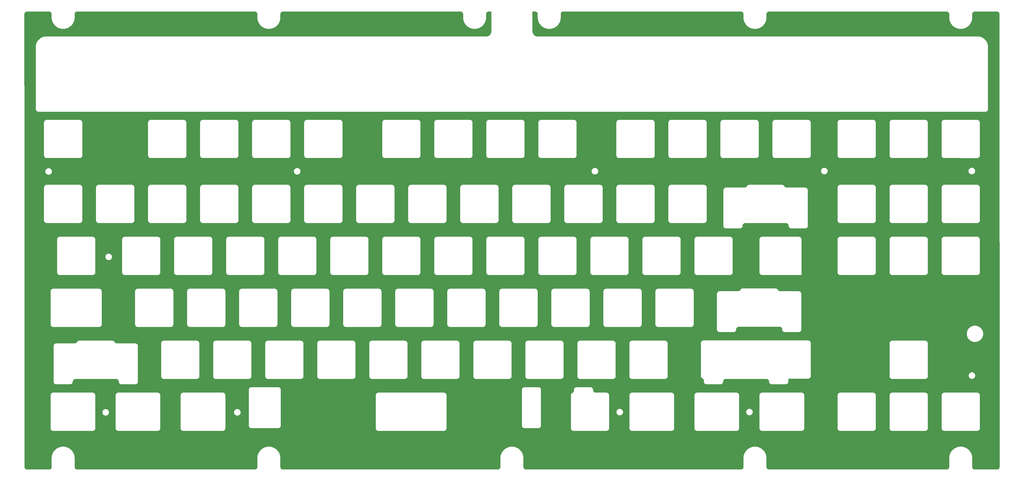
<source format=gbr>
%TF.GenerationSoftware,KiCad,Pcbnew,7.0.5*%
%TF.CreationDate,2023-07-12T21:54:34+02:00*%
%TF.ProjectId,Strata_ANSI,53747261-7461-45f4-914e-53492e6b6963,rev?*%
%TF.SameCoordinates,Original*%
%TF.FileFunction,Copper,L1,Top*%
%TF.FilePolarity,Positive*%
%FSLAX46Y46*%
G04 Gerber Fmt 4.6, Leading zero omitted, Abs format (unit mm)*
G04 Created by KiCad (PCBNEW 7.0.5) date 2023-07-12 21:54:34*
%MOMM*%
%LPD*%
G01*
G04 APERTURE LIST*
G04 APERTURE END LIST*
%TA.AperFunction,NonConductor*%
G36*
X-33069358Y194041546D02*
G01*
X-33063954Y194041310D01*
X-33021213Y194037572D01*
X-32894900Y194025139D01*
X-32874960Y194021511D01*
X-32809324Y194003928D01*
X-32807373Y194003371D01*
X-32715112Y193975390D01*
X-32698704Y193969113D01*
X-32631299Y193937687D01*
X-32628282Y193936179D01*
X-32591308Y193916419D01*
X-32544355Y193891326D01*
X-32538019Y193887435D01*
X-32484874Y193850228D01*
X-32471869Y193841123D01*
X-32468097Y193838261D01*
X-32395878Y193779001D01*
X-32391368Y193774914D01*
X-32367737Y193751288D01*
X-32333874Y193717430D01*
X-32329806Y193712942D01*
X-32270515Y193640708D01*
X-32267695Y193636992D01*
X-32221342Y193570804D01*
X-32217455Y193564478D01*
X-32216595Y193562868D01*
X-32172588Y193480556D01*
X-32171092Y193477565D01*
X-32139641Y193410135D01*
X-32133364Y193393735D01*
X-32105367Y193301474D01*
X-32104833Y193299607D01*
X-32087216Y193233884D01*
X-32083587Y193213955D01*
X-32071143Y193087743D01*
X-32067391Y193044908D01*
X-32067154Y193039521D01*
X-32066959Y191841826D01*
X-32066959Y191841326D01*
X-32066929Y191641230D01*
X-32045836Y191420690D01*
X-32045745Y191419738D01*
X-32045539Y191416886D01*
X-32041488Y191334704D01*
X-32035961Y191317444D01*
X-32028850Y191243085D01*
X-32028827Y191242848D01*
X-32008828Y191139174D01*
X-31983886Y191009870D01*
X-31983442Y191007264D01*
X-31972211Y190931630D01*
X-31966010Y190917194D01*
X-31953031Y190849907D01*
X-31881634Y190606891D01*
X-31880989Y190604519D01*
X-31864104Y190537153D01*
X-31857735Y190525543D01*
X-31840278Y190466121D01*
X-31840225Y190465943D01*
X-31739602Y190214711D01*
X-31739516Y190214496D01*
X-31738699Y190212340D01*
X-31718176Y190155014D01*
X-31712142Y190146148D01*
X-31691432Y190094440D01*
X-31691429Y190094435D01*
X-31691427Y190094430D01*
X-31558331Y189836359D01*
X-31557391Y189834457D01*
X-31535812Y189788851D01*
X-31530587Y189782564D01*
X-31507998Y189738764D01*
X-31339037Y189475945D01*
X-31338031Y189474324D01*
X-31318714Y189442108D01*
X-31314768Y189438194D01*
X-31312997Y189435439D01*
X-31291581Y189402126D01*
X-31082743Y189136654D01*
X-31081679Y189135262D01*
X-31068934Y189118083D01*
X-31066690Y189116247D01*
X-31044969Y189088637D01*
X-31044154Y189087601D01*
X-30904647Y188941336D01*
X-30790444Y188821600D01*
X-30789375Y188820450D01*
X-30788819Y188819837D01*
X-30788664Y188819733D01*
X-30786222Y188817173D01*
X-30767945Y188798011D01*
X-30465459Y188535989D01*
X-30465455Y188535986D01*
X-30463928Y188534899D01*
X-30139435Y188303906D01*
X-29792827Y188103865D01*
X-29792824Y188103863D01*
X-29792823Y188103863D01*
X-29792816Y188103859D01*
X-29609233Y188020056D01*
X-29428773Y187937678D01*
X-29428770Y187937677D01*
X-29428768Y187937676D01*
X-29050566Y187806846D01*
X-28661651Y187712563D01*
X-28265509Y187655672D01*
X-28041768Y187645051D01*
X-27865774Y187636696D01*
X-27865768Y187636696D01*
X-27865763Y187636696D01*
X-27466033Y187655803D01*
X-27069934Y187712821D01*
X-27069922Y187712823D01*
X-26781240Y187782906D01*
X-26681033Y187807234D01*
X-26681026Y187807236D01*
X-26681014Y187807240D01*
X-26302877Y187938185D01*
X-25938873Y188104493D01*
X-25768100Y188203127D01*
X-25592330Y188304647D01*
X-25592327Y188304649D01*
X-25592322Y188304652D01*
X-25592319Y188304653D01*
X-25266394Y188536826D01*
X-25266374Y188536842D01*
X-24963984Y188798953D01*
X-24963977Y188798961D01*
X-24943844Y188820083D01*
X-24943804Y188820106D01*
X-24943116Y188820846D01*
X-24690912Y189085441D01*
X-24687866Y189088637D01*
X-24687859Y189088644D01*
X-24665876Y189116608D01*
X-24664116Y189117861D01*
X-24651793Y189134483D01*
X-24650730Y189135874D01*
X-24440538Y189403249D01*
X-24417851Y189438563D01*
X-24414626Y189441358D01*
X-24395322Y189473575D01*
X-24394302Y189475219D01*
X-24224236Y189739949D01*
X-24202072Y189782959D01*
X-24197701Y189787543D01*
X-24175845Y189833774D01*
X-24174906Y189835675D01*
X-24040923Y190095674D01*
X-24040910Y190095703D01*
X-24020560Y190146560D01*
X-24015394Y190153130D01*
X-23994444Y190211712D01*
X-23993628Y190213867D01*
X-23892244Y190467239D01*
X-23875007Y190525981D01*
X-23869414Y190534686D01*
X-23852078Y190603940D01*
X-23851426Y190606342D01*
X-23779563Y190851239D01*
X-23766774Y190917659D01*
X-23761141Y190928589D01*
X-23749557Y191006767D01*
X-23749108Y191009402D01*
X-23703896Y191244206D01*
X-23703894Y191244218D01*
X-23696864Y191317979D01*
X-23691606Y191331117D01*
X-23687412Y191416452D01*
X-23687207Y191419290D01*
X-23665923Y191642604D01*
X-23665959Y191842706D01*
X-23665959Y191843185D01*
X-23666152Y193039104D01*
X-23665917Y193044517D01*
X-23662168Y193087393D01*
X-23649750Y193213578D01*
X-23646123Y193233519D01*
X-23628506Y193299287D01*
X-23627949Y193301238D01*
X-23600003Y193393385D01*
X-23593726Y193409794D01*
X-23562263Y193477281D01*
X-23560751Y193480305D01*
X-23515926Y193564183D01*
X-23512031Y193570525D01*
X-23465687Y193636719D01*
X-23462826Y193640490D01*
X-23403581Y193712693D01*
X-23399492Y193717205D01*
X-23342010Y193774696D01*
X-23337499Y193778785D01*
X-23265242Y193838093D01*
X-23261471Y193840954D01*
X-23195391Y193887232D01*
X-23189049Y193891129D01*
X-23104927Y193936100D01*
X-23101903Y193937612D01*
X-23034715Y193968948D01*
X-23018304Y193975228D01*
X-22925529Y194003376D01*
X-22923580Y194003933D01*
X-22858455Y194021389D01*
X-22838528Y194025018D01*
X-22711759Y194037527D01*
X-22669348Y194041241D01*
X-22663935Y194041478D01*
X42252637Y194041067D01*
X42258047Y194040831D01*
X42300800Y194037088D01*
X42427097Y194024645D01*
X42447034Y194021016D01*
X42512672Y194003428D01*
X42514621Y194002871D01*
X42606872Y193974888D01*
X42623279Y193968610D01*
X42690690Y193937178D01*
X42693715Y193935666D01*
X42777617Y193890823D01*
X42783957Y193886928D01*
X42850125Y193840603D01*
X42853896Y193837742D01*
X42926095Y193778500D01*
X42930607Y193774411D01*
X42988090Y193716937D01*
X42992177Y193712428D01*
X43051439Y193640234D01*
X43054300Y193636463D01*
X43100633Y193570311D01*
X43104528Y193563971D01*
X43149394Y193480059D01*
X43150907Y193477036D01*
X43182342Y193409649D01*
X43188622Y193393244D01*
X43216628Y193300982D01*
X43217185Y193299031D01*
X43234778Y193233423D01*
X43238411Y193213474D01*
X43251010Y193085681D01*
X43254607Y193044668D01*
X43254845Y193039259D01*
X43255032Y191892216D01*
X43255031Y191892212D01*
X43255071Y191640757D01*
X43276252Y191419317D01*
X43276458Y191416467D01*
X43280511Y191334270D01*
X43286036Y191317019D01*
X43293173Y191242406D01*
X43293178Y191242376D01*
X43293397Y191241242D01*
X43337830Y191010900D01*
X43338083Y191009592D01*
X43338532Y191006956D01*
X43349776Y190931243D01*
X43355982Y190916800D01*
X43368976Y190849439D01*
X43368982Y190849413D01*
X43440288Y190606719D01*
X43440942Y190604316D01*
X43457861Y190536820D01*
X43464240Y190525195D01*
X43481786Y190465474D01*
X43481792Y190465457D01*
X43582314Y190214486D01*
X43583131Y190212330D01*
X43603738Y190154766D01*
X43609800Y190145863D01*
X43630580Y190093981D01*
X43630584Y190093972D01*
X43763380Y189836487D01*
X43764320Y189834586D01*
X43786053Y189788654D01*
X43791308Y189782335D01*
X43791872Y189781243D01*
X43814019Y189738301D01*
X43982476Y189476270D01*
X43983497Y189474626D01*
X44003074Y189441976D01*
X44007067Y189438019D01*
X44030431Y189401677D01*
X44030433Y189401674D01*
X44238557Y189137113D01*
X44239620Y189135721D01*
X44252766Y189118001D01*
X44255074Y189116116D01*
X44277858Y189087154D01*
X44279489Y189085444D01*
X44530090Y188822707D01*
X44530538Y188822238D01*
X44531602Y188821093D01*
X44532761Y188819814D01*
X44533001Y188819654D01*
X44554074Y188797561D01*
X44554086Y188797550D01*
X44856549Y188535552D01*
X44856555Y188535547D01*
X44856557Y188535546D01*
X45016689Y188421556D01*
X45182580Y188303466D01*
X45529174Y188103433D01*
X45529186Y188103427D01*
X45893235Y187937243D01*
X46271438Y187806415D01*
X46660352Y187712132D01*
X47056491Y187655242D01*
X47302867Y187643546D01*
X47456225Y187636266D01*
X47456229Y187636266D01*
X47456235Y187636266D01*
X47855960Y187655373D01*
X47855964Y187655373D01*
X48151084Y187697854D01*
X48252065Y187712390D01*
X48252067Y187712390D01*
X48252070Y187712391D01*
X48452295Y187761000D01*
X48640958Y187806802D01*
X48834017Y187873656D01*
X49019116Y187937753D01*
X49383107Y188104054D01*
X49383118Y188104060D01*
X49729634Y188304195D01*
X49729654Y188304208D01*
X49890997Y188419139D01*
X50055601Y188536393D01*
X50354928Y188795847D01*
X50357999Y188798509D01*
X50358006Y188798516D01*
X50379055Y188820598D01*
X50379253Y188820712D01*
X50380452Y188822035D01*
X50381517Y188823182D01*
X50634109Y189088177D01*
X50654068Y189113566D01*
X50656890Y189117156D01*
X50658812Y189118525D01*
X50672306Y189136726D01*
X50673329Y189138066D01*
X50881445Y189402797D01*
X50888606Y189413944D01*
X50904787Y189439130D01*
X50908154Y189442048D01*
X50928320Y189475706D01*
X50929324Y189477325D01*
X51097749Y189739492D01*
X51120443Y189783530D01*
X51124933Y189788241D01*
X51147392Y189835746D01*
X51148331Y189837648D01*
X51188771Y189916121D01*
X51281068Y190095225D01*
X51281259Y190095703D01*
X51301829Y190147106D01*
X51307097Y190153807D01*
X51328462Y190213550D01*
X51329279Y190215706D01*
X51429741Y190466769D01*
X51447268Y190526495D01*
X51452944Y190535331D01*
X51470539Y190605618D01*
X51471192Y190608021D01*
X51541705Y190848313D01*
X51542426Y190850769D01*
X51555397Y190918131D01*
X51561095Y190929189D01*
X51572812Y191008263D01*
X51573256Y191010873D01*
X51618098Y191243738D01*
X51623362Y191298961D01*
X51625211Y191318356D01*
X51630540Y191331675D01*
X51634759Y191417837D01*
X51634963Y191420667D01*
X51655789Y191639138D01*
X51656072Y191642108D01*
X51656071Y191642111D01*
X51656073Y191642122D01*
X51656041Y191842216D01*
X51656041Y191842716D01*
X51655846Y193038639D01*
X51656080Y193044020D01*
X51659823Y193086875D01*
X51672238Y193213120D01*
X51675862Y193233051D01*
X51693493Y193298884D01*
X51694026Y193300749D01*
X51721971Y193392920D01*
X51728237Y193409302D01*
X51759780Y193476965D01*
X51761270Y193479945D01*
X51805995Y193563645D01*
X51809880Y193569971D01*
X51856437Y193636472D01*
X51859292Y193640235D01*
X51918217Y193712051D01*
X51922307Y193716564D01*
X51958018Y193752280D01*
X51980219Y193774483D01*
X51984721Y193778564D01*
X52023038Y193810017D01*
X52056287Y193837309D01*
X52060032Y193840151D01*
X52126964Y193887021D01*
X52133299Y193890913D01*
X52215994Y193935123D01*
X52219023Y193936637D01*
X52287770Y193968695D01*
X52304171Y193974971D01*
X52393872Y194002188D01*
X52395828Y194002747D01*
X52464086Y194021035D01*
X52484049Y194024665D01*
X52590463Y194035124D01*
X52604858Y194036538D01*
X52653178Y194040763D01*
X52658581Y194040999D01*
X117574637Y194040587D01*
X117580046Y194040351D01*
X117622836Y194036605D01*
X117749079Y194024166D01*
X117769017Y194020538D01*
X117834783Y194002915D01*
X117836733Y194002358D01*
X117928820Y193974424D01*
X117945228Y193968146D01*
X118012845Y193936617D01*
X118015868Y193935105D01*
X118099515Y193890400D01*
X118105856Y193886504D01*
X118172314Y193839973D01*
X118176085Y193837113D01*
X118247895Y193778188D01*
X118252407Y193774099D01*
X118310297Y193716215D01*
X118314383Y193711707D01*
X118373117Y193640157D01*
X118375981Y193636383D01*
X118422820Y193569501D01*
X118426713Y193563165D01*
X118470918Y193480492D01*
X118472432Y193477465D01*
X118504488Y193408742D01*
X118510765Y193392343D01*
X118537986Y193302667D01*
X118538545Y193300712D01*
X118556842Y193232459D01*
X118560474Y193212506D01*
X118572297Y193092471D01*
X118576608Y193043286D01*
X118576845Y193037880D01*
X118577032Y191891737D01*
X118577031Y191891733D01*
X118577071Y191640278D01*
X118598252Y191418837D01*
X118598458Y191415987D01*
X118602511Y191333790D01*
X118608036Y191316539D01*
X118615173Y191241928D01*
X118615178Y191241896D01*
X118625953Y191186035D01*
X118659990Y191009592D01*
X118660084Y191009108D01*
X118660533Y191006471D01*
X118671776Y190930764D01*
X118677982Y190916321D01*
X118690848Y190849624D01*
X118690977Y190848957D01*
X118721328Y190745652D01*
X118762286Y190606246D01*
X118762940Y190603844D01*
X118779861Y190536341D01*
X118786240Y190524716D01*
X118803786Y190464995D01*
X118803795Y190464971D01*
X118904312Y190214009D01*
X118905129Y190211854D01*
X118925736Y190154290D01*
X118931797Y190145388D01*
X118952576Y190093508D01*
X118952580Y190093499D01*
X118952581Y190093498D01*
X118952670Y190093326D01*
X119085365Y189836034D01*
X119086305Y189834133D01*
X119108043Y189788190D01*
X119113302Y189781866D01*
X119136018Y189737821D01*
X119136021Y189737816D01*
X119304485Y189475777D01*
X119305506Y189474133D01*
X119325076Y189441494D01*
X119329073Y189437531D01*
X119346855Y189409872D01*
X119351835Y189402126D01*
X119352436Y189401192D01*
X119560547Y189136646D01*
X119561610Y189135255D01*
X119574762Y189117527D01*
X119577075Y189115636D01*
X119599860Y189086671D01*
X119599863Y189086668D01*
X119852524Y188821772D01*
X119853584Y188820632D01*
X119854754Y188819341D01*
X119854997Y188819178D01*
X119856911Y188817173D01*
X119876067Y188797089D01*
X119876076Y188797080D01*
X120025373Y188667756D01*
X120178556Y188535066D01*
X120338014Y188421556D01*
X120504580Y188302985D01*
X120504586Y188302981D01*
X120851164Y188102959D01*
X120851186Y188102948D01*
X121215241Y187936761D01*
X121215246Y187936759D01*
X121593437Y187805935D01*
X121982352Y187711652D01*
X122378491Y187654762D01*
X122624867Y187643066D01*
X122778225Y187635786D01*
X122778229Y187635786D01*
X122778235Y187635786D01*
X123177960Y187654893D01*
X123177964Y187654893D01*
X123473084Y187697374D01*
X123574065Y187711910D01*
X123574067Y187711910D01*
X123574070Y187711911D01*
X123776272Y187761000D01*
X123962958Y187806322D01*
X124157404Y187873656D01*
X124341117Y187937273D01*
X124705107Y188103574D01*
X124705118Y188103580D01*
X124705612Y188103865D01*
X124730020Y188117962D01*
X125051635Y188303715D01*
X125051644Y188303721D01*
X125051648Y188303724D01*
X125051655Y188303728D01*
X125377601Y188535914D01*
X125680001Y188798031D01*
X125680459Y188798511D01*
X125701066Y188820130D01*
X125701262Y188820243D01*
X125702452Y188821556D01*
X125703490Y188822673D01*
X125841436Y188967394D01*
X125956110Y189087700D01*
X125956493Y189088186D01*
X125978072Y189115636D01*
X125978890Y189116676D01*
X125980812Y189118045D01*
X125994318Y189136262D01*
X125995343Y189137605D01*
X126203445Y189402317D01*
X126203447Y189402320D01*
X126203450Y189402324D01*
X126226001Y189437428D01*
X126226787Y189438651D01*
X126230154Y189441569D01*
X126250313Y189475215D01*
X126251323Y189476843D01*
X126418977Y189737811D01*
X126419751Y189739016D01*
X126442438Y189783041D01*
X126446928Y189787752D01*
X126469389Y189835261D01*
X126470327Y189837160D01*
X126603068Y190094745D01*
X126623829Y190146630D01*
X126629100Y190153334D01*
X126650464Y190213074D01*
X126651281Y190215230D01*
X126751742Y190466289D01*
X126752021Y190467238D01*
X126768711Y190524114D01*
X126769269Y190526016D01*
X126774943Y190534849D01*
X126792533Y190605119D01*
X126793187Y190607522D01*
X126826052Y190719523D01*
X126864426Y190850290D01*
X126877027Y190915728D01*
X126877398Y190917653D01*
X126883098Y190928714D01*
X126894817Y191007810D01*
X126895261Y191010420D01*
X126940098Y191243259D01*
X126947207Y191317844D01*
X126952536Y191331160D01*
X126956756Y191417322D01*
X126956962Y191420174D01*
X126956963Y191420177D01*
X126977835Y191639134D01*
X126978073Y191641628D01*
X126978072Y191641631D01*
X126978074Y191641642D01*
X126978041Y191841737D01*
X126978041Y191842237D01*
X126977846Y193038152D01*
X126978080Y193043535D01*
X126981826Y193086380D01*
X126994258Y193212647D01*
X126997879Y193232558D01*
X127015456Y193298174D01*
X127016004Y193300091D01*
X127016193Y193300712D01*
X127044030Y193392494D01*
X127050306Y193408899D01*
X127081633Y193476092D01*
X127083146Y193479118D01*
X127106695Y193523182D01*
X127128163Y193563350D01*
X127132052Y193569680D01*
X127132256Y193569971D01*
X127178149Y193635526D01*
X127181008Y193639294D01*
X127181780Y193640234D01*
X127240620Y193711938D01*
X127244698Y193716439D01*
X127301753Y193773504D01*
X127306264Y193777593D01*
X127379156Y193837420D01*
X127382915Y193840272D01*
X127448318Y193886078D01*
X127454658Y193889974D01*
X127539850Y193935515D01*
X127542870Y193937025D01*
X127608939Y193967844D01*
X127625358Y193974127D01*
X127720204Y194002903D01*
X127722149Y194003459D01*
X127785194Y194020360D01*
X127805102Y194023988D01*
X127935857Y194036917D01*
X127974268Y194040283D01*
X127979684Y194040520D01*
X128814778Y194040515D01*
X128881817Y194020830D01*
X128927572Y193968026D01*
X128938777Y193916514D01*
X128938733Y186843040D01*
X128938600Y186838987D01*
X128933247Y186757253D01*
X128920262Y186575576D01*
X128919228Y186567894D01*
X128896070Y186451456D01*
X128864737Y186307388D01*
X128862862Y186300631D01*
X128822677Y186182241D01*
X128822059Y186180505D01*
X128773140Y186049334D01*
X128770653Y186043573D01*
X128714130Y185928953D01*
X128712940Y185926662D01*
X128647174Y185806212D01*
X128644307Y185801476D01*
X128572528Y185694052D01*
X128570611Y185691342D01*
X128489189Y185582573D01*
X128486168Y185578846D01*
X128485890Y185578529D01*
X128400496Y185481158D01*
X128397739Y185478214D01*
X128302067Y185382542D01*
X128299113Y185379775D01*
X128201247Y185293953D01*
X128197525Y185290936D01*
X128089231Y185209868D01*
X128086544Y185207967D01*
X127978421Y185135727D01*
X127973696Y185132867D01*
X127854472Y185067767D01*
X127852200Y185066588D01*
X127736169Y185009375D01*
X127730441Y185006902D01*
X127601588Y184958846D01*
X127599982Y184958274D01*
X127479217Y184917288D01*
X127479008Y184917217D01*
X127472260Y184915344D01*
X127333066Y184885068D01*
X127211664Y184860928D01*
X127204020Y184859900D01*
X127032617Y184847680D01*
X126940561Y184841654D01*
X126936516Y184841523D01*
X-34032638Y184842546D01*
X-34032643Y184842548D01*
X-34083999Y184842548D01*
X-34084499Y184842548D01*
X-34084622Y184842548D01*
X-34128627Y184843247D01*
X-34135378Y184842546D01*
X-34270320Y184842546D01*
X-34491037Y184820805D01*
X-34493826Y184820595D01*
X-34570371Y184816584D01*
X-34586307Y184811421D01*
X-34640173Y184806116D01*
X-34890233Y184756373D01*
X-34892564Y184755958D01*
X-34953639Y184746285D01*
X-34964185Y184741663D01*
X-35004675Y184733609D01*
X-35279078Y184650368D01*
X-35288167Y184647611D01*
X-35290119Y184647054D01*
X-35327831Y184636949D01*
X-35333103Y184633979D01*
X-35360314Y184625725D01*
X-35685592Y184490989D01*
X-35687033Y184490416D01*
X-35689001Y184489660D01*
X-35689285Y184489460D01*
X-35703667Y184483503D01*
X-36031427Y184308312D01*
X-36340437Y184101839D01*
X-36627722Y183866072D01*
X-36890515Y183603283D01*
X-36890523Y183603273D01*
X-36890525Y183603271D01*
X-36892330Y183601071D01*
X-37126285Y183316001D01*
X-37332762Y183006993D01*
X-37507958Y182679236D01*
X-37513981Y182664693D01*
X-37514167Y182664463D01*
X-37515024Y182662231D01*
X-37515594Y182660801D01*
X-37650184Y182335885D01*
X-37658499Y182308474D01*
X-37661149Y182304431D01*
X-37671661Y182265200D01*
X-37672187Y182263354D01*
X-37758073Y181980246D01*
X-37766170Y181939539D01*
X-37770421Y181931414D01*
X-37780521Y181867644D01*
X-37780947Y181865259D01*
X-37830584Y181615746D01*
X-37835912Y181561653D01*
X-37840907Y181549285D01*
X-37845116Y181468890D01*
X-37845328Y181466077D01*
X-37867019Y181245893D01*
X-37867019Y181245887D01*
X-37867021Y181111533D01*
X-37867023Y181111526D01*
X-37867023Y181060171D01*
X-37867167Y158350346D01*
X-37871770Y158334671D01*
X-37867467Y158290986D01*
X-37867168Y158284900D01*
X-37867168Y158283381D01*
X-37867168Y158282881D01*
X-37867174Y158195347D01*
X-37856172Y158132931D01*
X-37857508Y158120954D01*
X-37850362Y158097397D01*
X-37848632Y158090153D01*
X-37836784Y158022937D01*
X-37808765Y157945946D01*
X-37807926Y157932735D01*
X-37799644Y157917240D01*
X-37792479Y157901194D01*
X-37776915Y157858424D01*
X-37732173Y157780923D01*
X-37728444Y157774465D01*
X-37724932Y157759988D01*
X-37715043Y157747938D01*
X-37703508Y157731270D01*
X-37689389Y157706814D01*
X-37686282Y157702377D01*
X-37686639Y157702126D01*
X-37677182Y157688137D01*
X-37675267Y157684555D01*
X-37656749Y157667912D01*
X-37618168Y157621931D01*
X-37611548Y157606805D01*
X-37600965Y157598120D01*
X-37584637Y157581968D01*
X-37576858Y157572697D01*
X-37567587Y157564918D01*
X-37551440Y157548594D01*
X-37547241Y157543478D01*
X-37527657Y157531413D01*
X-37481762Y157492904D01*
X-37471804Y157477937D01*
X-37461476Y157472417D01*
X-37447422Y157462918D01*
X-37447177Y157463269D01*
X-37442739Y157460161D01*
X-37418213Y157446002D01*
X-37401547Y157434468D01*
X-37394439Y157428634D01*
X-37374963Y157421032D01*
X-37291127Y157372631D01*
X-37248160Y157356994D01*
X-37232119Y157349832D01*
X-37221582Y157344200D01*
X-37203160Y157340617D01*
X-37126621Y157312763D01*
X-37126616Y157312761D01*
X-37059038Y157300849D01*
X-37051799Y157299120D01*
X-37032841Y157293369D01*
X-37015403Y157293157D01*
X-36954210Y157282370D01*
X-36954208Y157282370D01*
X-36954202Y157282370D01*
X-36864667Y157282373D01*
X-36858569Y157282073D01*
X-36821604Y157278423D01*
X-36798277Y157282373D01*
X309679845Y157280169D01*
X309695197Y157275661D01*
X309737908Y157279870D01*
X309743991Y157280169D01*
X309758250Y157280169D01*
X309758373Y157280181D01*
X309833540Y157280181D01*
X309833549Y157280182D01*
X309896710Y157291319D01*
X309908501Y157290003D01*
X309931657Y157297028D01*
X309938895Y157298758D01*
X310005945Y157310581D01*
X310083519Y157338816D01*
X310096588Y157339646D01*
X310111844Y157347801D01*
X310127884Y157354964D01*
X310170452Y157370458D01*
X310254877Y157419200D01*
X310269237Y157422683D01*
X310281132Y157432445D01*
X310297798Y157443980D01*
X310322062Y157457988D01*
X310326488Y157461088D01*
X310326749Y157460715D01*
X310340593Y157470075D01*
X310344128Y157471964D01*
X310360714Y157490421D01*
X310407311Y157529520D01*
X310422345Y157536100D01*
X310430940Y157546572D01*
X310447083Y157562892D01*
X310456168Y157570515D01*
X310456169Y157570517D01*
X310456172Y157570519D01*
X310463788Y157579595D01*
X310480109Y157595739D01*
X310485158Y157599883D01*
X310497158Y157619363D01*
X310536242Y157665940D01*
X310551132Y157675846D01*
X310556598Y157686071D01*
X310565962Y157699924D01*
X310565592Y157700184D01*
X310568695Y157704616D01*
X310568698Y157704619D01*
X310582719Y157728903D01*
X310594247Y157745558D01*
X310599970Y157752532D01*
X310607499Y157771821D01*
X310656229Y157856220D01*
X310656231Y157856225D01*
X310656232Y157856226D01*
X310671740Y157898832D01*
X310678904Y157914873D01*
X310684383Y157925123D01*
X310687911Y157943258D01*
X310716109Y158020723D01*
X310716109Y158020725D01*
X310716111Y158020730D01*
X310727948Y158087851D01*
X310729678Y158095088D01*
X310735216Y158113343D01*
X310735422Y158130228D01*
X310746515Y158193128D01*
X310746516Y158193131D01*
X310746516Y158195349D01*
X310746519Y158280663D01*
X310746519Y158281163D01*
X310746519Y158282720D01*
X310746817Y158288784D01*
X310750389Y158325032D01*
X310746519Y158347873D01*
X310746519Y158350348D01*
X310746664Y181057952D01*
X310746662Y181057954D01*
X310746663Y181069669D01*
X310746577Y181070554D01*
X310746580Y181243673D01*
X310725010Y181462695D01*
X310724799Y181465496D01*
X310720751Y181542758D01*
X310715541Y181558845D01*
X310710157Y181613524D01*
X310660765Y181861851D01*
X310660343Y181864217D01*
X310650543Y181926089D01*
X310645864Y181936766D01*
X310637659Y181978024D01*
X310636983Y181980251D01*
X310583135Y182157775D01*
X310552162Y182259883D01*
X310551616Y182261797D01*
X310541277Y182300385D01*
X310538245Y182305768D01*
X310529786Y182333653D01*
X310529784Y182333655D01*
X310529783Y182333662D01*
X310395752Y182657255D01*
X310395178Y182658695D01*
X310394049Y182661634D01*
X310393779Y182662019D01*
X310387570Y182677009D01*
X310387568Y182677015D01*
X310212383Y183004775D01*
X310005916Y183313785D01*
X309770155Y183601071D01*
X309507371Y183863865D01*
X309220094Y184099636D01*
X308911091Y184306114D01*
X308583337Y184481310D01*
X308568909Y184487286D01*
X308568689Y184487463D01*
X308566614Y184488260D01*
X308565153Y184488842D01*
X308239990Y184623537D01*
X308212774Y184631793D01*
X308208757Y184634426D01*
X308169795Y184644866D01*
X308167872Y184645415D01*
X307884355Y184731426D01*
X307843861Y184739481D01*
X307835764Y184743717D01*
X307772225Y184753781D01*
X307769827Y184754210D01*
X307707037Y184766701D01*
X307519857Y184803938D01*
X307466002Y184809243D01*
X307453686Y184814216D01*
X307373520Y184818418D01*
X307370742Y184818627D01*
X307150008Y184840373D01*
X307015648Y184840375D01*
X307015642Y184840377D01*
X254425780Y184840711D01*
X145991526Y184841400D01*
X145991522Y184841402D01*
X145941698Y184841402D01*
X145937645Y184841535D01*
X145922503Y184842526D01*
X145855882Y184846890D01*
X145674198Y184859880D01*
X145666573Y184860907D01*
X145550198Y184884053D01*
X145405983Y184915422D01*
X145399292Y184917279D01*
X145280997Y184957433D01*
X145279416Y184957997D01*
X145147910Y185007044D01*
X145142195Y185009511D01*
X145027833Y185065907D01*
X145025587Y185067073D01*
X144904728Y185133067D01*
X144900044Y185135902D01*
X144792970Y185207447D01*
X144790357Y185209295D01*
X144680983Y185291172D01*
X144677327Y185294136D01*
X144580122Y185379384D01*
X144577216Y185382106D01*
X144480864Y185478460D01*
X144478166Y185481340D01*
X144392908Y185578561D01*
X144389943Y185582219D01*
X144308055Y185691613D01*
X144306241Y185694175D01*
X144234682Y185801277D01*
X144231857Y185805941D01*
X144165831Y185926868D01*
X144164698Y185929050D01*
X144108303Y186043417D01*
X144105830Y186049143D01*
X144056792Y186180632D01*
X144056181Y186182352D01*
X144051384Y186196486D01*
X144016072Y186300523D01*
X144014207Y186307243D01*
X143982842Y186451456D01*
X143959701Y186567819D01*
X143958671Y186575461D01*
X143945856Y186754572D01*
X143941615Y186819332D01*
X143940313Y186839228D01*
X143940180Y186843280D01*
X143940200Y190155014D01*
X143940223Y193916419D01*
X143959908Y193983458D01*
X144012712Y194029213D01*
X144064224Y194040418D01*
X144899332Y194040413D01*
X144904746Y194040176D01*
X144947555Y194036425D01*
X145073790Y194023976D01*
X145093724Y194020347D01*
X145159278Y194002777D01*
X145161228Y194002220D01*
X145253599Y193974193D01*
X145270001Y193967917D01*
X145337190Y193936586D01*
X145340215Y193935074D01*
X145424408Y193890070D01*
X145430746Y193886177D01*
X145496577Y193840085D01*
X145500349Y193837224D01*
X145572968Y193777634D01*
X145577476Y193773548D01*
X145634532Y193716505D01*
X145638622Y193711993D01*
X145698423Y193639138D01*
X145701282Y193635371D01*
X145747093Y193569971D01*
X145750990Y193563628D01*
X145796526Y193478465D01*
X145798036Y193475445D01*
X145828852Y193409401D01*
X145835135Y193392989D01*
X145863918Y193298174D01*
X145864474Y193296228D01*
X145881379Y193233213D01*
X145885011Y193213288D01*
X145898192Y193080000D01*
X145901305Y193044573D01*
X145901543Y193039154D01*
X145901739Y191828290D01*
X145901743Y191828248D01*
X145901774Y191640104D01*
X145922940Y191418825D01*
X145923146Y191415973D01*
X145927197Y191333767D01*
X145932728Y191316481D01*
X145939876Y191241754D01*
X145939881Y191241722D01*
X145940068Y191240752D01*
X145984495Y191010447D01*
X145984760Y191009076D01*
X145985209Y191006440D01*
X145996463Y190930658D01*
X146002674Y190916207D01*
X146015207Y190851239D01*
X146015681Y190848784D01*
X146015972Y190847795D01*
X146086943Y190606233D01*
X146087597Y190603830D01*
X146104536Y190536254D01*
X146110923Y190524614D01*
X146128490Y190464823D01*
X146128496Y190464805D01*
X146228965Y190213966D01*
X146229782Y190211811D01*
X146250413Y190154179D01*
X146256478Y190145273D01*
X146277279Y190093340D01*
X146277288Y190093320D01*
X146409995Y189836009D01*
X146410935Y189834107D01*
X146432711Y189788085D01*
X146437978Y189781752D01*
X146460723Y189737650D01*
X146629075Y189475783D01*
X146630096Y189474139D01*
X146649729Y189441396D01*
X146653733Y189437428D01*
X146677133Y189401031D01*
X146885140Y189136617D01*
X146886203Y189135225D01*
X146899410Y189117423D01*
X146901732Y189115526D01*
X146924565Y189086501D01*
X146924568Y189086497D01*
X147177050Y188821789D01*
X147178114Y188820646D01*
X147179390Y188819238D01*
X147179648Y188819066D01*
X147200770Y188796921D01*
X147200780Y188796911D01*
X147350950Y188666831D01*
X147503260Y188534897D01*
X147662480Y188421556D01*
X147829284Y188302816D01*
X147829290Y188302812D01*
X148175867Y188102791D01*
X148175889Y188102780D01*
X148539943Y187936594D01*
X148918145Y187805765D01*
X149307050Y187711485D01*
X149703192Y187654595D01*
X149949567Y187642899D01*
X150102925Y187635619D01*
X150102929Y187635619D01*
X150102935Y187635619D01*
X150502660Y187654726D01*
X150502664Y187654726D01*
X150797782Y187697207D01*
X150898764Y187711743D01*
X150898766Y187711743D01*
X150898769Y187711744D01*
X151080900Y187755960D01*
X151287656Y187806155D01*
X151482585Y187873656D01*
X151665814Y187937105D01*
X152029805Y188103406D01*
X152029816Y188103412D01*
X152029853Y188103433D01*
X152201501Y188202571D01*
X152376341Y188303552D01*
X152376345Y188303555D01*
X152376352Y188303559D01*
X152702298Y188535745D01*
X153002367Y188795842D01*
X153004695Y188797860D01*
X153004697Y188797862D01*
X153025815Y188820017D01*
X153026027Y188820139D01*
X153027339Y188821587D01*
X153028402Y188822731D01*
X153278817Y189085444D01*
X153280812Y189087537D01*
X153303632Y189116565D01*
X153305568Y189117944D01*
X153319159Y189136276D01*
X153320223Y189137668D01*
X153405893Y189246643D01*
X153528141Y189402146D01*
X153538062Y189417589D01*
X153551520Y189438537D01*
X153554896Y189441463D01*
X153575115Y189475209D01*
X153576136Y189476855D01*
X153576140Y189476861D01*
X153744445Y189738842D01*
X153767170Y189782940D01*
X153771668Y189787659D01*
X153794172Y189835258D01*
X153795111Y189837160D01*
X153795363Y189837648D01*
X153926598Y190092310D01*
X153927762Y190094569D01*
X153927764Y190094573D01*
X153948551Y190146523D01*
X153953826Y190153232D01*
X153975216Y190213045D01*
X153976033Y190215201D01*
X153976236Y190215706D01*
X154076439Y190466120D01*
X154093652Y190524778D01*
X154093981Y190525898D01*
X154099661Y190534740D01*
X154117266Y190605073D01*
X154117920Y190607477D01*
X154188733Y190848790D01*
X154189122Y190850116D01*
X154202105Y190917538D01*
X154207810Y190928610D01*
X154219539Y191007769D01*
X154219983Y191010378D01*
X154264795Y191243085D01*
X154271914Y191317769D01*
X154277249Y191331102D01*
X154281470Y191417325D01*
X154281676Y191420177D01*
X154302769Y191641454D01*
X154302768Y191641457D01*
X154302770Y191641468D01*
X154302738Y191841562D01*
X154302738Y191842062D01*
X154302543Y193037988D01*
X154302776Y193043359D01*
X154306514Y193086130D01*
X154307619Y193097364D01*
X154318943Y193212469D01*
X154322566Y193232397D01*
X154340169Y193298120D01*
X154340696Y193299966D01*
X154368695Y193392300D01*
X154374964Y193408690D01*
X154406403Y193476129D01*
X154407901Y193479124D01*
X154408352Y193479967D01*
X154452447Y193562484D01*
X154452767Y193563082D01*
X154456653Y193569411D01*
X154502988Y193635596D01*
X154505838Y193639354D01*
X154565111Y193711591D01*
X154569200Y193716103D01*
X154626672Y193773584D01*
X154631182Y193777672D01*
X154703410Y193836959D01*
X154707184Y193839822D01*
X154773335Y193886148D01*
X154779674Y193890043D01*
X154863627Y193934925D01*
X154866652Y193936437D01*
X154898334Y193951214D01*
X154934050Y193967872D01*
X154950440Y193974144D01*
X155000680Y193989388D01*
X155042709Y194002140D01*
X155044659Y194002697D01*
X155110324Y194020297D01*
X155130273Y194023928D01*
X155257328Y194036441D01*
X155272666Y194037784D01*
X155299231Y194040110D01*
X155304641Y194040346D01*
X220221336Y194039934D01*
X220226740Y194039698D01*
X220269511Y194035958D01*
X220395794Y194023527D01*
X220415732Y194019900D01*
X220481387Y194002312D01*
X220483339Y194001755D01*
X220575582Y193973778D01*
X220591989Y193967502D01*
X220659378Y193936083D01*
X220662403Y193934571D01*
X220746334Y193889716D01*
X220752675Y193885822D01*
X220818844Y193839497D01*
X220822616Y193836636D01*
X220894806Y193777399D01*
X220899318Y193773310D01*
X220956804Y193715832D01*
X220960891Y193711323D01*
X221020165Y193639111D01*
X221023027Y193635338D01*
X221069340Y193569207D01*
X221073235Y193562868D01*
X221118104Y193478942D01*
X221119617Y193475916D01*
X221151048Y193408525D01*
X221157327Y193392119D01*
X221185317Y193299881D01*
X221185875Y193297929D01*
X221203474Y193232266D01*
X221207103Y193212335D01*
X221217509Y193106837D01*
X221219427Y193087393D01*
X221219492Y193086741D01*
X221223306Y193043189D01*
X221223543Y193037788D01*
X221223739Y191827808D01*
X221223743Y191827768D01*
X221223771Y191639621D01*
X221244936Y191418318D01*
X221245142Y191415467D01*
X221249195Y191333217D01*
X221254726Y191315947D01*
X221261870Y191241244D01*
X221261871Y191241237D01*
X221306749Y191008574D01*
X221307199Y191005938D01*
X221318447Y190930185D01*
X221324658Y190915728D01*
X221337662Y190848313D01*
X221337668Y190848289D01*
X221408930Y190605724D01*
X221409584Y190603321D01*
X221426517Y190535762D01*
X221432906Y190524114D01*
X221450469Y190464330D01*
X221550940Y190213476D01*
X221551757Y190211321D01*
X221572390Y190153683D01*
X221578455Y190144777D01*
X221599262Y190092828D01*
X221599263Y190092825D01*
X221731971Y189835503D01*
X221732911Y189833602D01*
X221754687Y189787576D01*
X221759954Y189781243D01*
X221782688Y189737161D01*
X221782692Y189737154D01*
X221782696Y189737147D01*
X221782697Y189737146D01*
X221783033Y189736624D01*
X221951049Y189475272D01*
X221952070Y189473628D01*
X221971700Y189440888D01*
X221975708Y189436915D01*
X221999107Y189400517D01*
X222207098Y189136117D01*
X222208162Y189134725D01*
X222221380Y189116908D01*
X222223700Y189115012D01*
X222246535Y189085985D01*
X222499034Y188821254D01*
X222500097Y188820110D01*
X222501364Y188818711D01*
X222501622Y188818540D01*
X222522735Y188796404D01*
X222522741Y188796397D01*
X222522749Y188796390D01*
X222522755Y188796385D01*
X222825239Y188534363D01*
X223151260Y188302282D01*
X223497871Y188102239D01*
X223497879Y188102235D01*
X223861927Y187936050D01*
X224240129Y187805220D01*
X224629045Y187710937D01*
X225025187Y187654045D01*
X225271566Y187642349D01*
X225424925Y187635069D01*
X225424929Y187635069D01*
X225424935Y187635069D01*
X225824665Y187654176D01*
X226220773Y187711195D01*
X226422813Y187760245D01*
X226609668Y187805608D01*
X226609680Y187805612D01*
X226609686Y187805614D01*
X226987827Y187936560D01*
X226987829Y187936561D01*
X226991388Y187938187D01*
X227351829Y188102868D01*
X227698373Y188303023D01*
X227698380Y188303028D01*
X227698383Y188303029D01*
X228024308Y188535203D01*
X228024316Y188535209D01*
X228024321Y188535213D01*
X228025131Y188535915D01*
X228326718Y188797331D01*
X228326724Y188797337D01*
X228346934Y188818540D01*
X228347840Y188819490D01*
X228348053Y188819613D01*
X228349369Y188821066D01*
X228350434Y188822211D01*
X228549872Y189031448D01*
X228602837Y189087015D01*
X228602841Y189087020D01*
X228602855Y189087036D01*
X228625668Y189116056D01*
X228627602Y189117433D01*
X228641190Y189135762D01*
X228642254Y189137156D01*
X228642647Y189137656D01*
X228850166Y189401631D01*
X228850196Y189401677D01*
X228873553Y189438035D01*
X228876926Y189440959D01*
X228897134Y189474685D01*
X228898155Y189476331D01*
X229066134Y189737812D01*
X229066468Y189738332D01*
X229089196Y189782437D01*
X229093699Y189787161D01*
X229116214Y189834789D01*
X229117154Y189836691D01*
X229249781Y190094059D01*
X229250439Y190095703D01*
X229270571Y190146016D01*
X229275846Y190152726D01*
X229297241Y190212554D01*
X229298058Y190214711D01*
X229323761Y190278947D01*
X229398457Y190465622D01*
X229416002Y190525414D01*
X229421684Y190534260D01*
X229439297Y190604626D01*
X229439943Y190607004D01*
X229511136Y190849624D01*
X229511191Y190849907D01*
X229524119Y190917050D01*
X229529823Y190928120D01*
X229541551Y191007279D01*
X229541994Y191009882D01*
X229586804Y191242598D01*
X229593917Y191317238D01*
X229599251Y191330567D01*
X229603471Y191416782D01*
X229603677Y191419634D01*
X229603687Y191419738D01*
X229624774Y191640986D01*
X229624738Y191841082D01*
X229624738Y191841582D01*
X229624543Y193037507D01*
X229624776Y193042880D01*
X229628517Y193085687D01*
X229640946Y193211994D01*
X229644569Y193231912D01*
X229662179Y193297657D01*
X229662704Y193299497D01*
X229690701Y193391818D01*
X229696972Y193408209D01*
X229697120Y193408525D01*
X229723079Y193464207D01*
X229728405Y193475631D01*
X229729917Y193478655D01*
X229740193Y193497884D01*
X229774779Y193562603D01*
X229778661Y193568923D01*
X229804034Y193605167D01*
X229824988Y193635096D01*
X229827849Y193638868D01*
X229887115Y193711094D01*
X229891202Y193715604D01*
X229948681Y193773093D01*
X229953192Y193777182D01*
X230025422Y193836469D01*
X230029181Y193839321D01*
X230095346Y193885657D01*
X230101679Y193889547D01*
X230185626Y193934425D01*
X230188651Y193935937D01*
X230256049Y193967371D01*
X230272458Y193973650D01*
X230364728Y194001646D01*
X230366680Y194002204D01*
X230432336Y194019799D01*
X230452267Y194023428D01*
X230577928Y194035818D01*
X230621458Y194039630D01*
X230626869Y194039866D01*
X295543335Y194039454D01*
X295548744Y194039218D01*
X295591691Y194035458D01*
X295717736Y194023044D01*
X295737677Y194019415D01*
X295803750Y194001710D01*
X295805700Y194001153D01*
X295897439Y193973326D01*
X295913849Y193967047D01*
X295981734Y193935392D01*
X295984757Y193933881D01*
X296068112Y193889333D01*
X296074455Y193885436D01*
X296141158Y193838731D01*
X296144927Y193835872D01*
X296216477Y193777161D01*
X296220990Y193773071D01*
X296279088Y193714977D01*
X296283174Y193710468D01*
X296341693Y193639175D01*
X296344556Y193635402D01*
X296391559Y193568284D01*
X296395454Y193561945D01*
X296439531Y193479503D01*
X296441044Y193476477D01*
X296473181Y193407574D01*
X296479459Y193391171D01*
X296506648Y193301583D01*
X296507206Y193299629D01*
X296525518Y193231309D01*
X296529147Y193211379D01*
X296540783Y193093429D01*
X296545306Y193041794D01*
X296545543Y193036391D01*
X296545729Y191890679D01*
X296545655Y191890426D01*
X296545688Y191639138D01*
X296567020Y191416065D01*
X296567226Y191413214D01*
X296571241Y191331722D01*
X296576723Y191314596D01*
X296583784Y191240756D01*
X296583786Y191240743D01*
X296629029Y191006175D01*
X296629479Y191003539D01*
X296640604Y190928612D01*
X296646748Y190914313D01*
X296659577Y190847797D01*
X296659579Y190847788D01*
X296731434Y190603201D01*
X296732088Y190600798D01*
X296748789Y190534162D01*
X296755090Y190522676D01*
X296772383Y190463812D01*
X296873716Y190210799D01*
X296874532Y190208645D01*
X296894787Y190152065D01*
X296900744Y190143314D01*
X296921167Y190092321D01*
X297055068Y189832680D01*
X297056007Y189830780D01*
X297077221Y189785941D01*
X297082353Y189779770D01*
X297104600Y189736632D01*
X297104607Y189736620D01*
X297274534Y189472292D01*
X297275555Y189470649D01*
X297294381Y189439250D01*
X297298226Y189435439D01*
X297321010Y189399997D01*
X297530946Y189133122D01*
X297532008Y189131732D01*
X297544183Y189115321D01*
X297546329Y189113566D01*
X297568443Y189085453D01*
X297568454Y189085441D01*
X297823388Y188818153D01*
X297824298Y188817173D01*
X297824364Y188817130D01*
X297839560Y188801197D01*
X297843644Y188796916D01*
X297844669Y188795842D01*
X298147160Y188533813D01*
X298472142Y188302470D01*
X298473183Y188301729D01*
X298742445Y188146325D01*
X298819795Y188101683D01*
X298819806Y188101677D01*
X299183845Y187935494D01*
X299183849Y187935492D01*
X299183857Y187935489D01*
X299562067Y187804656D01*
X299562079Y187804652D01*
X299562086Y187804650D01*
X299950991Y187710368D01*
X300142181Y187682911D01*
X300347136Y187653477D01*
X300347137Y187653476D01*
X300347140Y187653476D01*
X300599186Y187641510D01*
X300746885Y187634499D01*
X300746889Y187634499D01*
X300746895Y187634499D01*
X301146633Y187653607D01*
X301542748Y187710627D01*
X301750236Y187761000D01*
X301931648Y187805042D01*
X301932168Y187805222D01*
X302309810Y187935997D01*
X302309812Y187935998D01*
X302309815Y187935999D01*
X302493792Y188020056D01*
X302673826Y188102311D01*
X303020366Y188302467D01*
X303058481Y188329619D01*
X303346323Y188534665D01*
X303647637Y188795847D01*
X303648734Y188796798D01*
X303669549Y188818636D01*
X303669695Y188818720D01*
X303670433Y188819535D01*
X303671501Y188820685D01*
X303924841Y189086474D01*
X303924842Y189086475D01*
X303924859Y189086497D01*
X303947450Y189115234D01*
X303949334Y189116576D01*
X303962551Y189134403D01*
X303963613Y189135795D01*
X303964289Y189136654D01*
X304171714Y189400515D01*
X304172164Y189401087D01*
X304172172Y189401098D01*
X304172176Y189401103D01*
X304195405Y189437263D01*
X304198746Y189440159D01*
X304218749Y189473545D01*
X304219753Y189475163D01*
X304388480Y189737812D01*
X304410101Y189779770D01*
X304411095Y189781698D01*
X304415565Y189786388D01*
X304437935Y189833705D01*
X304438874Y189835606D01*
X304571419Y190092824D01*
X304571797Y190093557D01*
X304572656Y190095703D01*
X304592519Y190145344D01*
X304597776Y190152031D01*
X304619094Y190211646D01*
X304619911Y190213802D01*
X304720468Y190465117D01*
X304737974Y190524778D01*
X304743645Y190533606D01*
X304761220Y190603823D01*
X304761873Y190606227D01*
X304833143Y190849121D01*
X304833145Y190849127D01*
X304846108Y190916454D01*
X304851805Y190927510D01*
X304863517Y191006567D01*
X304863961Y191009178D01*
X304908810Y191242108D01*
X304915915Y191316671D01*
X304921244Y191329990D01*
X304925463Y191416161D01*
X304925669Y191419012D01*
X304936603Y191533755D01*
X304946776Y191640503D01*
X304946738Y191840603D01*
X304946738Y191841103D01*
X304946543Y193037024D01*
X304946776Y193042400D01*
X304950529Y193085334D01*
X304950609Y193086130D01*
X304962939Y193211466D01*
X304966566Y193231406D01*
X304966697Y193231895D01*
X304984240Y193297387D01*
X304984783Y193299287D01*
X305012669Y193391251D01*
X305018942Y193407647D01*
X305019352Y193408525D01*
X305045539Y193464694D01*
X305050531Y193475400D01*
X305052042Y193478424D01*
X305052064Y193478465D01*
X305096705Y193562001D01*
X305100580Y193568310D01*
X305147153Y193634832D01*
X305150012Y193638600D01*
X305208954Y193710434D01*
X305213043Y193714946D01*
X305270874Y193772785D01*
X305275384Y193776873D01*
X305347137Y193835768D01*
X305350901Y193838625D01*
X305417547Y193885297D01*
X305423880Y193889188D01*
X305507144Y193933701D01*
X305510158Y193935208D01*
X305543054Y193950550D01*
X305578252Y193966965D01*
X305594658Y193973243D01*
X305685811Y194000901D01*
X305687763Y194001458D01*
X305754522Y194019350D01*
X305774462Y194022979D01*
X305897705Y194035124D01*
X305943693Y194039150D01*
X305949103Y194039386D01*
X313957302Y194039337D01*
X313962703Y194039101D01*
X314005289Y194035379D01*
X314131789Y194022928D01*
X314151724Y194019302D01*
X314217130Y194001783D01*
X314219082Y194001226D01*
X314311617Y193973163D01*
X314328025Y193966887D01*
X314395117Y193935609D01*
X314398144Y193934097D01*
X314482427Y193889054D01*
X314488767Y193885160D01*
X314554600Y193839071D01*
X314558373Y193836209D01*
X314630963Y193776646D01*
X314635474Y193772558D01*
X314692606Y193715435D01*
X314696695Y193710925D01*
X314756352Y193638246D01*
X314759214Y193634474D01*
X314805192Y193568826D01*
X314809088Y193562484D01*
X314854337Y193477846D01*
X314855849Y193474822D01*
X314886949Y193408146D01*
X314893229Y193391736D01*
X314921584Y193298294D01*
X314922141Y193296344D01*
X314939417Y193231895D01*
X314943047Y193211956D01*
X314955845Y193082136D01*
X314959263Y193043111D01*
X314959500Y193037709D01*
X314986547Y27076118D01*
X314986312Y27070712D01*
X314982577Y27027939D01*
X314970167Y26901645D01*
X314966541Y26881698D01*
X314948916Y26815876D01*
X314948359Y26813926D01*
X314920443Y26721840D01*
X314914165Y26705423D01*
X314882652Y26637823D01*
X314881141Y26634799D01*
X314836397Y26551061D01*
X314832502Y26544718D01*
X314786057Y26478373D01*
X314783195Y26474600D01*
X314724093Y26402569D01*
X314720004Y26398057D01*
X314662351Y26340395D01*
X314657844Y26336310D01*
X314612822Y26299357D01*
X314585824Y26277198D01*
X314582058Y26274340D01*
X314515689Y26227862D01*
X314509382Y26223988D01*
X314425629Y26179219D01*
X314422658Y26177733D01*
X314354993Y26146179D01*
X314338605Y26139908D01*
X314264358Y26117387D01*
X314246579Y26111995D01*
X314244661Y26111447D01*
X314188593Y26096425D01*
X314178729Y26093782D01*
X314158792Y26090154D01*
X314032921Y26077764D01*
X314004748Y26075300D01*
X313989686Y26073984D01*
X313984284Y26073748D01*
X305997584Y26073798D01*
X305997580Y26073800D01*
X305948438Y26073800D01*
X305943035Y26074036D01*
X305926363Y26075493D01*
X305900282Y26077774D01*
X305773940Y26090215D01*
X305754049Y26093834D01*
X305688396Y26111422D01*
X305686694Y26111908D01*
X305594124Y26139985D01*
X305577766Y26146243D01*
X305510461Y26177623D01*
X305507548Y26179079D01*
X305423344Y26224081D01*
X305417045Y26227950D01*
X305351042Y26274158D01*
X305347300Y26276998D01*
X305274833Y26336460D01*
X305270389Y26340487D01*
X305213038Y26397827D01*
X305209007Y26402274D01*
X305149462Y26474817D01*
X305146628Y26478552D01*
X305100498Y26544417D01*
X305096623Y26550725D01*
X305051461Y26635196D01*
X305049992Y26638135D01*
X305018770Y26705068D01*
X305012501Y26721448D01*
X304984182Y26814762D01*
X304983701Y26816445D01*
X304966311Y26881311D01*
X304962686Y26901219D01*
X304949938Y27030472D01*
X304946466Y27070094D01*
X304946230Y27075464D01*
X304945710Y30274119D01*
X304945708Y30286844D01*
X304945687Y30287045D01*
X304945660Y30474110D01*
X304945660Y30474116D01*
X304924523Y30695129D01*
X304924321Y30697930D01*
X304920259Y30780352D01*
X304914717Y30797647D01*
X304907560Y30872490D01*
X304862739Y31104857D01*
X304862292Y31107478D01*
X304851022Y31183380D01*
X304844801Y31197855D01*
X304831766Y31265435D01*
X304831628Y31265905D01*
X304760583Y31507725D01*
X304759934Y31510112D01*
X304742968Y31577800D01*
X304736570Y31589462D01*
X304718960Y31649403D01*
X304618614Y31899944D01*
X304617808Y31902070D01*
X304597117Y31959869D01*
X304591035Y31968802D01*
X304570167Y32020906D01*
X304437604Y32277946D01*
X304436681Y32279815D01*
X304414833Y32325990D01*
X304409553Y32332338D01*
X304386735Y32376583D01*
X304218584Y32638142D01*
X304217562Y32639788D01*
X304197842Y32672676D01*
X304193814Y32676671D01*
X304193301Y32677469D01*
X304170323Y32713212D01*
X304045488Y32871902D01*
X303962583Y32977292D01*
X303961519Y32978684D01*
X303948177Y32996667D01*
X303945833Y32998584D01*
X303922898Y33027739D01*
X303922895Y33027741D01*
X303922892Y33027746D01*
X303670665Y33292191D01*
X303669617Y33293320D01*
X303668206Y33294876D01*
X303667923Y33295067D01*
X303646683Y33317336D01*
X303344198Y33579359D01*
X303018175Y33811442D01*
X302671567Y34011483D01*
X302307513Y34177671D01*
X301929310Y34308500D01*
X301929305Y34308500D01*
X301929303Y34308502D01*
X301605181Y34387078D01*
X301540384Y34402787D01*
X301144256Y34459676D01*
X300744515Y34478653D01*
X300344779Y34459546D01*
X299948670Y34402527D01*
X299559774Y34308114D01*
X299181615Y34177161D01*
X298817615Y34010855D01*
X298471072Y33810701D01*
X298471064Y33810695D01*
X298471061Y33810694D01*
X298146318Y33579361D01*
X298145125Y33578511D01*
X297933311Y33394910D01*
X297843210Y33316810D01*
X297842725Y33316390D01*
X297821629Y33294258D01*
X297821424Y33294139D01*
X297820178Y33292764D01*
X297819114Y33291619D01*
X297566615Y33026716D01*
X297566606Y33026705D01*
X297543812Y32997710D01*
X297541884Y32996337D01*
X297528340Y32978069D01*
X297527277Y32976677D01*
X297319282Y32712096D01*
X297319278Y32712090D01*
X297319275Y32712086D01*
X297295921Y32675733D01*
X297292551Y32672812D01*
X297272370Y32639128D01*
X297271348Y32637482D01*
X297102978Y32375393D01*
X297080276Y32331338D01*
X297075779Y32326620D01*
X297053289Y32279046D01*
X297052349Y32277144D01*
X296919666Y32019667D01*
X296919663Y32019659D01*
X296899293Y31968750D01*
X296898890Y31967744D01*
X296893617Y31961036D01*
X296872233Y31901242D01*
X296871417Y31899086D01*
X296770990Y31648103D01*
X296753460Y31588361D01*
X296747778Y31579517D01*
X296730174Y31509181D01*
X296729526Y31506797D01*
X296673063Y31314379D01*
X296658615Y31265138D01*
X296658312Y31264107D01*
X296658309Y31264091D01*
X296645338Y31196728D01*
X296639637Y31185665D01*
X296627915Y31106546D01*
X296627466Y31103910D01*
X296582646Y30871141D01*
X296582644Y30871124D01*
X296575524Y30796424D01*
X296570194Y30783105D01*
X296565979Y30696970D01*
X296565773Y30694117D01*
X296544674Y30472741D01*
X296544710Y30272640D01*
X296544710Y30272161D01*
X296545230Y27076234D01*
X296544995Y27070828D01*
X296541259Y27028031D01*
X296528853Y26901770D01*
X296525227Y26881823D01*
X296507592Y26815960D01*
X296507036Y26814010D01*
X296507011Y26813926D01*
X296479268Y26722406D01*
X296479132Y26721959D01*
X296472853Y26705542D01*
X296441343Y26637943D01*
X296439831Y26634919D01*
X296395083Y26551171D01*
X296391187Y26544828D01*
X296344759Y26478506D01*
X296341898Y26474734D01*
X296282765Y26402665D01*
X296278675Y26398151D01*
X296221057Y26340525D01*
X296216546Y26336436D01*
X296159931Y26289966D01*
X296144637Y26277413D01*
X296144499Y26277300D01*
X296140729Y26274440D01*
X296074386Y26227982D01*
X296068049Y26224090D01*
X295984746Y26179562D01*
X295984321Y26179335D01*
X295981328Y26177838D01*
X295913683Y26146294D01*
X295897289Y26140022D01*
X295827127Y26118740D01*
X295805243Y26112103D01*
X295803331Y26111557D01*
X295745406Y26096037D01*
X295737422Y26093898D01*
X295717482Y26090270D01*
X295591489Y26077870D01*
X295567227Y26075748D01*
X295548385Y26074102D01*
X295542983Y26073866D01*
X230675584Y26074277D01*
X230675580Y26074279D01*
X230626438Y26074279D01*
X230621034Y26074515D01*
X230607317Y26075714D01*
X230578200Y26078260D01*
X230451962Y26090691D01*
X230432043Y26094314D01*
X230366438Y26111889D01*
X230364568Y26112424D01*
X230272137Y26140459D01*
X230255751Y26146728D01*
X230188528Y26178068D01*
X230185578Y26179543D01*
X230101314Y26224578D01*
X230095008Y26228451D01*
X230029137Y26274566D01*
X230025409Y26277394D01*
X229952748Y26337019D01*
X229948268Y26341080D01*
X229891183Y26398152D01*
X229887118Y26402637D01*
X229827291Y26475526D01*
X229824459Y26479257D01*
X229778633Y26544687D01*
X229774747Y26551012D01*
X229729183Y26636243D01*
X229727719Y26639171D01*
X229696883Y26705275D01*
X229690612Y26721656D01*
X229661794Y26816634D01*
X229661296Y26818375D01*
X229644376Y26881483D01*
X229640750Y26901382D01*
X229627699Y27033457D01*
X229624466Y27070338D01*
X229624230Y27075707D01*
X229623710Y30274599D01*
X229623708Y30287321D01*
X229623686Y30287515D01*
X229623656Y30474594D01*
X229602516Y30695588D01*
X229602314Y30698396D01*
X229598252Y30780811D01*
X229592709Y30798112D01*
X229585550Y30872962D01*
X229540728Y31105310D01*
X229540286Y31107910D01*
X229529010Y31183833D01*
X229522787Y31198317D01*
X229509752Y31265889D01*
X229509749Y31265905D01*
X229438570Y31508165D01*
X229437926Y31510535D01*
X229420952Y31578251D01*
X229414553Y31589913D01*
X229396939Y31649863D01*
X229296598Y31900381D01*
X229295802Y31902483D01*
X229275104Y31960300D01*
X229269019Y31969237D01*
X229248143Y32021359D01*
X229115599Y32278352D01*
X229114673Y32280227D01*
X229092816Y32326420D01*
X229087531Y32332774D01*
X229064708Y32377029D01*
X228896548Y32638594D01*
X228895541Y32640218D01*
X228875822Y32673104D01*
X228871795Y32677097D01*
X228848295Y32713652D01*
X228640535Y32977749D01*
X228639494Y32979113D01*
X228626159Y32997087D01*
X228623816Y32999003D01*
X228600869Y33028173D01*
X228600867Y33028174D01*
X228600864Y33028179D01*
X228409948Y33228339D01*
X228348636Y33292621D01*
X228347564Y33293774D01*
X228346179Y33295300D01*
X228345904Y33295485D01*
X228344309Y33297157D01*
X228324655Y33317763D01*
X228022171Y33579780D01*
X227696150Y33811857D01*
X227696146Y33811859D01*
X227696139Y33811864D01*
X227349565Y34011883D01*
X227349557Y34011886D01*
X227349545Y34011894D01*
X226985495Y34178078D01*
X226607296Y34308905D01*
X226607289Y34308907D01*
X226218386Y34403187D01*
X226218379Y34403187D01*
X226218375Y34403189D01*
X225822252Y34460076D01*
X225422515Y34479053D01*
X225022784Y34459946D01*
X224626680Y34402929D01*
X224626668Y34402926D01*
X224240095Y34309078D01*
X224237788Y34308518D01*
X223859633Y34177569D01*
X223495637Y34011266D01*
X223149097Y33811116D01*
X222823152Y33578933D01*
X222520753Y33316817D01*
X222520747Y33316811D01*
X222520746Y33316810D01*
X222499648Y33294676D01*
X222499442Y33294557D01*
X222498179Y33293163D01*
X222497114Y33292018D01*
X222244644Y33027149D01*
X222244641Y33027145D01*
X222244639Y33027143D01*
X222244299Y33026710D01*
X222221828Y32998127D01*
X222219896Y32996751D01*
X222206345Y32978474D01*
X222205282Y32977082D01*
X222022419Y32744474D01*
X221997754Y32713099D01*
X221997311Y32712536D01*
X221997308Y32712532D01*
X221973939Y32676157D01*
X221970566Y32673233D01*
X221950369Y32639523D01*
X221949353Y32637886D01*
X221903093Y32565879D01*
X221781485Y32376586D01*
X221781007Y32375842D01*
X221780776Y32375393D01*
X221758297Y32331774D01*
X221753804Y32327061D01*
X221731321Y32279506D01*
X221730382Y32277605D01*
X221597687Y32020112D01*
X221577135Y31968750D01*
X221576911Y31968191D01*
X221571635Y31961479D01*
X221550248Y31901675D01*
X221549431Y31899519D01*
X221449011Y31648565D01*
X221431479Y31588820D01*
X221425798Y31579978D01*
X221408198Y31509667D01*
X221407545Y31507265D01*
X221336327Y31264571D01*
X221323352Y31197191D01*
X221317652Y31186131D01*
X221305930Y31107021D01*
X221305482Y31104395D01*
X221298714Y31069244D01*
X221260654Y30871601D01*
X221253534Y30796913D01*
X221248204Y30783593D01*
X221243986Y30697439D01*
X221243780Y30694587D01*
X221222678Y30473237D01*
X221222710Y30273121D01*
X221222710Y30272641D01*
X221223230Y27076717D01*
X221222995Y27071307D01*
X221219259Y27028563D01*
X221206829Y26902228D01*
X221203203Y26882290D01*
X221189629Y26831609D01*
X221185827Y26817409D01*
X221185619Y26816634D01*
X221185061Y26814682D01*
X221157079Y26722406D01*
X221150802Y26705997D01*
X221119671Y26639220D01*
X221119374Y26638584D01*
X221117868Y26635571D01*
X221073684Y26552892D01*
X221073005Y26551622D01*
X221069112Y26545284D01*
X221068686Y26544675D01*
X221022783Y26479109D01*
X221019922Y26475337D01*
X220960658Y26403114D01*
X220956579Y26398612D01*
X220899086Y26341112D01*
X220894575Y26337024D01*
X220822359Y26277750D01*
X220818588Y26274889D01*
X220752419Y26228551D01*
X220746112Y26224676D01*
X220662132Y26179782D01*
X220659137Y26178285D01*
X220591719Y26146844D01*
X220575311Y26140565D01*
X220482989Y26112555D01*
X220481158Y26112033D01*
X220415411Y26094413D01*
X220395511Y26090790D01*
X220270894Y26078497D01*
X220232615Y26075147D01*
X220226145Y26074581D01*
X220220738Y26074345D01*
X141691235Y26074844D01*
X141691231Y26074846D01*
X141642084Y26074846D01*
X141636679Y26075082D01*
X141635936Y26075147D01*
X141593894Y26078825D01*
X141467622Y26091264D01*
X141447718Y26094886D01*
X141381803Y26112548D01*
X141380168Y26113015D01*
X141287871Y26141010D01*
X141271516Y26147268D01*
X141203844Y26178822D01*
X141200903Y26180292D01*
X141117193Y26225031D01*
X141110897Y26228897D01*
X141044380Y26275470D01*
X141040654Y26278296D01*
X140968819Y26337240D01*
X140964332Y26341306D01*
X140906404Y26399229D01*
X140902344Y26403707D01*
X140843593Y26475279D01*
X140840764Y26479007D01*
X140793879Y26545956D01*
X140790024Y26552230D01*
X140745771Y26634994D01*
X140744318Y26637899D01*
X140712227Y26706705D01*
X140705964Y26723069D01*
X140678721Y26812819D01*
X140678193Y26814672D01*
X140659879Y26882996D01*
X140656253Y26902915D01*
X140644477Y27022450D01*
X140640154Y27071806D01*
X140640119Y27072210D01*
X140639882Y27077599D01*
X140639369Y30224747D01*
X140639358Y30295272D01*
X140639354Y30295287D01*
X140639325Y30475160D01*
X140639271Y30475721D01*
X140636864Y30500886D01*
X140618145Y30696563D01*
X140617944Y30699354D01*
X140613889Y30781602D01*
X140608359Y30798863D01*
X140601217Y30873528D01*
X140556317Y31106275D01*
X140555870Y31108897D01*
X140544621Y31184639D01*
X140538414Y31199079D01*
X140525613Y31265435D01*
X140525414Y31266470D01*
X140454104Y31509181D01*
X140453466Y31511525D01*
X140436540Y31579048D01*
X140430159Y31590678D01*
X140413287Y31648103D01*
X140412604Y31650428D01*
X140312070Y31901424D01*
X140311278Y31903517D01*
X140290662Y31961105D01*
X140284602Y31970003D01*
X140263807Y32021923D01*
X140131030Y32279366D01*
X140130101Y32281247D01*
X140108355Y32327205D01*
X140103095Y32333531D01*
X140102580Y32334529D01*
X140080370Y32377593D01*
X139911900Y32639640D01*
X139910914Y32641229D01*
X139891337Y32673879D01*
X139887342Y32677840D01*
X139864317Y32713654D01*
X139863957Y32714215D01*
X139655857Y32978743D01*
X139654799Y32980130D01*
X139641649Y32997852D01*
X139639340Y32999740D01*
X139616530Y33028736D01*
X139616528Y33028737D01*
X139616525Y33028742D01*
X139363834Y33293667D01*
X139362819Y33294761D01*
X139361661Y33296038D01*
X139361419Y33296199D01*
X139340316Y33318325D01*
X139037831Y33580341D01*
X139002755Y33605309D01*
X138711817Y33812414D01*
X138711801Y33812423D01*
X138710782Y33813011D01*
X138542881Y33909912D01*
X138365225Y34012443D01*
X138365217Y34012446D01*
X138365205Y34012454D01*
X138001155Y34178638D01*
X137622956Y34309464D01*
X137622949Y34309466D01*
X137234045Y34403746D01*
X137234038Y34403746D01*
X137234034Y34403748D01*
X136837911Y34460636D01*
X136438175Y34479612D01*
X136038444Y34460505D01*
X135642340Y34403488D01*
X135449501Y34356673D01*
X135257729Y34310117D01*
X135253449Y34309078D01*
X134875293Y34178128D01*
X134511297Y34011826D01*
X134335557Y33910325D01*
X134164758Y33811678D01*
X134164751Y33811673D01*
X134163378Y33810695D01*
X133838811Y33579494D01*
X133612011Y33382907D01*
X133536852Y33317760D01*
X133536412Y33317379D01*
X133515309Y33295240D01*
X133515103Y33295121D01*
X133513862Y33293751D01*
X133512813Y33292621D01*
X133512238Y33292018D01*
X133260304Y33027713D01*
X133260299Y33027708D01*
X133260298Y33027706D01*
X133237581Y32998809D01*
X133237485Y32998687D01*
X133235553Y32997311D01*
X133221992Y32979020D01*
X133220932Y32977632D01*
X133013405Y32713654D01*
X133012969Y32713100D01*
X133012959Y32713087D01*
X132989595Y32676718D01*
X132986220Y32673793D01*
X132966010Y32640063D01*
X132964989Y32638418D01*
X132796667Y32376412D01*
X132796664Y32376406D01*
X132773948Y32332326D01*
X132769449Y32327606D01*
X132746943Y32280003D01*
X132746004Y32278102D01*
X132613461Y32020904D01*
X132613344Y32020676D01*
X132592564Y31968748D01*
X132587290Y31962040D01*
X132565898Y31902222D01*
X132565081Y31900066D01*
X132464668Y31649132D01*
X132447127Y31589359D01*
X132441446Y31580517D01*
X132423837Y31510171D01*
X132423184Y31507768D01*
X132351982Y31265136D01*
X132339002Y31197734D01*
X132333299Y31186669D01*
X132321572Y31107525D01*
X132321123Y31104889D01*
X132276310Y30872182D01*
X132276306Y30872155D01*
X132269189Y30797497D01*
X132263857Y30784173D01*
X132259636Y30697980D01*
X132259430Y30695129D01*
X132238330Y30473793D01*
X132238361Y30273687D01*
X132238361Y30273207D01*
X132238881Y27077283D01*
X132238647Y27071883D01*
X132235046Y27030595D01*
X132234948Y27029476D01*
X132222481Y26902692D01*
X132218858Y26882758D01*
X132201445Y26817716D01*
X132200887Y26815762D01*
X132172702Y26722797D01*
X132166427Y26706387D01*
X132135253Y26639507D01*
X132133741Y26636482D01*
X132088590Y26551980D01*
X132084703Y26545650D01*
X132051501Y26498220D01*
X132038634Y26479840D01*
X132035773Y26476068D01*
X131976255Y26403525D01*
X131972165Y26399011D01*
X131943338Y26370179D01*
X131914828Y26341665D01*
X131910350Y26337605D01*
X131838051Y26278256D01*
X131834284Y26275398D01*
X131768035Y26229006D01*
X131761724Y26225128D01*
X131694898Y26189400D01*
X131678204Y26180475D01*
X131675174Y26178960D01*
X131651276Y26167816D01*
X131607154Y26147242D01*
X131590784Y26140978D01*
X131500226Y26113498D01*
X131498300Y26112948D01*
X131430766Y26094856D01*
X131410798Y26091227D01*
X131286705Y26079053D01*
X131241992Y26075146D01*
X131236602Y26074912D01*
X52706887Y26075410D01*
X52706883Y26075412D01*
X52657738Y26075412D01*
X52652341Y26075647D01*
X52643922Y26076382D01*
X52609570Y26079383D01*
X52483270Y26091806D01*
X52463353Y26095427D01*
X52397573Y26113045D01*
X52395830Y26113542D01*
X52303473Y26141547D01*
X52287086Y26147815D01*
X52219609Y26179271D01*
X52216665Y26180743D01*
X52132696Y26225614D01*
X52126394Y26229485D01*
X52060171Y26275845D01*
X52056480Y26278645D01*
X51984217Y26337939D01*
X51979734Y26342002D01*
X51922217Y26399507D01*
X51918162Y26403981D01*
X51858854Y26476236D01*
X51856039Y26479947D01*
X51809678Y26546146D01*
X51805814Y26552434D01*
X51760911Y26636427D01*
X51759442Y26639363D01*
X51727983Y26706814D01*
X51721713Y26723197D01*
X51693682Y26815581D01*
X51693186Y26817320D01*
X51675566Y26883058D01*
X51671941Y26902984D01*
X51659354Y27030862D01*
X51655770Y27071806D01*
X51655533Y27077191D01*
X51655012Y30275731D01*
X51655011Y30275731D01*
X51655009Y30291514D01*
X51655004Y30291549D01*
X51655003Y30295272D01*
X51654975Y30475727D01*
X51633806Y30697036D01*
X51633601Y30699878D01*
X51629546Y30782148D01*
X51624013Y30799418D01*
X51617154Y30871124D01*
X51616870Y30874097D01*
X51571977Y31106818D01*
X51571539Y31109389D01*
X51560287Y31185165D01*
X51554077Y31199614D01*
X51553981Y31200111D01*
X51541070Y31267042D01*
X51469776Y31509699D01*
X51469132Y31512070D01*
X51452206Y31579595D01*
X51445824Y31591226D01*
X51428262Y31651002D01*
X51327757Y31901931D01*
X51326956Y31904047D01*
X51306333Y31961656D01*
X51300271Y31970557D01*
X51279473Y32022483D01*
X51279471Y32022486D01*
X51279466Y32022500D01*
X51146685Y32279956D01*
X51145786Y32281776D01*
X51124027Y32327761D01*
X51118769Y32334083D01*
X51096031Y32378173D01*
X50927607Y32640151D01*
X50926619Y32641743D01*
X50907022Y32674427D01*
X50903023Y32678391D01*
X50879618Y32714798D01*
X50671609Y32979212D01*
X50670562Y32980584D01*
X50657345Y32998399D01*
X50655023Y33000298D01*
X50632196Y33029314D01*
X50632186Y33029327D01*
X50379556Y33294191D01*
X50378556Y33295267D01*
X50377349Y33296598D01*
X50377103Y33296763D01*
X50355977Y33318913D01*
X50355471Y33319351D01*
X50316500Y33353108D01*
X50053492Y33580931D01*
X49727470Y33813011D01*
X49380864Y34013049D01*
X49016812Y34179234D01*
X48638612Y34310061D01*
X48249688Y34404346D01*
X47853563Y34461234D01*
X47453825Y34480211D01*
X47054092Y34461104D01*
X46657986Y34404087D01*
X46269093Y34309675D01*
X45890936Y34178724D01*
X45526938Y34012421D01*
X45366698Y33919871D01*
X45180406Y33812276D01*
X45180400Y33812271D01*
X45180397Y33812270D01*
X44854451Y33580084D01*
X44552051Y33317967D01*
X44550551Y33316393D01*
X44530930Y33295809D01*
X44530720Y33295688D01*
X44529432Y33294266D01*
X44528364Y33293117D01*
X44275941Y33028297D01*
X44275937Y33028292D01*
X44275936Y33028291D01*
X44275508Y33027746D01*
X44253103Y32999247D01*
X44251166Y32997867D01*
X44237571Y32979529D01*
X44236518Y32978150D01*
X44028607Y32713681D01*
X44005344Y32677469D01*
X44005219Y32677275D01*
X44001843Y32674349D01*
X43981628Y32640610D01*
X43980607Y32638964D01*
X43812306Y32376989D01*
X43789575Y32332880D01*
X43785073Y32328157D01*
X43762561Y32280538D01*
X43761623Y32278640D01*
X43628985Y32021253D01*
X43608277Y31969502D01*
X43608194Y31969295D01*
X43602916Y31962582D01*
X43581517Y31902744D01*
X43580700Y31900589D01*
X43480310Y31649708D01*
X43480307Y31649701D01*
X43462762Y31589913D01*
X43457082Y31581071D01*
X43439469Y31510712D01*
X43438816Y31508310D01*
X43367626Y31265709D01*
X43354640Y31198269D01*
X43348935Y31187198D01*
X43337206Y31108040D01*
X43336757Y31105403D01*
X43291957Y30872755D01*
X43291953Y30872724D01*
X43284834Y30798042D01*
X43279499Y30784710D01*
X43275279Y30698500D01*
X43275073Y30695647D01*
X43253979Y30474370D01*
X43254012Y30274253D01*
X43254012Y30273773D01*
X43254533Y27077844D01*
X43254299Y27072454D01*
X43254092Y27070073D01*
X43250574Y27029763D01*
X43238152Y26903351D01*
X43234527Y26883407D01*
X43216944Y26817739D01*
X43216387Y26815787D01*
X43188415Y26723516D01*
X43182138Y26707104D01*
X43150720Y26639699D01*
X43149208Y26636674D01*
X43104344Y26552709D01*
X43100449Y26546367D01*
X43054310Y26480456D01*
X43054138Y26480211D01*
X43051280Y26476443D01*
X42991990Y26404183D01*
X42987937Y26399709D01*
X42930419Y26342182D01*
X42925941Y26338122D01*
X42853690Y26278820D01*
X42849936Y26275971D01*
X42783762Y26229631D01*
X42777435Y26225744D01*
X42735036Y26203079D01*
X42693474Y26180864D01*
X42690458Y26179355D01*
X42624182Y26148449D01*
X42623054Y26147923D01*
X42606650Y26141646D01*
X42514330Y26113642D01*
X42512475Y26113111D01*
X42446757Y26095504D01*
X42426826Y26091878D01*
X42299605Y26079363D01*
X42282468Y26077865D01*
X42257861Y26075714D01*
X42252459Y26075478D01*
X-22615111Y26075890D01*
X-22615116Y26075892D01*
X-22664268Y26075892D01*
X-22669665Y26076127D01*
X-22712638Y26079887D01*
X-22838676Y26092297D01*
X-22858612Y26095924D01*
X-22859034Y26096037D01*
X-22924534Y26113586D01*
X-22926388Y26114115D01*
X-23011407Y26139903D01*
X-23018452Y26142040D01*
X-23034855Y26148315D01*
X-23102432Y26179824D01*
X-23105411Y26181313D01*
X-23189205Y26226097D01*
X-23195545Y26229991D01*
X-23261800Y26276377D01*
X-23265529Y26279207D01*
X-23335111Y26336305D01*
X-23337711Y26338439D01*
X-23342210Y26342514D01*
X-23399708Y26400004D01*
X-23403766Y26404481D01*
X-23437205Y26445222D01*
X-23463111Y26476786D01*
X-23465970Y26480554D01*
X-23512191Y26546549D01*
X-23516088Y26552892D01*
X-23561157Y26637201D01*
X-23562668Y26640222D01*
X-23593881Y26707137D01*
X-23600163Y26723552D01*
X-23628496Y26816933D01*
X-23629052Y26818880D01*
X-23646337Y26883350D01*
X-23649964Y26903260D01*
X-23662553Y27030595D01*
X-23666229Y27072528D01*
X-23666466Y27077934D01*
X-23666979Y30224743D01*
X-23666978Y30224747D01*
X-23667022Y30476209D01*
X-23688199Y30697587D01*
X-23688405Y30700437D01*
X-23692460Y30782665D01*
X-23697988Y30799923D01*
X-23705128Y30874558D01*
X-23705132Y30874587D01*
X-23750022Y31107284D01*
X-23750472Y31109920D01*
X-23761722Y31185671D01*
X-23767930Y31200111D01*
X-23780931Y31267506D01*
X-23780934Y31267520D01*
X-23852211Y31510116D01*
X-23852865Y31512518D01*
X-23869797Y31580065D01*
X-23876183Y31591703D01*
X-23893743Y31651469D01*
X-23994228Y31902346D01*
X-23995045Y31904501D01*
X-24015676Y31962128D01*
X-24021740Y31971031D01*
X-24041399Y32020112D01*
X-24042542Y32022967D01*
X-24042542Y32022968D01*
X-24042545Y32022974D01*
X-24175255Y32280289D01*
X-24176195Y32282190D01*
X-24197966Y32328201D01*
X-24203229Y32334529D01*
X-24225970Y32378621D01*
X-24225980Y32378639D01*
X-24394315Y32640477D01*
X-24395336Y32642121D01*
X-24414964Y32674856D01*
X-24418971Y32678828D01*
X-24440359Y32712096D01*
X-24442392Y32715258D01*
X-24565621Y32871902D01*
X-24650311Y32979557D01*
X-24651375Y32980950D01*
X-24664625Y32998809D01*
X-24666948Y33000706D01*
X-24689823Y33029783D01*
X-24689826Y33029787D01*
X-24873484Y33222337D01*
X-24942217Y33294397D01*
X-24943275Y33295535D01*
X-24944589Y33296984D01*
X-24944849Y33297157D01*
X-24959000Y33311992D01*
X-24966033Y33319366D01*
X-25268518Y33581382D01*
X-25268523Y33581385D01*
X-25268527Y33581389D01*
X-25594531Y33813454D01*
X-25594536Y33813456D01*
X-25594539Y33813459D01*
X-25941144Y34013494D01*
X-26142346Y34105340D01*
X-26305191Y34179677D01*
X-26318015Y34184113D01*
X-26683392Y34310503D01*
X-26813032Y34341930D01*
X-27072301Y34404785D01*
X-27072310Y34404786D01*
X-27072313Y34404787D01*
X-27468436Y34461675D01*
X-27868172Y34480651D01*
X-28267903Y34461544D01*
X-28664007Y34404528D01*
X-29052897Y34310117D01*
X-29431053Y34179168D01*
X-29795049Y34012866D01*
X-30141588Y33812718D01*
X-30467534Y33580535D01*
X-30769933Y33318420D01*
X-30791298Y33296005D01*
X-30791554Y33295857D01*
X-30793251Y33293985D01*
X-30794269Y33292888D01*
X-31046047Y33028748D01*
X-31069083Y32999445D01*
X-31071061Y32998036D01*
X-31084962Y32979286D01*
X-31085951Y32977988D01*
X-31281070Y32729795D01*
X-31293374Y32714145D01*
X-31293385Y32714129D01*
X-31316937Y32677469D01*
X-31320348Y32674511D01*
X-31340785Y32640402D01*
X-31341771Y32638812D01*
X-31509681Y32377449D01*
X-31532551Y32333069D01*
X-31537084Y32328314D01*
X-31559751Y32280368D01*
X-31560691Y32278465D01*
X-31692897Y32021921D01*
X-31693001Y32021720D01*
X-31713898Y31969497D01*
X-31719200Y31962752D01*
X-31740701Y31902631D01*
X-31741501Y31900516D01*
X-31841678Y31650177D01*
X-31859300Y31590125D01*
X-31865001Y31581251D01*
X-31882675Y31510650D01*
X-31883322Y31508267D01*
X-31898242Y31457427D01*
X-31954364Y31266184D01*
X-31954761Y31264121D01*
X-31967087Y31200111D01*
X-31967396Y31198508D01*
X-31973116Y31187406D01*
X-31984878Y31108031D01*
X-31985321Y31105428D01*
X-32030039Y30873217D01*
X-32037176Y30798346D01*
X-32042530Y30784966D01*
X-32046759Y30698520D01*
X-32046963Y30695692D01*
X-32068018Y30474836D01*
X-32067990Y30295291D01*
X-32067987Y30274733D01*
X-32067987Y30274253D01*
X-32067466Y27078324D01*
X-32067700Y27072937D01*
X-32071439Y27030102D01*
X-32083849Y26903836D01*
X-32087471Y26883908D01*
X-32105081Y26818141D01*
X-32105611Y26816285D01*
X-32133595Y26723981D01*
X-32139851Y26707624D01*
X-32171321Y26640112D01*
X-32172776Y26637201D01*
X-32217656Y26553210D01*
X-32221548Y26546871D01*
X-32267892Y26480669D01*
X-32270712Y26476951D01*
X-32330012Y26404680D01*
X-32334079Y26400191D01*
X-32391589Y26342673D01*
X-32396063Y26338617D01*
X-32468348Y26279288D01*
X-32472048Y26276480D01*
X-32538248Y26230122D01*
X-32544537Y26226258D01*
X-32628656Y26181294D01*
X-32631530Y26179857D01*
X-32698951Y26148417D01*
X-32715322Y26142154D01*
X-32807898Y26114073D01*
X-32809641Y26113576D01*
X-32875227Y26096003D01*
X-32895147Y26092379D01*
X-33021657Y26079920D01*
X-33052212Y26077248D01*
X-33064278Y26076194D01*
X-33069680Y26075958D01*
X-40983545Y26076006D01*
X-40983550Y26076008D01*
X-41032700Y26076008D01*
X-41038096Y26076243D01*
X-41039321Y26076349D01*
X-41080702Y26079964D01*
X-41207228Y26092414D01*
X-41227138Y26096034D01*
X-41292467Y26113530D01*
X-41294330Y26114061D01*
X-41387044Y26142175D01*
X-41403443Y26148447D01*
X-41470586Y26179747D01*
X-41473585Y26181246D01*
X-41557803Y26226249D01*
X-41564135Y26230138D01*
X-41593331Y26250577D01*
X-41630162Y26276361D01*
X-41633907Y26279202D01*
X-41706238Y26338548D01*
X-41710731Y26342619D01*
X-41739348Y26371232D01*
X-41768232Y26400112D01*
X-41772318Y26404619D01*
X-41776287Y26409454D01*
X-41831478Y26476687D01*
X-41834338Y26480456D01*
X-41880837Y26546857D01*
X-41884730Y26553193D01*
X-41929261Y26636476D01*
X-41930776Y26639506D01*
X-41962564Y26707667D01*
X-41968841Y26724066D01*
X-41996283Y26814487D01*
X-41996842Y26816445D01*
X-42014942Y26883985D01*
X-42018575Y26903967D01*
X-42030806Y27028559D01*
X-42034664Y27072655D01*
X-42034900Y27078050D01*
X-42037221Y41321653D01*
X-32488964Y41321653D01*
X-32484706Y41278394D01*
X-32484408Y41272316D01*
X-32484408Y41270784D01*
X-32484408Y41270284D01*
X-32484409Y41182751D01*
X-32473235Y41119379D01*
X-32474545Y41107636D01*
X-32467554Y41084589D01*
X-32465825Y41077353D01*
X-32454011Y41010346D01*
X-32425715Y40932604D01*
X-32424887Y40919572D01*
X-32416769Y40904384D01*
X-32409606Y40888343D01*
X-32394136Y40845838D01*
X-32394134Y40845835D01*
X-32394133Y40845831D01*
X-32345324Y40761291D01*
X-32341846Y40746955D01*
X-32332113Y40735096D01*
X-32320578Y40718429D01*
X-32306608Y40694231D01*
X-32303501Y40689794D01*
X-32303878Y40689529D01*
X-32294547Y40675729D01*
X-32292667Y40672213D01*
X-32274226Y40655638D01*
X-32235006Y40608897D01*
X-32228433Y40593879D01*
X-32217984Y40585303D01*
X-32201663Y40569160D01*
X-32194076Y40560118D01*
X-32185039Y40552535D01*
X-32168895Y40536214D01*
X-32164768Y40531185D01*
X-32145306Y40519195D01*
X-32098591Y40479996D01*
X-32088690Y40465114D01*
X-32078480Y40459657D01*
X-32064666Y40450316D01*
X-32064403Y40450693D01*
X-32059971Y40447589D01*
X-32059969Y40447588D01*
X-32056309Y40445475D01*
X-32035747Y40433603D01*
X-32019086Y40422071D01*
X-32012135Y40416366D01*
X-31992868Y40408846D01*
X-31908359Y40360054D01*
X-31908357Y40360053D01*
X-31908355Y40360052D01*
X-31865800Y40344563D01*
X-31849759Y40337401D01*
X-31839554Y40331946D01*
X-31821462Y40328426D01*
X-31743852Y40300178D01*
X-31743844Y40300176D01*
X-31743842Y40300176D01*
X-31676758Y40288347D01*
X-31669521Y40286618D01*
X-31651337Y40281101D01*
X-31634509Y40280897D01*
X-31571447Y40269777D01*
X-31484013Y40269777D01*
X-31481893Y40269776D01*
X-31475812Y40269478D01*
X-31439595Y40265910D01*
X-31416777Y40269776D01*
X-17169240Y40269686D01*
X-17153817Y40265157D01*
X-17110753Y40269388D01*
X-17104681Y40269685D01*
X-17015123Y40269676D01*
X-17015115Y40269677D01*
X-16951343Y40280915D01*
X-16939673Y40279612D01*
X-16916800Y40286550D01*
X-16909559Y40288280D01*
X-16842712Y40300060D01*
X-16842709Y40300060D01*
X-16842708Y40300061D01*
X-16842703Y40300062D01*
X-16842699Y40300064D01*
X-16764845Y40328394D01*
X-16751828Y40329220D01*
X-16736674Y40337320D01*
X-16720627Y40344485D01*
X-16683627Y40357949D01*
X-16678191Y40359927D01*
X-16678189Y40359928D01*
X-16678187Y40359929D01*
X-16593607Y40408756D01*
X-16579270Y40412233D01*
X-16567412Y40421965D01*
X-16550743Y40433501D01*
X-16526575Y40447453D01*
X-16522135Y40450562D01*
X-16521871Y40450185D01*
X-16508098Y40459492D01*
X-16504585Y40461369D01*
X-16488014Y40479807D01*
X-16441238Y40519054D01*
X-16426214Y40525628D01*
X-16417634Y40536084D01*
X-16401487Y40552409D01*
X-16392463Y40559980D01*
X-16392452Y40559992D01*
X-16384879Y40569017D01*
X-16368560Y40585160D01*
X-16363530Y40589287D01*
X-16351544Y40608745D01*
X-16312344Y40655462D01*
X-16297458Y40665365D01*
X-16292000Y40675578D01*
X-16282660Y40689399D01*
X-16283033Y40689660D01*
X-16279924Y40694100D01*
X-16265938Y40718326D01*
X-16254407Y40734989D01*
X-16248697Y40741946D01*
X-16241179Y40761215D01*
X-16193269Y40844203D01*
X-16192396Y40845716D01*
X-16192395Y40845716D01*
X-16192392Y40845723D01*
X-16176907Y40888277D01*
X-16169744Y40904322D01*
X-16164278Y40914547D01*
X-16160757Y40932656D01*
X-16132529Y41010225D01*
X-16132528Y41010233D01*
X-16120705Y41077314D01*
X-16118976Y41084554D01*
X-16113447Y41102782D01*
X-16113244Y41119646D01*
X-16102141Y41182640D01*
X-16102141Y41182641D01*
X-16102148Y41272201D01*
X-16101850Y41278281D01*
X-16098280Y41314554D01*
X-16099464Y41321535D01*
X-8676460Y41321535D01*
X-8672193Y41278247D01*
X-8671894Y41272186D01*
X-8671895Y41270633D01*
X-8671895Y41270133D01*
X-8671887Y41182603D01*
X-8660718Y41119291D01*
X-8660710Y41119246D01*
X-8662017Y41107513D01*
X-8655031Y41084485D01*
X-8653302Y41077249D01*
X-8641475Y41010205D01*
X-8613227Y40932608D01*
X-8613124Y40932325D01*
X-8612297Y40919334D01*
X-8604215Y40904214D01*
X-8597052Y40888176D01*
X-8581596Y40845716D01*
X-8581592Y40845707D01*
X-8581591Y40845704D01*
X-8572543Y40830035D01*
X-8532671Y40760979D01*
X-8529204Y40746692D01*
X-8519517Y40734888D01*
X-8507993Y40718239D01*
X-8494057Y40694103D01*
X-8494051Y40694096D01*
X-8494050Y40694094D01*
X-8490945Y40689658D01*
X-8491329Y40689388D01*
X-8482043Y40675657D01*
X-8480170Y40672153D01*
X-8461743Y40655592D01*
X-8422316Y40608605D01*
X-8415763Y40593633D01*
X-8405365Y40585099D01*
X-8389043Y40568953D01*
X-8381536Y40560006D01*
X-8381532Y40560002D01*
X-8381530Y40560000D01*
X-8372641Y40552541D01*
X-8372580Y40552490D01*
X-8356433Y40536166D01*
X-8352328Y40531164D01*
X-8332911Y40519202D01*
X-8285887Y40479742D01*
X-8276010Y40464896D01*
X-8265848Y40459464D01*
X-8252129Y40450189D01*
X-8251860Y40450574D01*
X-8247431Y40447472D01*
X-8247429Y40447471D01*
X-8223327Y40433554D01*
X-8206667Y40422023D01*
X-8199779Y40416370D01*
X-8180598Y40408882D01*
X-8095829Y40359936D01*
X-8095825Y40359934D01*
X-8053434Y40344502D01*
X-8037395Y40337339D01*
X-8027329Y40331958D01*
X-8009379Y40328464D01*
X-7968050Y40313418D01*
X-7931326Y40300049D01*
X-7864432Y40288247D01*
X-7857197Y40286518D01*
X-7839327Y40281096D01*
X-7822746Y40280893D01*
X-7758936Y40269635D01*
X-7758726Y40269634D01*
X-7671500Y40269626D01*
X-7669364Y40269625D01*
X-7663292Y40269327D01*
X-7627424Y40265794D01*
X-7604812Y40269625D01*
X6643036Y40269534D01*
X6658540Y40264981D01*
X6701750Y40269236D01*
X6707828Y40269534D01*
X6716009Y40269534D01*
X6716033Y40269535D01*
X6797388Y40269533D01*
X6797390Y40269533D01*
X6797395Y40269533D01*
X6860609Y40280677D01*
X6872382Y40279363D01*
X6895505Y40286377D01*
X6902739Y40288105D01*
X6938489Y40294407D01*
X6969799Y40299927D01*
X6969800Y40299927D01*
X7047498Y40328205D01*
X7060539Y40329033D01*
X7075744Y40337160D01*
X7091779Y40344321D01*
X7134308Y40359799D01*
X7134530Y40359927D01*
X7218870Y40408618D01*
X7233200Y40412093D01*
X7245058Y40421825D01*
X7261721Y40433357D01*
X7285922Y40447329D01*
X7285929Y40447333D01*
X7290362Y40450437D01*
X7290627Y40450058D01*
X7304417Y40459384D01*
X7307938Y40461265D01*
X7324511Y40479708D01*
X7371280Y40518951D01*
X7386290Y40525520D01*
X7394859Y40535961D01*
X7411003Y40552282D01*
X7420032Y40559858D01*
X7420135Y40559980D01*
X7427239Y40568447D01*
X7427604Y40568882D01*
X7443928Y40585029D01*
X7448954Y40589154D01*
X7460934Y40608603D01*
X7500180Y40655375D01*
X7515054Y40665271D01*
X7520505Y40675468D01*
X7529831Y40689261D01*
X7529454Y40689526D01*
X7532557Y40693958D01*
X7532560Y40693963D01*
X7532563Y40693967D01*
X7546539Y40718175D01*
X7558068Y40734832D01*
X7563763Y40741771D01*
X7571272Y40761015D01*
X7619044Y40843758D01*
X7620095Y40845578D01*
X7631560Y40877081D01*
X7635571Y40888102D01*
X7642736Y40904146D01*
X7648176Y40914324D01*
X7651691Y40932391D01*
X7679967Y41010082D01*
X7679969Y41010088D01*
X7691791Y41077145D01*
X7693520Y41084381D01*
X7699018Y41102507D01*
X7699222Y41119291D01*
X7699228Y41119320D01*
X7710051Y41180711D01*
X7710365Y41182490D01*
X7710365Y41182493D01*
X7710366Y41182496D01*
X7710363Y41270029D01*
X7710363Y41270529D01*
X7710363Y41272071D01*
X7710661Y41278151D01*
X7714221Y41314313D01*
X7713734Y41317187D01*
X15136475Y41317187D01*
X15140319Y41278090D01*
X15140617Y41272020D01*
X15140617Y41258259D01*
X15140672Y41257682D01*
X15140668Y41182453D01*
X15140668Y41182449D01*
X15140980Y41180677D01*
X15152071Y41117751D01*
X15152183Y41117119D01*
X15150917Y41105784D01*
X15157621Y41083689D01*
X15159351Y41076446D01*
X15171055Y41010043D01*
X15171055Y41010042D01*
X15199661Y40931433D01*
X15200476Y40918578D01*
X15208424Y40903710D01*
X15215588Y40887665D01*
X15230917Y40845543D01*
X15230918Y40845540D01*
X15231942Y40843766D01*
X15279553Y40761291D01*
X15279975Y40760561D01*
X15283431Y40746307D01*
X15293066Y40734568D01*
X15304601Y40717901D01*
X15318445Y40693920D01*
X15321553Y40689481D01*
X15321160Y40689206D01*
X15330363Y40675589D01*
X15332211Y40672130D01*
X15350578Y40655624D01*
X15390208Y40608391D01*
X15396763Y40593409D01*
X15407164Y40584874D01*
X15423485Y40568730D01*
X15430963Y40559817D01*
X15430971Y40559809D01*
X15439874Y40552339D01*
X15456014Y40536021D01*
X15460098Y40531044D01*
X15479475Y40519107D01*
X15526551Y40479604D01*
X15536445Y40464732D01*
X15546631Y40459288D01*
X15560371Y40450003D01*
X15560639Y40450385D01*
X15565076Y40447277D01*
X15589175Y40433363D01*
X15605835Y40421833D01*
X15612729Y40416175D01*
X15631916Y40408686D01*
X15716675Y40359748D01*
X15759152Y40344287D01*
X15775187Y40337127D01*
X15785325Y40331708D01*
X15803342Y40328203D01*
X15881179Y40299872D01*
X15881178Y40299872D01*
X15948228Y40288050D01*
X15955464Y40286321D01*
X15973583Y40280825D01*
X15990356Y40280622D01*
X16053578Y40269474D01*
X16141013Y40269474D01*
X16143138Y40269473D01*
X16149218Y40269175D01*
X16185411Y40265610D01*
X16208199Y40269473D01*
X30449434Y40269383D01*
X30466505Y40264370D01*
X30513667Y40269023D01*
X30519754Y40269323D01*
X30609896Y40269329D01*
X30609904Y40269330D01*
X30670774Y40280066D01*
X30683053Y40278697D01*
X30707342Y40286064D01*
X30714575Y40287792D01*
X30782304Y40299738D01*
X30782307Y40299739D01*
X30812920Y40310883D01*
X30858979Y40327650D01*
X30872231Y40328492D01*
X30887828Y40336829D01*
X30903856Y40343986D01*
X30946816Y40359625D01*
X30946818Y40359626D01*
X30946820Y40359627D01*
X31030885Y40408166D01*
X31045314Y40411667D01*
X31057315Y40421515D01*
X31073971Y40433043D01*
X31098423Y40447162D01*
X31102857Y40450267D01*
X31103107Y40449909D01*
X31117100Y40459368D01*
X31120683Y40461283D01*
X31137345Y40479823D01*
X31183561Y40518605D01*
X31198615Y40525193D01*
X31207236Y40535698D01*
X31223377Y40552017D01*
X31224002Y40552541D01*
X31232533Y40559700D01*
X31232625Y40559809D01*
X31238855Y40567234D01*
X31240218Y40568859D01*
X31256546Y40585009D01*
X31261637Y40589186D01*
X31273680Y40608739D01*
X31288326Y40626193D01*
X31293775Y40632688D01*
X31312591Y40655112D01*
X31327479Y40665017D01*
X31332945Y40675243D01*
X31342326Y40689117D01*
X31341957Y40689376D01*
X31345061Y40693809D01*
X31357988Y40716200D01*
X31359099Y40718125D01*
X31370635Y40734791D01*
X31376381Y40741793D01*
X31383926Y40761127D01*
X31388444Y40768952D01*
X31432595Y40845425D01*
X31432704Y40845723D01*
X31447477Y40886313D01*
X31448103Y40888032D01*
X31455266Y40904074D01*
X31460746Y40914327D01*
X31464274Y40932462D01*
X31492472Y41009935D01*
X31504303Y41077032D01*
X31506033Y41084268D01*
X31511560Y41102489D01*
X31511764Y41119338D01*
X31513805Y41130917D01*
X31522874Y41182343D01*
X31522876Y41269877D01*
X31522876Y41270377D01*
X31522876Y41271930D01*
X31523174Y41277992D01*
X31526740Y41314195D01*
X31522876Y41336999D01*
X31522876Y41344029D01*
X31522882Y42322856D01*
X40073418Y42322856D01*
X40077817Y42278141D01*
X40078115Y42272061D01*
X40078106Y42182291D01*
X40078106Y42182290D01*
X40089118Y42119800D01*
X40087783Y42107849D01*
X40094914Y42084338D01*
X40096643Y42077098D01*
X40108488Y42009880D01*
X40108490Y42009871D01*
X40136618Y41932574D01*
X40137451Y41919437D01*
X40145670Y41904061D01*
X40152833Y41888016D01*
X40168355Y41845360D01*
X40168360Y41845348D01*
X40217023Y41761054D01*
X40220515Y41746653D01*
X40230322Y41734704D01*
X40241855Y41718041D01*
X40255889Y41693732D01*
X40259000Y41689289D01*
X40258632Y41689031D01*
X40268014Y41675151D01*
X40269909Y41671605D01*
X40288397Y41654989D01*
X40327361Y41608552D01*
X40333951Y41593492D01*
X40344450Y41584877D01*
X40360775Y41568730D01*
X40368414Y41559626D01*
X40368427Y41559613D01*
X40377537Y41551969D01*
X40393683Y41535646D01*
X40397841Y41530579D01*
X40417361Y41518554D01*
X40463800Y41479588D01*
X40473718Y41464680D01*
X40483963Y41459205D01*
X40497846Y41449822D01*
X40498104Y41450190D01*
X40502544Y41447080D01*
X40526847Y41433051D01*
X40543513Y41421518D01*
X40550518Y41415768D01*
X40569860Y41408221D01*
X40654163Y41359554D01*
X40696827Y41344029D01*
X40712868Y41336867D01*
X40723177Y41331357D01*
X40741374Y41327819D01*
X40818679Y41299688D01*
X40885924Y41287839D01*
X40893162Y41286110D01*
X40911590Y41280521D01*
X40928604Y41280318D01*
X40991099Y41269305D01*
X41080655Y41269314D01*
X41086741Y41269016D01*
X41123236Y41265422D01*
X41146194Y41269314D01*
X50763732Y41269254D01*
X50780332Y41264379D01*
X50826300Y41268906D01*
X50832374Y41269205D01*
X50922414Y41269212D01*
X50922416Y41269212D01*
X50952610Y41274538D01*
X50984874Y41280229D01*
X50996796Y41278900D01*
X51020274Y41286022D01*
X51027505Y41287750D01*
X51094813Y41299622D01*
X51094822Y41299624D01*
X51094824Y41299625D01*
X51095000Y41299689D01*
X51142485Y41316975D01*
X86573978Y41316975D01*
X86577857Y41277622D01*
X86578156Y41271537D01*
X86578156Y41257820D01*
X86578218Y41257169D01*
X86578217Y41181998D01*
X86578217Y41181994D01*
X86589543Y41117751D01*
X86588252Y41106185D01*
X86595117Y41083558D01*
X86596847Y41076317D01*
X86608610Y41009598D01*
X86636993Y40931609D01*
X86637817Y40918621D01*
X86645890Y40903520D01*
X86653056Y40887471D01*
X86668477Y40845097D01*
X86717297Y40760532D01*
X86720775Y40746189D01*
X86730513Y40734325D01*
X86742047Y40717659D01*
X86748944Y40705712D01*
X86756006Y40693480D01*
X86759110Y40689048D01*
X86758734Y40688784D01*
X86768034Y40675020D01*
X86769910Y40671510D01*
X86788331Y40654955D01*
X86827527Y40608240D01*
X86834110Y40593195D01*
X86844588Y40584597D01*
X86860915Y40568447D01*
X86868523Y40559378D01*
X86877583Y40551776D01*
X86893723Y40535459D01*
X86897858Y40530419D01*
X86917318Y40518432D01*
X86963872Y40479365D01*
X86973792Y40464452D01*
X86984047Y40458971D01*
X86997932Y40449584D01*
X86998190Y40449952D01*
X87002622Y40446847D01*
X87026928Y40432813D01*
X87043584Y40421284D01*
X87050574Y40415547D01*
X87069884Y40408010D01*
X87154215Y40359316D01*
X87154232Y40359308D01*
X87196949Y40343758D01*
X87212985Y40336598D01*
X87223317Y40331075D01*
X87241520Y40327534D01*
X87318717Y40299432D01*
X87318729Y40299429D01*
X87386064Y40287553D01*
X87393300Y40285824D01*
X87411864Y40280192D01*
X87428971Y40279984D01*
X87491113Y40269024D01*
X87491120Y40269023D01*
X87572762Y40269020D01*
X87578550Y40269020D01*
X87578551Y40269020D01*
X87580666Y40269019D01*
X87586757Y40268720D01*
X87623356Y40265106D01*
X87646446Y40269019D01*
X111418904Y40268868D01*
X111434211Y40264373D01*
X111476811Y40268569D01*
X111482893Y40268868D01*
X111497150Y40268868D01*
X111497273Y40268880D01*
X111572440Y40268880D01*
X111572444Y40268881D01*
X111583191Y40270776D01*
X111635904Y40280071D01*
X111647629Y40278763D01*
X111670636Y40285742D01*
X111677873Y40287471D01*
X111744845Y40299280D01*
X111822694Y40327615D01*
X111835696Y40328441D01*
X111850843Y40336537D01*
X111866879Y40343698D01*
X111909352Y40359157D01*
X111909354Y40359158D01*
X111909358Y40359160D01*
X111994011Y40408033D01*
X112008319Y40411503D01*
X112020148Y40421211D01*
X112036812Y40432744D01*
X112060958Y40446684D01*
X112065388Y40449787D01*
X112065656Y40449404D01*
X112079417Y40458710D01*
X112082929Y40460587D01*
X112099491Y40479017D01*
X112146385Y40518365D01*
X112161381Y40524927D01*
X112169934Y40535349D01*
X112186078Y40551670D01*
X112195065Y40559211D01*
X112195068Y40559214D01*
X112202610Y40568201D01*
X112218931Y40584346D01*
X112223948Y40588463D01*
X112235917Y40607894D01*
X112274239Y40653564D01*
X112275267Y40654788D01*
X112290130Y40664677D01*
X112295572Y40674858D01*
X112304879Y40688619D01*
X112304496Y40688888D01*
X112307598Y40693317D01*
X112321542Y40717468D01*
X112333076Y40734132D01*
X112338753Y40741049D01*
X112346251Y40760263D01*
X112394557Y40843928D01*
X112395133Y40844925D01*
X112410596Y40887406D01*
X112417759Y40903446D01*
X112423171Y40913571D01*
X112426673Y40931575D01*
X112455012Y41009429D01*
X112459599Y41035440D01*
X112466826Y41076415D01*
X112468555Y41083652D01*
X112474020Y41101667D01*
X112474223Y41118358D01*
X112485416Y41181825D01*
X112485417Y41181830D01*
X112485417Y41182752D01*
X112485420Y41269362D01*
X112485420Y41269862D01*
X112485420Y41271412D01*
X112485718Y41277471D01*
X112489266Y41313504D01*
X112485420Y41336201D01*
X112485420Y41344029D01*
X112485426Y42321460D01*
X140073541Y42321460D01*
X140077880Y42277405D01*
X140078179Y42271325D01*
X140078180Y42181656D01*
X140078181Y42181650D01*
X140089252Y42118865D01*
X140087928Y42106995D01*
X140095009Y42083653D01*
X140096738Y42076416D01*
X140108581Y42009252D01*
X140136777Y41931786D01*
X140137608Y41918693D01*
X140145784Y41903399D01*
X140152947Y41887358D01*
X140168455Y41844749D01*
X140168461Y41844736D01*
X140217190Y41760336D01*
X140220674Y41745971D01*
X140230445Y41734066D01*
X140241977Y41717405D01*
X140255993Y41693129D01*
X140259097Y41688697D01*
X140258726Y41688437D01*
X140268088Y41674587D01*
X140269978Y41671050D01*
X140288445Y41654454D01*
X140327522Y41607884D01*
X140334100Y41592851D01*
X140344577Y41584254D01*
X140360896Y41568111D01*
X140368516Y41559030D01*
X140368533Y41559012D01*
X140377612Y41551394D01*
X140393750Y41535079D01*
X140397893Y41530030D01*
X140417381Y41518025D01*
X140463952Y41478947D01*
X140473861Y41464053D01*
X140484091Y41458585D01*
X140497936Y41449228D01*
X140498196Y41449599D01*
X140502632Y41446492D01*
X140526899Y41432481D01*
X140543559Y41420950D01*
X140550538Y41415221D01*
X140569837Y41407690D01*
X140654234Y41358962D01*
X140654245Y41358957D01*
X140696863Y41343445D01*
X140712901Y41336283D01*
X140723152Y41330803D01*
X140741289Y41327275D01*
X140818747Y41299083D01*
X140885910Y41287239D01*
X140893147Y41285510D01*
X140911457Y41279955D01*
X140928374Y41279751D01*
X140991150Y41268681D01*
X140991154Y41268680D01*
X141078586Y41268680D01*
X141080703Y41268679D01*
X141086788Y41268381D01*
X141123116Y41264800D01*
X141146012Y41268679D01*
X146007987Y41268648D01*
X146024469Y41263808D01*
X146070138Y41268305D01*
X146076212Y41268604D01*
X146166215Y41268611D01*
X146166217Y41268611D01*
X146221034Y41278281D01*
X146228828Y41279656D01*
X146240722Y41278330D01*
X146264132Y41285431D01*
X146271356Y41287157D01*
X146338624Y41299024D01*
X146338627Y41299025D01*
X146338631Y41299026D01*
X146416293Y41327297D01*
X146429320Y41328125D01*
X146444524Y41336251D01*
X146460555Y41343410D01*
X146503122Y41358906D01*
X146503129Y41358909D01*
X146587850Y41407827D01*
X146602133Y41411292D01*
X146613938Y41420980D01*
X146630596Y41432509D01*
X146654733Y41446446D01*
X146659167Y41449551D01*
X146659434Y41449169D01*
X146673195Y41458472D01*
X146676709Y41460350D01*
X146693287Y41478798D01*
X146693465Y41478947D01*
X146740310Y41518257D01*
X146755261Y41524800D01*
X146763774Y41535173D01*
X146779919Y41551494D01*
X146788835Y41558975D01*
X146788840Y41558980D01*
X146789371Y41559613D01*
X146796334Y41567911D01*
X146812659Y41584058D01*
X146817652Y41588155D01*
X146829609Y41607567D01*
X146869201Y41654752D01*
X146884018Y41664609D01*
X146889429Y41674731D01*
X146898656Y41688377D01*
X146898264Y41688653D01*
X146901368Y41693086D01*
X146901741Y41693732D01*
X146915234Y41717102D01*
X146926768Y41733766D01*
X146932395Y41740622D01*
X146939867Y41759767D01*
X146940196Y41760336D01*
X146988904Y41844699D01*
X147004278Y41886937D01*
X147011441Y41902975D01*
X147016760Y41912926D01*
X147020229Y41930757D01*
X147048784Y42009205D01*
X147048793Y42009252D01*
X147060537Y42075845D01*
X147062267Y42083084D01*
X147067579Y42100595D01*
X147067776Y42116892D01*
X147079191Y42181609D01*
X147079195Y42269142D01*
X147079195Y42269642D01*
X147079195Y42271220D01*
X147079491Y42277265D01*
X147082976Y42312732D01*
X147079195Y42335035D01*
X147079195Y42338927D01*
X147079264Y53217498D01*
X158011454Y53217498D01*
X158015770Y53192503D01*
X158015695Y41330200D01*
X158011559Y41316115D01*
X158015396Y41277168D01*
X158015695Y41271086D01*
X158015695Y41257335D01*
X158015763Y41256627D01*
X158015759Y41181544D01*
X158015759Y41181541D01*
X158027116Y41117108D01*
X158025829Y41105577D01*
X158032668Y41083034D01*
X158034398Y41075792D01*
X158046145Y41009144D01*
X158074562Y40931054D01*
X158075385Y40918082D01*
X158083441Y40903012D01*
X158090607Y40886963D01*
X158106010Y40844635D01*
X158154868Y40760001D01*
X158158343Y40745672D01*
X158168065Y40733826D01*
X158179600Y40717157D01*
X158193530Y40693027D01*
X158196639Y40688587D01*
X158196259Y40688321D01*
X158205545Y40674579D01*
X158207416Y40671077D01*
X158225832Y40654526D01*
X158265097Y40607728D01*
X158271676Y40592691D01*
X158282142Y40584103D01*
X158298466Y40567956D01*
X158306052Y40558914D01*
X158315093Y40551327D01*
X158331227Y40535014D01*
X158335353Y40529985D01*
X158354800Y40518006D01*
X158401446Y40478863D01*
X158411362Y40463957D01*
X158421602Y40458484D01*
X158435457Y40449118D01*
X158435717Y40449489D01*
X158440157Y40446379D01*
X158464424Y40432368D01*
X158481083Y40420838D01*
X158488057Y40415114D01*
X158507343Y40407587D01*
X158591757Y40358847D01*
X158634437Y40343311D01*
X158650472Y40336150D01*
X158660767Y40330647D01*
X158678935Y40327113D01*
X158756256Y40298969D01*
X158756254Y40298969D01*
X158823546Y40287103D01*
X158830783Y40285374D01*
X158849272Y40279765D01*
X158866328Y40279558D01*
X158928656Y40268567D01*
X158928661Y40268566D01*
X159014068Y40268565D01*
X159016089Y40268565D01*
X159016090Y40268565D01*
X159018207Y40268564D01*
X159024296Y40268265D01*
X159060836Y40264660D01*
X159083881Y40268564D01*
X170949926Y40268489D01*
X170965296Y40263975D01*
X171008091Y40268190D01*
X171014171Y40268489D01*
X171027565Y40268489D01*
X171027652Y40268497D01*
X171103731Y40268497D01*
X171167115Y40279673D01*
X171178853Y40278363D01*
X171201895Y40285353D01*
X171209132Y40287082D01*
X171276131Y40298896D01*
X171353928Y40327211D01*
X171366946Y40328038D01*
X171382110Y40336143D01*
X171398149Y40343305D01*
X171440634Y40358768D01*
X171440643Y40358772D01*
X171525256Y40407622D01*
X171539572Y40411094D01*
X171551412Y40420811D01*
X171568077Y40432345D01*
X171568769Y40432744D01*
X171592249Y40446300D01*
X171592250Y40446300D01*
X171592252Y40446302D01*
X171596688Y40449408D01*
X171596955Y40449026D01*
X171610719Y40458333D01*
X171614231Y40460210D01*
X171630801Y40478648D01*
X171677653Y40517961D01*
X171692650Y40524524D01*
X171701208Y40534952D01*
X171717351Y40551272D01*
X171726356Y40558828D01*
X171726359Y40558831D01*
X171733908Y40567827D01*
X171750229Y40583971D01*
X171755251Y40588092D01*
X171767225Y40607532D01*
X171806540Y40654384D01*
X171821407Y40664275D01*
X171826852Y40674462D01*
X171836160Y40688232D01*
X171835781Y40688498D01*
X171838885Y40692931D01*
X171838887Y40692933D01*
X171852844Y40717106D01*
X171864373Y40733763D01*
X171870052Y40740683D01*
X171877557Y40759909D01*
X171904687Y40806899D01*
X171926421Y40844542D01*
X171941886Y40887031D01*
X171949049Y40903072D01*
X171954475Y40913224D01*
X171957981Y40931249D01*
X171958425Y40932467D01*
X171986299Y41009047D01*
X171998116Y41076062D01*
X171999846Y41083298D01*
X172005323Y41101353D01*
X172005525Y41118075D01*
X172005703Y41119083D01*
X172016701Y41181451D01*
X172016702Y41268983D01*
X172016702Y41269483D01*
X172016702Y41271041D01*
X172017000Y41277100D01*
X172020552Y41313174D01*
X172019001Y41322331D01*
X179442194Y41322331D01*
X179446630Y41277326D01*
X179446929Y41271245D01*
X179446933Y41181410D01*
X179446934Y41181403D01*
X179457926Y41119083D01*
X179456590Y41107105D01*
X179463744Y41083527D01*
X179465474Y41076291D01*
X179477341Y41009006D01*
X179477344Y41008993D01*
X179505437Y40931820D01*
X179506273Y40918666D01*
X179514512Y40903254D01*
X179521675Y40887214D01*
X179537224Y40844498D01*
X179537231Y40844484D01*
X179585848Y40760280D01*
X179589342Y40745875D01*
X179599164Y40733908D01*
X179610694Y40717249D01*
X179624758Y40692891D01*
X179627863Y40688458D01*
X179627499Y40688203D01*
X179636908Y40674284D01*
X179638810Y40670724D01*
X179657307Y40654102D01*
X179696190Y40607764D01*
X179702783Y40592699D01*
X179713294Y40584073D01*
X179729616Y40567929D01*
X179737293Y40558779D01*
X179746440Y40551104D01*
X179762580Y40534786D01*
X179766747Y40529708D01*
X179786276Y40517679D01*
X179832615Y40478796D01*
X179842536Y40463883D01*
X179852795Y40458400D01*
X179866715Y40448990D01*
X179866970Y40449354D01*
X179871399Y40446252D01*
X179895759Y40432187D01*
X179912418Y40420657D01*
X179919438Y40414895D01*
X179938787Y40407344D01*
X180023001Y40358722D01*
X180023012Y40358717D01*
X180065731Y40343167D01*
X180081767Y40336006D01*
X180092111Y40330476D01*
X180110336Y40326931D01*
X180187512Y40298839D01*
X180254809Y40286970D01*
X180262045Y40285241D01*
X180280556Y40279625D01*
X180297626Y40279418D01*
X180359909Y40268433D01*
X180359919Y40268432D01*
X180441564Y40268429D01*
X180447350Y40268429D01*
X180447351Y40268429D01*
X180449465Y40268428D01*
X180455554Y40268129D01*
X180492077Y40264525D01*
X180515115Y40268428D01*
X194757192Y40268337D01*
X194773880Y40263436D01*
X194820071Y40267986D01*
X194826145Y40268285D01*
X194828708Y40268285D01*
X194916206Y40268293D01*
X194916242Y40268294D01*
X194916250Y40268295D01*
X194978563Y40279288D01*
X194990516Y40277955D01*
X195014065Y40285099D01*
X195021297Y40286827D01*
X195088637Y40298707D01*
X195088651Y40298711D01*
X195166152Y40326925D01*
X195179216Y40327756D01*
X195194481Y40335915D01*
X195210512Y40343074D01*
X195253139Y40358592D01*
X195253145Y40358595D01*
X195253147Y40358596D01*
X195269811Y40368218D01*
X195337763Y40407454D01*
X195352066Y40410924D01*
X195363899Y40420635D01*
X195380550Y40432160D01*
X195404754Y40446136D01*
X195404755Y40446136D01*
X195404757Y40446138D01*
X195409194Y40449245D01*
X195409459Y40448865D01*
X195423253Y40458194D01*
X195426778Y40460078D01*
X195443363Y40478535D01*
X195472187Y40502723D01*
X195490261Y40517890D01*
X195505225Y40524439D01*
X195513755Y40534832D01*
X195529893Y40551147D01*
X195538858Y40558670D01*
X195538864Y40558677D01*
X195546376Y40567629D01*
X195562704Y40583780D01*
X195567715Y40587892D01*
X195579688Y40607330D01*
X195619172Y40654385D01*
X195633999Y40664249D01*
X195639420Y40674390D01*
X195648670Y40688070D01*
X195648281Y40688343D01*
X195651382Y40692773D01*
X195651387Y40692779D01*
X195665276Y40716835D01*
X195676813Y40733503D01*
X195682457Y40740380D01*
X195689939Y40759552D01*
X195738921Y40844389D01*
X195754316Y40886682D01*
X195761480Y40902723D01*
X195766826Y40912723D01*
X195770304Y40930606D01*
X195770338Y40930697D01*
X195798543Y41008183D01*
X195798800Y41008889D01*
X195798800Y41008890D01*
X195798802Y41008895D01*
X195810568Y41075609D01*
X195812298Y41082845D01*
X195817642Y41100460D01*
X195817842Y41116848D01*
X195817961Y41117521D01*
X195829210Y41181299D01*
X195829215Y41268832D01*
X195829215Y41269332D01*
X195829215Y41270901D01*
X195829512Y41276949D01*
X195833008Y41312514D01*
X195831683Y41320333D01*
X203254890Y41320333D01*
X203259170Y41276888D01*
X203259469Y41270807D01*
X203259469Y41258238D01*
X203259474Y41258174D01*
X203259462Y41181248D01*
X203259463Y41181240D01*
X203270372Y41119320D01*
X203269020Y41107214D01*
X203276250Y41083382D01*
X203277981Y41076135D01*
X203289836Y41008839D01*
X203289840Y41008826D01*
X203317663Y40932355D01*
X203318509Y40919013D01*
X203326908Y40903301D01*
X203334077Y40887245D01*
X203349699Y40844308D01*
X203349701Y40844304D01*
X203397897Y40760814D01*
X203401436Y40746219D01*
X203411450Y40734019D01*
X203422989Y40717346D01*
X203437219Y40692694D01*
X203440329Y40688254D01*
X203439989Y40688015D01*
X203449547Y40673875D01*
X203451483Y40670252D01*
X203470051Y40653564D01*
X203508126Y40608185D01*
X203514786Y40592964D01*
X203525488Y40584183D01*
X203541816Y40568032D01*
X203542614Y40567082D01*
X203549758Y40558567D01*
X203549759Y40558566D01*
X203559210Y40550636D01*
X203575350Y40534320D01*
X203579616Y40529122D01*
X203599308Y40516991D01*
X203644519Y40479055D01*
X203654519Y40464023D01*
X203664941Y40458454D01*
X203679204Y40448813D01*
X203679435Y40449142D01*
X203683866Y40446038D01*
X203708671Y40431719D01*
X203725332Y40420188D01*
X203732572Y40414246D01*
X203752217Y40406581D01*
X203770959Y40395761D01*
X203835491Y40358508D01*
X203835492Y40358507D01*
X203835495Y40358506D01*
X203878770Y40342759D01*
X203894815Y40335596D01*
X203905628Y40329816D01*
X203924337Y40326179D01*
X204000009Y40298644D01*
X204067945Y40286674D01*
X204075186Y40284944D01*
X204094729Y40279017D01*
X204112620Y40278802D01*
X204172425Y40268265D01*
X204172433Y40268264D01*
X204261959Y40268275D01*
X204268071Y40267974D01*
X204305581Y40264264D01*
X204329252Y40268275D01*
X218572815Y40268186D01*
X218588736Y40263510D01*
X218632973Y40267872D01*
X218639053Y40268172D01*
X218641221Y40268172D01*
X218728710Y40268181D01*
X218728752Y40268182D01*
X218728758Y40268182D01*
X218791438Y40279241D01*
X218803330Y40277915D01*
X218826717Y40285011D01*
X218833952Y40286741D01*
X218901145Y40298596D01*
X218901152Y40298597D01*
X218978550Y40326774D01*
X218991653Y40327607D01*
X219006975Y40335798D01*
X219023013Y40342960D01*
X219065634Y40358476D01*
X219065642Y40358479D01*
X219065648Y40358482D01*
X219065839Y40358592D01*
X219150001Y40407187D01*
X219164372Y40410674D01*
X219176294Y40420458D01*
X219192955Y40431989D01*
X219217245Y40446014D01*
X219221683Y40449122D01*
X219221942Y40448751D01*
X219235807Y40458126D01*
X219239354Y40460022D01*
X219255953Y40478493D01*
X219302469Y40517526D01*
X219317506Y40524107D01*
X219326107Y40534587D01*
X219342250Y40550907D01*
X219351348Y40558542D01*
X219351357Y40558550D01*
X219358686Y40567285D01*
X219358984Y40567640D01*
X219375308Y40583788D01*
X219380365Y40587939D01*
X219392371Y40607428D01*
X219431410Y40653952D01*
X219446304Y40663861D01*
X219451774Y40674093D01*
X219461148Y40687958D01*
X219460778Y40688218D01*
X219463883Y40692652D01*
X219464615Y40693920D01*
X219477907Y40716940D01*
X219489438Y40733599D01*
X219495170Y40740584D01*
X219502702Y40759883D01*
X219551418Y40844253D01*
X219566943Y40886899D01*
X219574106Y40902939D01*
X219579594Y40913206D01*
X219583124Y40931348D01*
X219583532Y40932467D01*
X219611303Y41008752D01*
X219611319Y41008839D01*
X219623158Y41075947D01*
X219624888Y41083184D01*
X219630449Y41101513D01*
X219630655Y41118441D01*
X219641717Y41181142D01*
X219641717Y41181147D01*
X219641718Y41181150D01*
X219641728Y41268680D01*
X219641728Y41269180D01*
X219641728Y41270726D01*
X219642027Y41276791D01*
X219645611Y41313113D01*
X219643809Y41323753D01*
X227067050Y41323753D01*
X227071627Y41277312D01*
X227071926Y41271239D01*
X227071940Y41181103D01*
X227071941Y41181091D01*
X227082918Y41118884D01*
X227081583Y41106905D01*
X227088746Y41083299D01*
X227090474Y41076067D01*
X227102359Y41008711D01*
X227102362Y41008702D01*
X227130553Y40931271D01*
X227131385Y40918194D01*
X227139559Y40902902D01*
X227146717Y40886874D01*
X227162251Y40844209D01*
X227162257Y40844196D01*
X227211083Y40759641D01*
X227214557Y40745324D01*
X227224283Y40733473D01*
X227235808Y40716822D01*
X227249791Y40692606D01*
X227252902Y40688165D01*
X227252526Y40687901D01*
X227261864Y40674089D01*
X227263751Y40670558D01*
X227282221Y40653960D01*
X227321519Y40607130D01*
X227328073Y40592155D01*
X227338480Y40583614D01*
X227354796Y40567475D01*
X227362329Y40558497D01*
X227371313Y40550959D01*
X227387456Y40534638D01*
X227391577Y40529615D01*
X227411026Y40517636D01*
X227458016Y40478207D01*
X227467884Y40463373D01*
X227478038Y40457946D01*
X227491734Y40448688D01*
X227492005Y40449074D01*
X227496443Y40445966D01*
X227520511Y40432069D01*
X227537173Y40420537D01*
X227544065Y40414880D01*
X227563256Y40407389D01*
X227648038Y40358438D01*
X227648049Y40358433D01*
X227690360Y40343030D01*
X227706400Y40335866D01*
X227716422Y40330508D01*
X227734330Y40327023D01*
X227812542Y40298551D01*
X227812546Y40298550D01*
X227879293Y40286774D01*
X227886528Y40285044D01*
X227904205Y40279680D01*
X227920634Y40279480D01*
X227984932Y40268137D01*
X227984943Y40268136D01*
X227985026Y40268135D01*
X228072376Y40268126D01*
X228072377Y40268126D01*
X228074515Y40268125D01*
X228080581Y40267828D01*
X228116208Y40264322D01*
X228138650Y40268125D01*
X242379413Y40268034D01*
X242396799Y40262928D01*
X242444873Y40267660D01*
X242450958Y40267958D01*
X242541269Y40267946D01*
X242541274Y40267947D01*
X242601489Y40278556D01*
X242613962Y40277163D01*
X242638647Y40284650D01*
X242645880Y40286378D01*
X242713699Y40298328D01*
X242718786Y40300179D01*
X242789495Y40325908D01*
X242802976Y40326763D01*
X242818944Y40335298D01*
X242834994Y40342464D01*
X242878225Y40358195D01*
X242961460Y40406247D01*
X242976100Y40409798D01*
X242988376Y40419873D01*
X243005041Y40431407D01*
X243029853Y40445731D01*
X243029854Y40445731D01*
X243029856Y40445733D01*
X243034289Y40448837D01*
X243034519Y40448507D01*
X243048775Y40458144D01*
X243052439Y40460102D01*
X243069179Y40478730D01*
X243069258Y40478796D01*
X243114287Y40516581D01*
X243129517Y40523246D01*
X243138312Y40533964D01*
X243154461Y40550291D01*
X243163969Y40558269D01*
X243163972Y40558272D01*
X243171955Y40567787D01*
X243188278Y40583934D01*
X243193502Y40588221D01*
X243205659Y40607958D01*
X243243508Y40653069D01*
X243258529Y40663063D01*
X243264093Y40673475D01*
X243273727Y40687728D01*
X243273397Y40687960D01*
X243276508Y40692404D01*
X243290822Y40717202D01*
X243302358Y40733873D01*
X243308307Y40741122D01*
X243315980Y40760788D01*
X243364030Y40844031D01*
X243379761Y40887272D01*
X243386924Y40903315D01*
X243392680Y40914085D01*
X243396307Y40932751D01*
X243423888Y41008561D01*
X243435835Y41076391D01*
X243437564Y41083631D01*
X243443440Y41103009D01*
X243443653Y41120775D01*
X243454259Y41180988D01*
X243454241Y41268528D01*
X243454241Y41269028D01*
X243454241Y41270542D01*
X243454541Y41276632D01*
X243458230Y41313989D01*
X243456645Y41323341D01*
X255642087Y41323341D01*
X255646645Y41277092D01*
X255646944Y41271018D01*
X255646944Y41268451D01*
X255646946Y41257335D01*
X255646956Y41180921D01*
X255646956Y41180915D01*
X255657948Y41118620D01*
X255656615Y41106663D01*
X255663763Y41083103D01*
X255665490Y41075873D01*
X255677374Y41008526D01*
X255677378Y41008510D01*
X255705586Y40931031D01*
X255706417Y40917966D01*
X255714584Y40902688D01*
X255721743Y40886658D01*
X255737265Y40844023D01*
X255737266Y40844020D01*
X255737267Y40844019D01*
X255737413Y40843766D01*
X255786118Y40759418D01*
X255789589Y40745111D01*
X255799305Y40733272D01*
X255810830Y40716620D01*
X255824805Y40692418D01*
X255827913Y40687981D01*
X255827537Y40687717D01*
X255836860Y40673922D01*
X255838745Y40670394D01*
X255857214Y40653796D01*
X255896550Y40606920D01*
X255903101Y40591951D01*
X255913501Y40583416D01*
X255929810Y40567285D01*
X255937340Y40558312D01*
X255946313Y40550783D01*
X255962457Y40534461D01*
X255966571Y40529447D01*
X255986013Y40517471D01*
X256033049Y40478004D01*
X256042915Y40463173D01*
X256053063Y40457749D01*
X256066748Y40448502D01*
X256067018Y40448887D01*
X256071456Y40445778D01*
X256095511Y40431890D01*
X256112176Y40420356D01*
X256119058Y40414707D01*
X256138238Y40407220D01*
X256223053Y40358250D01*
X256265350Y40342853D01*
X256281393Y40335688D01*
X256291403Y40330336D01*
X256309289Y40326857D01*
X256387554Y40298367D01*
X256387568Y40298363D01*
X256454267Y40286598D01*
X256461504Y40284868D01*
X256479148Y40279514D01*
X256495551Y40279315D01*
X256559958Y40267953D01*
X256560041Y40267952D01*
X256647392Y40267944D01*
X256647393Y40267944D01*
X256649536Y40267943D01*
X256655601Y40267646D01*
X256691187Y40264146D01*
X256713585Y40267943D01*
X268582721Y40267868D01*
X268597724Y40263462D01*
X268639399Y40267569D01*
X268645482Y40267868D01*
X268659291Y40267868D01*
X268659563Y40267894D01*
X268735034Y40267894D01*
X268798654Y40279112D01*
X268810346Y40277808D01*
X268833275Y40284764D01*
X268840512Y40286493D01*
X268907433Y40298293D01*
X268985252Y40326616D01*
X268998266Y40327442D01*
X269013424Y40335545D01*
X269029466Y40342708D01*
X269071932Y40358164D01*
X269071933Y40358164D01*
X269156507Y40406991D01*
X269170838Y40410467D01*
X269182694Y40420197D01*
X269199361Y40431732D01*
X269201114Y40432744D01*
X269223545Y40445694D01*
X269223546Y40445694D01*
X269223548Y40445696D01*
X269227985Y40448802D01*
X269228249Y40448423D01*
X269242025Y40457737D01*
X269245540Y40459616D01*
X269262107Y40478050D01*
X269291250Y40502503D01*
X269308881Y40517297D01*
X269323898Y40523868D01*
X269332471Y40534315D01*
X269348617Y40550638D01*
X269355345Y40556283D01*
X269357651Y40558218D01*
X269357658Y40558226D01*
X269365234Y40567253D01*
X269381553Y40583394D01*
X269386582Y40587522D01*
X269398563Y40606971D01*
X269437771Y40653696D01*
X269452653Y40663597D01*
X269458110Y40673805D01*
X269467452Y40687623D01*
X269467077Y40687886D01*
X269470180Y40692318D01*
X269470180Y40692319D01*
X269470183Y40692322D01*
X269484171Y40716548D01*
X269495702Y40733209D01*
X269501405Y40740157D01*
X269508918Y40759409D01*
X269557714Y40843922D01*
X269557718Y40843930D01*
X269561978Y40855634D01*
X269573214Y40886503D01*
X269580375Y40902538D01*
X269585835Y40912752D01*
X269589354Y40930842D01*
X269589423Y40931031D01*
X269617597Y41008430D01*
X269629434Y41075552D01*
X269631163Y41082788D01*
X269636688Y41100998D01*
X269636893Y41117843D01*
X269636999Y41118441D01*
X269648002Y41180831D01*
X269648005Y41268362D01*
X269648005Y41268862D01*
X269648005Y41270404D01*
X269648303Y41276469D01*
X269651874Y41312705D01*
X269650820Y41318924D01*
X274692519Y41318924D01*
X274696709Y41276433D01*
X274697008Y41270346D01*
X274697008Y41256345D01*
X274697023Y41256182D01*
X274697027Y41180807D01*
X274697028Y41180799D01*
X274708189Y41117521D01*
X274706877Y41105752D01*
X274713885Y41082654D01*
X274715615Y41075418D01*
X274727435Y41008406D01*
X274727436Y41008402D01*
X274755714Y40930715D01*
X274756543Y40917673D01*
X274764672Y40902466D01*
X274771834Y40886428D01*
X274787313Y40843904D01*
X274787317Y40843895D01*
X274836116Y40759378D01*
X274839595Y40745037D01*
X274849336Y40733168D01*
X274860866Y40716510D01*
X274874844Y40692300D01*
X274877954Y40687860D01*
X274877579Y40687597D01*
X274886908Y40673796D01*
X274888793Y40670269D01*
X274907237Y40653694D01*
X274946435Y40606980D01*
X274953008Y40591961D01*
X274963467Y40583377D01*
X274979785Y40567235D01*
X274987309Y40558269D01*
X274987374Y40558192D01*
X274987377Y40558189D01*
X274996414Y40550606D01*
X275012558Y40534284D01*
X275016690Y40529248D01*
X275036149Y40517261D01*
X275082849Y40478074D01*
X275092750Y40463191D01*
X275102964Y40457731D01*
X275116787Y40448390D01*
X275117048Y40448762D01*
X275121474Y40445661D01*
X275145694Y40431677D01*
X275162355Y40420145D01*
X275169310Y40414436D01*
X275188574Y40406917D01*
X275273075Y40358127D01*
X275315633Y40342634D01*
X275331671Y40335471D01*
X275341878Y40330014D01*
X275359960Y40326497D01*
X275437570Y40298244D01*
X275437583Y40298241D01*
X275504667Y40286407D01*
X275511903Y40284678D01*
X275530084Y40279161D01*
X275546901Y40278957D01*
X275593272Y40270777D01*
X275609977Y40267830D01*
X275609976Y40267830D01*
X275685003Y40267824D01*
X275697402Y40267823D01*
X275697403Y40267823D01*
X275699515Y40267822D01*
X275705597Y40267523D01*
X275741789Y40263955D01*
X275764612Y40267822D01*
X287633881Y40267746D01*
X287648592Y40263426D01*
X287689409Y40267447D01*
X287695491Y40267746D01*
X287709519Y40267746D01*
X287709919Y40267785D01*
X287785040Y40267785D01*
X287849107Y40279082D01*
X287860699Y40277789D01*
X287883401Y40284676D01*
X287890637Y40286405D01*
X287909092Y40289659D01*
X287957441Y40298184D01*
X287957442Y40298184D01*
X288035524Y40326603D01*
X288048478Y40327426D01*
X288063535Y40335474D01*
X288079579Y40342638D01*
X288121934Y40358054D01*
X288121946Y40358059D01*
X288206689Y40406984D01*
X288220982Y40410451D01*
X288232786Y40420138D01*
X288249451Y40431672D01*
X288273360Y40445476D01*
X288273549Y40445585D01*
X288273554Y40445589D01*
X288277983Y40448690D01*
X288278253Y40448303D01*
X288291968Y40457577D01*
X288295465Y40459446D01*
X288312012Y40477858D01*
X288312270Y40478074D01*
X288358163Y40516581D01*
X288358996Y40517280D01*
X288373985Y40523839D01*
X288382530Y40534251D01*
X288398678Y40550575D01*
X288407653Y40558106D01*
X288407793Y40558272D01*
X288415186Y40567082D01*
X288431506Y40583224D01*
X288436508Y40587329D01*
X288448466Y40606741D01*
X288487843Y40653666D01*
X288502709Y40663556D01*
X288508155Y40673744D01*
X288517465Y40687510D01*
X288517083Y40687778D01*
X288520184Y40692207D01*
X288520186Y40692209D01*
X288534130Y40716360D01*
X288545663Y40733021D01*
X288551334Y40739931D01*
X288558833Y40759142D01*
X288607718Y40843807D01*
X288607721Y40843812D01*
X288623194Y40886317D01*
X288630355Y40902353D01*
X288635781Y40912505D01*
X288639287Y40930526D01*
X288667603Y41008312D01*
X288667624Y41008427D01*
X288679403Y41075216D01*
X288679432Y41075380D01*
X288681160Y41082609D01*
X288686653Y41100717D01*
X288686857Y41117482D01*
X288698010Y41180711D01*
X288698015Y41268241D01*
X288698015Y41268741D01*
X288698015Y41270302D01*
X288698313Y41276363D01*
X288701874Y41312501D01*
X288700468Y41320798D01*
X293742338Y41320798D01*
X293746704Y41276466D01*
X293747002Y41270387D01*
X293747001Y41180677D01*
X293747001Y41180668D01*
X293758081Y41117830D01*
X293756758Y41105976D01*
X293763829Y41082667D01*
X293765557Y41075431D01*
X293777399Y41008268D01*
X293777401Y41008260D01*
X293805632Y40930697D01*
X293806462Y40917633D01*
X293814615Y40902380D01*
X293821776Y40886342D01*
X293837272Y40843766D01*
X293837277Y40843756D01*
X293886066Y40759251D01*
X293889544Y40744910D01*
X293899288Y40733038D01*
X293910818Y40716378D01*
X293924808Y40692146D01*
X293927915Y40687710D01*
X293927539Y40687447D01*
X293936881Y40673630D01*
X293938765Y40670104D01*
X293957223Y40653516D01*
X293996416Y40606807D01*
X294002986Y40591792D01*
X294013438Y40583215D01*
X294029755Y40567075D01*
X294037336Y40558041D01*
X294037346Y40558031D01*
X294046377Y40550453D01*
X294062522Y40534130D01*
X294066652Y40529097D01*
X294086117Y40517107D01*
X294132859Y40477887D01*
X294142756Y40463010D01*
X294152956Y40457559D01*
X294166744Y40448239D01*
X294167008Y40448616D01*
X294171440Y40445513D01*
X294171445Y40445509D01*
X294171449Y40445507D01*
X294195656Y40431531D01*
X294212315Y40420001D01*
X294219259Y40414301D01*
X294238518Y40406785D01*
X294244379Y40403401D01*
X294322923Y40358054D01*
X294323069Y40357970D01*
X294323067Y40357970D01*
X294365592Y40342493D01*
X294381630Y40335332D01*
X294391810Y40329890D01*
X294409871Y40326378D01*
X294487571Y40298098D01*
X294554630Y40286275D01*
X294561867Y40284546D01*
X294580007Y40279044D01*
X294596795Y40278841D01*
X294659974Y40267701D01*
X294747476Y40267701D01*
X294749541Y40267700D01*
X294755620Y40267402D01*
X294791795Y40263839D01*
X294814572Y40267700D01*
X306684907Y40267625D01*
X306699361Y40263380D01*
X306739410Y40267326D01*
X306745492Y40267625D01*
X306759545Y40267625D01*
X306760054Y40267675D01*
X306835045Y40267675D01*
X306835051Y40267676D01*
X306899471Y40279035D01*
X306910977Y40277751D01*
X306933494Y40284582D01*
X306940731Y40286311D01*
X307007448Y40298076D01*
X307085748Y40326575D01*
X307098653Y40327395D01*
X307113623Y40335396D01*
X307129662Y40342558D01*
X307152498Y40350870D01*
X307171947Y40357949D01*
X307171949Y40357950D01*
X307171951Y40357951D01*
X307256827Y40406952D01*
X307271087Y40410411D01*
X307282848Y40420063D01*
X307299515Y40431598D01*
X307323552Y40445475D01*
X307327994Y40448585D01*
X307328267Y40448194D01*
X307341928Y40457430D01*
X307345407Y40459289D01*
X307361936Y40477680D01*
X307409085Y40517240D01*
X307424058Y40523792D01*
X307432587Y40534184D01*
X307448733Y40550508D01*
X307448886Y40550636D01*
X307457659Y40557997D01*
X307458123Y40558550D01*
X307465151Y40566924D01*
X307481471Y40583066D01*
X307486452Y40587154D01*
X307498395Y40606541D01*
X307537890Y40653606D01*
X307552747Y40663490D01*
X307558185Y40673662D01*
X307567463Y40687387D01*
X307567080Y40687656D01*
X307570186Y40692092D01*
X307570186Y40692093D01*
X307570189Y40692096D01*
X307584111Y40716208D01*
X307595639Y40732862D01*
X307601291Y40739749D01*
X307608769Y40758912D01*
X307657725Y40843696D01*
X307673182Y40886157D01*
X307680344Y40902194D01*
X307685749Y40912306D01*
X307689247Y40930285D01*
X307717604Y41008183D01*
X307717608Y41008193D01*
X307729431Y41075216D01*
X307731160Y41082453D01*
X307736636Y41100503D01*
X307736839Y41117217D01*
X307748019Y41180590D01*
X307748025Y41268119D01*
X307748025Y41268619D01*
X307748025Y41270180D01*
X307748323Y41276237D01*
X307751880Y41312328D01*
X307748025Y41335080D01*
X307748025Y41344029D01*
X307748101Y53198242D01*
X307752878Y53214510D01*
X307748430Y53259701D01*
X307748132Y53265782D01*
X307748132Y53268126D01*
X307748133Y53268126D01*
X307748138Y53355662D01*
X307737162Y53417929D01*
X307738499Y53429918D01*
X307731340Y53453525D01*
X307729616Y53460738D01*
X307717747Y53528075D01*
X307689643Y53605296D01*
X307688809Y53618437D01*
X307680585Y53633825D01*
X307673424Y53649864D01*
X307657875Y53692591D01*
X307609205Y53776892D01*
X307605715Y53791282D01*
X307595918Y53803220D01*
X307584390Y53819875D01*
X307570342Y53844209D01*
X307570337Y53844215D01*
X307567234Y53848648D01*
X307567603Y53848906D01*
X307558212Y53862795D01*
X307556315Y53866344D01*
X307537827Y53882957D01*
X307498844Y53929415D01*
X307492260Y53944460D01*
X307481776Y53953065D01*
X307465450Y53969214D01*
X307457813Y53978315D01*
X307457808Y53978321D01*
X307448698Y53985964D01*
X307432552Y54002289D01*
X307428397Y54007351D01*
X307408886Y54019369D01*
X307362383Y54058389D01*
X307352475Y54073281D01*
X307342251Y54078746D01*
X307328391Y54088118D01*
X307328131Y54087746D01*
X307323707Y54090841D01*
X307323694Y54090853D01*
X307299394Y54104880D01*
X307282737Y54116409D01*
X307275752Y54122141D01*
X307256435Y54129681D01*
X307172074Y54178383D01*
X307129463Y54193889D01*
X307113422Y54201052D01*
X307103167Y54206532D01*
X307085017Y54210063D01*
X307007558Y54238252D01*
X306940434Y54250082D01*
X306933201Y54251811D01*
X306914963Y54257342D01*
X306898083Y54257546D01*
X306835144Y54268640D01*
X306758101Y54268633D01*
X306745756Y54268633D01*
X306745582Y54268633D01*
X306739501Y54268931D01*
X306703243Y54272499D01*
X306680419Y54268633D01*
X294814602Y54268707D01*
X294799051Y54273273D01*
X294755549Y54268991D01*
X294749134Y54268707D01*
X294748101Y54268708D01*
X294748101Y54268709D01*
X294747601Y54268709D01*
X294747601Y54268708D01*
X294747502Y54268709D01*
X294747500Y54268708D01*
X294737786Y54268807D01*
X294736664Y54268709D01*
X294714709Y54268709D01*
X294660067Y54268714D01*
X294597161Y54257627D01*
X294585303Y54258950D01*
X294562009Y54251885D01*
X294554774Y54250156D01*
X294487655Y54238327D01*
X294410204Y54210142D01*
X294397105Y54209311D01*
X294381803Y54201132D01*
X294365756Y54193968D01*
X294327636Y54180096D01*
X294323140Y54178460D01*
X294323137Y54178459D01*
X294266844Y54145960D01*
X294239384Y54130107D01*
X294238774Y54129755D01*
X294224392Y54126266D01*
X294212470Y54116482D01*
X294195813Y54104953D01*
X294171523Y54090931D01*
X294171518Y54090927D01*
X294167086Y54087824D01*
X294166826Y54088194D01*
X294152971Y54078829D01*
X294149436Y54076939D01*
X294132833Y54058467D01*
X294104278Y54034508D01*
X294086308Y54019430D01*
X294071258Y54012844D01*
X294062653Y54002358D01*
X294046502Y53986031D01*
X294037415Y53978406D01*
X294037412Y53978403D01*
X294037410Y53978401D01*
X294029778Y53969305D01*
X294013451Y53953156D01*
X294008397Y53949008D01*
X293996381Y53929505D01*
X293980605Y53910704D01*
X293957596Y53883282D01*
X293957354Y53882994D01*
X293942457Y53873082D01*
X293936990Y53862854D01*
X293927616Y53848988D01*
X293927986Y53848730D01*
X293924878Y53844291D01*
X293910853Y53819998D01*
X293899319Y53803332D01*
X293893584Y53796344D01*
X293886045Y53777027D01*
X293837357Y53692691D01*
X293837344Y53692668D01*
X293837343Y53692667D01*
X293821840Y53650066D01*
X293814676Y53634020D01*
X293809190Y53623756D01*
X293805656Y53605594D01*
X293794536Y53575037D01*
X293777517Y53528269D01*
X293777476Y53528157D01*
X293777474Y53528152D01*
X293765643Y53461029D01*
X293763914Y53453791D01*
X293758370Y53435512D01*
X293758166Y53418602D01*
X293747088Y53355749D01*
X293747088Y53355745D01*
X293747093Y53266183D01*
X293746795Y53260102D01*
X293743220Y53223793D01*
X293747093Y53200944D01*
X293747018Y41336734D01*
X293742338Y41320798D01*
X288700468Y41320798D01*
X288698015Y41335281D01*
X288698015Y41344029D01*
X288698091Y53204570D01*
X288702411Y53219282D01*
X288698389Y53260132D01*
X288698091Y53266196D01*
X288698092Y53268346D01*
X288698091Y53268348D01*
X288698091Y53280343D01*
X288698054Y53280715D01*
X288698059Y53355779D01*
X288686752Y53419917D01*
X288688043Y53431491D01*
X288681170Y53454151D01*
X288679441Y53461391D01*
X288667667Y53528183D01*
X288639221Y53606345D01*
X288638400Y53619281D01*
X288630374Y53634298D01*
X288623212Y53650337D01*
X288607799Y53692691D01*
X288558836Y53777503D01*
X288555374Y53791778D01*
X288545711Y53803553D01*
X288534182Y53820209D01*
X288520273Y53844303D01*
X288520267Y53844309D01*
X288520266Y53844312D01*
X288517166Y53848741D01*
X288517554Y53849012D01*
X288508292Y53862710D01*
X288506428Y53866195D01*
X288488027Y53882733D01*
X288448538Y53929797D01*
X288441983Y53944777D01*
X288431587Y53953310D01*
X288415259Y53969462D01*
X288407751Y53978409D01*
X288407748Y53978413D01*
X288398796Y53985924D01*
X288382650Y54002249D01*
X288378558Y54007235D01*
X288359162Y54019182D01*
X288312156Y54058627D01*
X288302268Y54073489D01*
X288292093Y54078928D01*
X288278343Y54088226D01*
X288278074Y54087842D01*
X288273648Y54090941D01*
X288273646Y54090941D01*
X288273644Y54090944D01*
X288249518Y54104873D01*
X288232857Y54116406D01*
X288225964Y54122063D01*
X288206773Y54129553D01*
X288122037Y54178478D01*
X288079553Y54193940D01*
X288063514Y54201103D01*
X288053393Y54206512D01*
X288035389Y54210015D01*
X287957532Y54238354D01*
X287890486Y54250176D01*
X287883261Y54251902D01*
X287865201Y54257380D01*
X287848470Y54257584D01*
X287785129Y54268754D01*
X287785126Y54268754D01*
X287697696Y54268754D01*
X287695553Y54268754D01*
X287689475Y54269053D01*
X287653365Y54272608D01*
X287630615Y54268754D01*
X275763303Y54268828D01*
X275748071Y54273301D01*
X275705534Y54269112D01*
X275699117Y54268828D01*
X275698091Y54268829D01*
X275698091Y54268830D01*
X275697591Y54268830D01*
X275697591Y54268829D01*
X275697492Y54268830D01*
X275697490Y54268829D01*
X275686790Y54268938D01*
X275685658Y54268830D01*
X275646345Y54268830D01*
X275646215Y54268816D01*
X275610060Y54268816D01*
X275546420Y54257594D01*
X275534739Y54258896D01*
X275511836Y54251949D01*
X275504606Y54250221D01*
X275437657Y54238416D01*
X275359752Y54210060D01*
X275346757Y54209234D01*
X275331636Y54201152D01*
X275315596Y54193989D01*
X275273152Y54178541D01*
X275200660Y54136688D01*
X275188495Y54129665D01*
X275174188Y54126194D01*
X275162363Y54116490D01*
X275145697Y54104956D01*
X275121545Y54091012D01*
X275117115Y54087910D01*
X275116847Y54088291D01*
X275103083Y54078984D01*
X275099576Y54077109D01*
X275083015Y54058683D01*
X275036134Y54019347D01*
X275021136Y54012783D01*
X275012582Y54002360D01*
X274996431Y53986033D01*
X274987444Y53978492D01*
X274987439Y53978488D01*
X274987437Y53978485D01*
X274987435Y53978484D01*
X274979882Y53969483D01*
X274963565Y53953344D01*
X274958552Y53949230D01*
X274946579Y53929796D01*
X274907269Y53882949D01*
X274892396Y53873054D01*
X274886947Y53862859D01*
X274877631Y53849080D01*
X274878011Y53848815D01*
X274874901Y53844374D01*
X274860943Y53820199D01*
X274849411Y53803537D01*
X274843728Y53796613D01*
X274836223Y53777386D01*
X274787376Y53692783D01*
X274787371Y53692773D01*
X274772039Y53650651D01*
X274771896Y53650259D01*
X274764733Y53634219D01*
X274759299Y53624054D01*
X274755787Y53606005D01*
X274727659Y53528729D01*
X274727490Y53528265D01*
X274715664Y53461210D01*
X274713935Y53453974D01*
X274708437Y53435852D01*
X274708232Y53419062D01*
X274697086Y53355864D01*
X274697084Y53266311D01*
X274696785Y53260231D01*
X274693222Y53224062D01*
X274697083Y53201266D01*
X274697008Y41334210D01*
X274692519Y41318924D01*
X269650820Y41318924D01*
X269648005Y41335543D01*
X269648005Y41344029D01*
X269648080Y53201675D01*
X269652625Y53217153D01*
X269648379Y53260259D01*
X269648080Y53266325D01*
X269648081Y53268467D01*
X269648080Y53268469D01*
X269648080Y53281038D01*
X269648075Y53281093D01*
X269648075Y53282519D01*
X269648078Y53355901D01*
X269636968Y53418917D01*
X269638287Y53430743D01*
X269631242Y53453968D01*
X269629514Y53461198D01*
X269617683Y53528307D01*
X269589474Y53605813D01*
X269588643Y53618899D01*
X269580476Y53634179D01*
X269573312Y53650220D01*
X269557810Y53692817D01*
X269509087Y53777210D01*
X269505600Y53791582D01*
X269495826Y53803492D01*
X269484294Y53820153D01*
X269470280Y53844429D01*
X269470275Y53844435D01*
X269467172Y53848869D01*
X269467546Y53849131D01*
X269458178Y53862980D01*
X269456290Y53866511D01*
X269437833Y53883098D01*
X269398769Y53929653D01*
X269392187Y53944694D01*
X269381708Y53953295D01*
X269365385Y53969440D01*
X269357752Y53978538D01*
X269348646Y53986178D01*
X269332501Y54002501D01*
X269328356Y54007550D01*
X269308873Y54019553D01*
X269291611Y54034038D01*
X269262338Y54058600D01*
X269252429Y54073494D01*
X269242202Y54078961D01*
X269228340Y54088337D01*
X269228079Y54087964D01*
X269223652Y54091062D01*
X269223645Y54091069D01*
X269199344Y54105098D01*
X269182685Y54116629D01*
X269175704Y54122358D01*
X269156405Y54129889D01*
X269072034Y54178602D01*
X269029398Y54194120D01*
X269013360Y54201282D01*
X269003103Y54206764D01*
X268984959Y54210294D01*
X268907526Y54238478D01*
X268840354Y54250321D01*
X268833128Y54252048D01*
X268814843Y54257594D01*
X268797933Y54257800D01*
X268735120Y54268876D01*
X268647622Y54268875D01*
X268645551Y54268875D01*
X268639468Y54269174D01*
X268603170Y54272750D01*
X268580291Y54268875D01*
X256730932Y54268950D01*
X256730927Y54268952D01*
X256712295Y54268952D01*
X256697313Y54273351D01*
X256655521Y54269234D01*
X256649106Y54268950D01*
X256648080Y54268951D01*
X256648081Y54268952D01*
X256647581Y54268952D01*
X256647581Y54268951D01*
X256647482Y54268952D01*
X256647480Y54268951D01*
X256636512Y54269062D01*
X256635383Y54268952D01*
X256596443Y54268952D01*
X256596192Y54268925D01*
X256560051Y54268925D01*
X256496151Y54257657D01*
X256484534Y54258952D01*
X256461769Y54252047D01*
X256454532Y54250318D01*
X256387649Y54238524D01*
X256309552Y54210098D01*
X256296604Y54209276D01*
X256281557Y54201233D01*
X256265519Y54194071D01*
X256223146Y54178649D01*
X256138333Y54129683D01*
X256124057Y54126219D01*
X256112279Y54116554D01*
X256095619Y54105023D01*
X256071538Y54091120D01*
X256071536Y54091118D01*
X256071530Y54091115D01*
X256067098Y54088012D01*
X256066827Y54088398D01*
X256053124Y54079134D01*
X256049636Y54077270D01*
X256033092Y54058862D01*
X256003811Y54034292D01*
X255986246Y54019553D01*
X255986006Y54019352D01*
X255971035Y54012800D01*
X255962509Y54002411D01*
X255946364Y53986090D01*
X255937435Y53978598D01*
X255937428Y53978591D01*
X255929934Y53969660D01*
X255913611Y53953515D01*
X255908621Y53949420D01*
X255896671Y53930022D01*
X255857158Y53882933D01*
X255842312Y53873056D01*
X255836884Y53862901D01*
X255827626Y53849207D01*
X255828013Y53848937D01*
X255824907Y53844501D01*
X255824903Y53844494D01*
X255824902Y53844493D01*
X255811008Y53820428D01*
X255811003Y53820420D01*
X255799470Y53803757D01*
X255793825Y53796879D01*
X255786339Y53777705D01*
X255763500Y53738148D01*
X255737428Y53692993D01*
X255737367Y53692888D01*
X255737329Y53692783D01*
X255721940Y53650510D01*
X255714779Y53634474D01*
X255709403Y53624417D01*
X255705912Y53606478D01*
X255677487Y53528392D01*
X255677484Y53528379D01*
X255673630Y53506526D01*
X255665702Y53461574D01*
X255665693Y53461525D01*
X255663963Y53454288D01*
X255658548Y53436441D01*
X255658346Y53419877D01*
X255647078Y53355989D01*
X255647077Y53355981D01*
X255647074Y53266427D01*
X255646776Y53260354D01*
X255643246Y53224494D01*
X255647073Y53201906D01*
X255646997Y41340061D01*
X255642087Y41323341D01*
X243456645Y41323341D01*
X243454241Y41337529D01*
X243454241Y41344029D01*
X243454316Y53199164D01*
X243459055Y53215304D01*
X243454639Y53260164D01*
X243454341Y53266246D01*
X243454341Y53268535D01*
X243454342Y53268535D01*
X243454347Y53356070D01*
X243443355Y53418424D01*
X243444691Y53430395D01*
X243437544Y53453958D01*
X243435817Y53461188D01*
X243423955Y53528483D01*
X243416201Y53549788D01*
X243395856Y53605693D01*
X243395020Y53618840D01*
X243386796Y53634229D01*
X243379631Y53650274D01*
X243379605Y53650345D01*
X243364083Y53692997D01*
X243315443Y53777246D01*
X243311950Y53791646D01*
X243302145Y53803594D01*
X243290617Y53820248D01*
X243276551Y53844614D01*
X243276546Y53844620D01*
X243273443Y53849053D01*
X243273810Y53849310D01*
X243264405Y53863218D01*
X243262508Y53866766D01*
X243244022Y53883380D01*
X243205107Y53929757D01*
X243198517Y53944814D01*
X243188016Y53953433D01*
X243171694Y53969578D01*
X243164018Y53978726D01*
X243155447Y53985918D01*
X243154873Y53986400D01*
X243138721Y54002728D01*
X243134565Y54007791D01*
X243115049Y54019814D01*
X243115005Y54019851D01*
X243068670Y54058729D01*
X243058750Y54073637D01*
X243048501Y54079116D01*
X243034592Y54088522D01*
X243034335Y54088154D01*
X243029910Y54091251D01*
X243029904Y54091257D01*
X243006326Y54104869D01*
X243005559Y54105312D01*
X242988891Y54116847D01*
X242981882Y54122598D01*
X242962537Y54130148D01*
X242878286Y54178788D01*
X242835574Y54194331D01*
X242819533Y54201493D01*
X242809206Y54207012D01*
X242790997Y54210553D01*
X242713771Y54238658D01*
X242646474Y54250520D01*
X242639245Y54252248D01*
X242620772Y54257850D01*
X242603712Y54258057D01*
X242541358Y54269049D01*
X242464322Y54269042D01*
X242451970Y54269042D01*
X242451796Y54269042D01*
X242445708Y54269341D01*
X242409189Y54272940D01*
X242386180Y54269042D01*
X228140453Y54269131D01*
X228124672Y54273765D01*
X228080777Y54269441D01*
X228074697Y54269142D01*
X228072565Y54269141D01*
X228072565Y54269142D01*
X227985033Y54269139D01*
X227922182Y54258055D01*
X227910323Y54259377D01*
X227887014Y54252305D01*
X227879781Y54250577D01*
X227812629Y54238735D01*
X227735140Y54210529D01*
X227722055Y54209698D01*
X227706771Y54201528D01*
X227690731Y54194365D01*
X227648124Y54178857D01*
X227563698Y54130112D01*
X227549339Y54126629D01*
X227537442Y54116865D01*
X227520784Y54105335D01*
X227496515Y54091323D01*
X227496510Y54091319D01*
X227492078Y54088216D01*
X227491817Y54088588D01*
X227477975Y54079230D01*
X227474441Y54077341D01*
X227457848Y54058877D01*
X227411252Y54019778D01*
X227396221Y54013200D01*
X227387628Y54002729D01*
X227371483Y53986408D01*
X227363452Y53979669D01*
X227362408Y53978793D01*
X227354793Y53969718D01*
X227338472Y53953575D01*
X227333428Y53949435D01*
X227321424Y53929950D01*
X227305545Y53911027D01*
X227282324Y53883354D01*
X227267436Y53873449D01*
X227261971Y53863225D01*
X227252612Y53849386D01*
X227252986Y53849125D01*
X227249883Y53844693D01*
X227249879Y53844688D01*
X227239743Y53827133D01*
X227235872Y53820428D01*
X227224339Y53803765D01*
X227218619Y53796795D01*
X227211086Y53777499D01*
X227162375Y53693131D01*
X227162345Y53693079D01*
X227146898Y53650641D01*
X227146838Y53650476D01*
X227139675Y53634435D01*
X227134197Y53624187D01*
X227130669Y53606057D01*
X227102465Y53528574D01*
X227090624Y53461429D01*
X227088895Y53454192D01*
X227083349Y53435912D01*
X227083143Y53419011D01*
X227072060Y53356170D01*
X227072058Y53266611D01*
X227071759Y53260527D01*
X227068182Y53224243D01*
X227072057Y53201368D01*
X227071982Y41340549D01*
X227067050Y41323753D01*
X219643809Y41323753D01*
X219641728Y41336036D01*
X219641728Y41344029D01*
X219641765Y47160603D01*
X222196708Y47160603D01*
X222217235Y46939068D01*
X222217236Y46939066D01*
X222278120Y46725080D01*
X222278126Y46725065D01*
X222377289Y46525920D01*
X222377294Y46525912D01*
X222511371Y46348365D01*
X222675788Y46198480D01*
X222675790Y46198478D01*
X222864946Y46081358D01*
X222864952Y46081356D01*
X222866496Y46080758D01*
X223072411Y46000986D01*
X223291108Y45960104D01*
X223291110Y45960104D01*
X223513592Y45960104D01*
X223513594Y45960104D01*
X223732291Y46000986D01*
X223939752Y46081357D01*
X223939755Y46081358D01*
X224128911Y46198478D01*
X224128913Y46198480D01*
X224293330Y46348365D01*
X224427407Y46525912D01*
X224427412Y46525920D01*
X224526575Y46725065D01*
X224526576Y46725069D01*
X224526580Y46725076D01*
X224587466Y46939068D01*
X224607994Y47160604D01*
X224587466Y47382140D01*
X224526580Y47596132D01*
X224427409Y47795293D01*
X224293332Y47972840D01*
X224128913Y48122728D01*
X223939752Y48239851D01*
X223732291Y48320222D01*
X223513594Y48361104D01*
X223291108Y48361104D01*
X223072411Y48320222D01*
X222864950Y48239851D01*
X222864947Y48239849D01*
X222864946Y48239849D01*
X222675790Y48122729D01*
X222675788Y48122727D01*
X222511371Y47972842D01*
X222377294Y47795295D01*
X222377289Y47795287D01*
X222278126Y47596142D01*
X222278120Y47596127D01*
X222217236Y47382141D01*
X222217235Y47382139D01*
X222196708Y47160604D01*
X222196708Y47160603D01*
X219641765Y47160603D01*
X219641803Y53202594D01*
X219646302Y53217916D01*
X219642101Y53260572D01*
X219641803Y53266637D01*
X219641804Y53268785D01*
X219641803Y53268787D01*
X219641803Y53281180D01*
X219641793Y53281288D01*
X219641793Y53282519D01*
X219641794Y53356218D01*
X219641741Y53356516D01*
X219640087Y53365898D01*
X219630609Y53419656D01*
X219631916Y53431383D01*
X219624936Y53454395D01*
X219623209Y53461622D01*
X219611397Y53528623D01*
X219583070Y53606452D01*
X219582244Y53619459D01*
X219574148Y53634607D01*
X219566984Y53650651D01*
X219566967Y53650698D01*
X219551524Y53693130D01*
X219502653Y53777779D01*
X219499181Y53792088D01*
X219489475Y53803916D01*
X219477945Y53820575D01*
X219463994Y53844741D01*
X219463985Y53844751D01*
X219460890Y53849173D01*
X219461271Y53849440D01*
X219451965Y53863204D01*
X219450089Y53866713D01*
X219431660Y53883275D01*
X219392317Y53930163D01*
X219385755Y53945157D01*
X219375334Y53953710D01*
X219359010Y53969857D01*
X219351466Y53978849D01*
X219342465Y53986401D01*
X219326322Y54002722D01*
X219322209Y54007732D01*
X219302781Y54019701D01*
X219255894Y54059045D01*
X219246006Y54073908D01*
X219235825Y54079350D01*
X219222064Y54088658D01*
X219221796Y54088274D01*
X219217368Y54091373D01*
X219217361Y54091380D01*
X219193198Y54105330D01*
X219176538Y54116861D01*
X219169622Y54122537D01*
X219150406Y54130037D01*
X219065752Y54178914D01*
X219023266Y54194377D01*
X219007227Y54201540D01*
X218997099Y54206953D01*
X218979083Y54210459D01*
X218901246Y54238791D01*
X218834229Y54250608D01*
X218827008Y54252334D01*
X218808989Y54257800D01*
X218792283Y54258004D01*
X218728842Y54269192D01*
X218728839Y54269192D01*
X218692773Y54269192D01*
X218692770Y54269193D01*
X218641409Y54269193D01*
X218639265Y54269193D01*
X218633188Y54269491D01*
X218597142Y54273040D01*
X218574433Y54269193D01*
X204333166Y54269283D01*
X204316069Y54274303D01*
X204268878Y54269653D01*
X204262803Y54269354D01*
X204260052Y54269353D01*
X204260052Y54269355D01*
X204172519Y54269343D01*
X204110735Y54258441D01*
X204098664Y54259785D01*
X204074846Y54252560D01*
X204067627Y54250834D01*
X204000117Y54238922D01*
X203922915Y54210814D01*
X203909783Y54209979D01*
X203894401Y54201757D01*
X203878370Y54194597D01*
X203835615Y54179031D01*
X203751196Y54130284D01*
X203736850Y54126803D01*
X203724961Y54117046D01*
X203708305Y54105517D01*
X203707313Y54104944D01*
X203684010Y54091488D01*
X203684007Y54091485D01*
X203679575Y54088382D01*
X203679315Y54088752D01*
X203665446Y54079375D01*
X203661900Y54077479D01*
X203645286Y54058992D01*
X203644819Y54058600D01*
X203598643Y54019850D01*
X203583645Y54013285D01*
X203575079Y54002848D01*
X203558941Y53986533D01*
X203549975Y53979009D01*
X203549905Y53978950D01*
X203544254Y53972215D01*
X203542449Y53970063D01*
X203542321Y53969911D01*
X203525994Y53953762D01*
X203520957Y53949628D01*
X203508957Y53930150D01*
X203469689Y53883350D01*
X203454839Y53873469D01*
X203449402Y53863298D01*
X203440103Y53849546D01*
X203440485Y53849279D01*
X203437375Y53844838D01*
X203423428Y53820682D01*
X203411895Y53804019D01*
X203406217Y53797101D01*
X203398708Y53777865D01*
X203349845Y53693233D01*
X203349844Y53693230D01*
X203349841Y53693225D01*
X203334408Y53650826D01*
X203327243Y53634782D01*
X203321850Y53624694D01*
X203318351Y53606714D01*
X203289965Y53528735D01*
X203289964Y53528730D01*
X203289963Y53528727D01*
X203286047Y53506526D01*
X203278170Y53461873D01*
X203276441Y53454636D01*
X203271026Y53436790D01*
X203270824Y53420226D01*
X203259551Y53356321D01*
X203259551Y53356318D01*
X203259545Y53266759D01*
X203259246Y53260687D01*
X203255721Y53224877D01*
X203259544Y53202309D01*
X203259469Y41335926D01*
X203254890Y41320333D01*
X195831683Y41320333D01*
X195829215Y41334901D01*
X195829215Y41344029D01*
X195829290Y53197169D01*
X195834198Y53213885D01*
X195829643Y53260168D01*
X195829345Y53266243D01*
X195829344Y53281288D01*
X195829342Y53356372D01*
X195818362Y53418631D01*
X195819696Y53430598D01*
X195812545Y53454177D01*
X195810821Y53461391D01*
X195798936Y53528781D01*
X195770731Y53606264D01*
X195769900Y53619332D01*
X195761740Y53634601D01*
X195754584Y53650623D01*
X195739054Y53693290D01*
X195690202Y53777896D01*
X195686732Y53792200D01*
X195677022Y53804033D01*
X195665496Y53820686D01*
X195651515Y53844901D01*
X195651507Y53844910D01*
X195648407Y53849340D01*
X195648786Y53849605D01*
X195639453Y53863406D01*
X195637570Y53866928D01*
X195619108Y53883519D01*
X195579772Y53930397D01*
X195573220Y53945366D01*
X195562827Y53953896D01*
X195546500Y53970047D01*
X195545609Y53971109D01*
X195538980Y53979009D01*
X195530013Y53986532D01*
X195513859Y54002863D01*
X195509746Y54007875D01*
X195490307Y54019848D01*
X195443277Y54059311D01*
X195433409Y54074141D01*
X195423269Y54079562D01*
X195409580Y54088820D01*
X195409308Y54088431D01*
X195404870Y54091537D01*
X195404868Y54091539D01*
X195380793Y54105437D01*
X195364127Y54116973D01*
X195357250Y54122616D01*
X195338066Y54130105D01*
X195253252Y54179071D01*
X195210941Y54194470D01*
X195194901Y54201633D01*
X195184894Y54206982D01*
X195166996Y54210464D01*
X195088741Y54238946D01*
X195022005Y54250713D01*
X195014774Y54252441D01*
X194997125Y54257794D01*
X194980707Y54257994D01*
X194916331Y54269346D01*
X194828832Y54269345D01*
X194826739Y54269345D01*
X194820673Y54269642D01*
X194785049Y54273142D01*
X194762649Y54269345D01*
X180508769Y54269434D01*
X180494668Y54273575D01*
X180455492Y54269718D01*
X180449081Y54269434D01*
X180448039Y54269435D01*
X180448039Y54269436D01*
X180447539Y54269436D01*
X180447539Y54269435D01*
X180447440Y54269436D01*
X180447438Y54269435D01*
X180436765Y54269543D01*
X180435639Y54269436D01*
X180396682Y54269436D01*
X180396100Y54269373D01*
X180360062Y54269377D01*
X180360012Y54269378D01*
X180360011Y54269377D01*
X180360007Y54269378D01*
X180295590Y54258027D01*
X180284058Y54259314D01*
X180261515Y54252477D01*
X180254283Y54250748D01*
X180187600Y54238999D01*
X180109518Y54210587D01*
X180096544Y54209764D01*
X180081474Y54201709D01*
X180065429Y54194545D01*
X180023089Y54179139D01*
X179965611Y54145960D01*
X179938465Y54130290D01*
X179924131Y54126813D01*
X179912285Y54117092D01*
X179895613Y54105554D01*
X179871473Y54091619D01*
X179871467Y54091614D01*
X179867034Y54088511D01*
X179866765Y54088894D01*
X179853021Y54079601D01*
X179849525Y54077732D01*
X179832973Y54059317D01*
X179831956Y54058464D01*
X179786179Y54020056D01*
X179771139Y54013474D01*
X179762549Y54003007D01*
X179746395Y53986677D01*
X179742407Y53983331D01*
X179737361Y53979097D01*
X179729775Y53970057D01*
X179713458Y53953918D01*
X179708430Y53949792D01*
X179696448Y53930342D01*
X179680240Y53911027D01*
X179657313Y53883706D01*
X179642408Y53873790D01*
X179636938Y53863556D01*
X179627567Y53849695D01*
X179627938Y53849436D01*
X179624829Y53844996D01*
X179610808Y53820711D01*
X179599277Y53804051D01*
X179593558Y53797082D01*
X179586028Y53777791D01*
X179537295Y53693385D01*
X179537293Y53693381D01*
X179521758Y53650698D01*
X179514596Y53634658D01*
X179509092Y53624361D01*
X179505554Y53606175D01*
X179477421Y53528877D01*
X179467006Y53469799D01*
X179465781Y53462842D01*
X179465557Y53461574D01*
X179463828Y53454336D01*
X179458213Y53435825D01*
X179458006Y53418746D01*
X179447029Y53356479D01*
X179447029Y53356473D01*
X179447032Y53266930D01*
X179446733Y53260841D01*
X179443126Y53224259D01*
X179447032Y53201194D01*
X179446956Y41338547D01*
X179442194Y41322331D01*
X172019001Y41322331D01*
X172016702Y41335899D01*
X172016702Y41344029D01*
X172016739Y47136879D01*
X174696714Y47136879D01*
X174717241Y46915344D01*
X174717242Y46915342D01*
X174778126Y46701356D01*
X174778132Y46701341D01*
X174877295Y46502196D01*
X174877300Y46502188D01*
X175011377Y46324641D01*
X175175794Y46174756D01*
X175175796Y46174754D01*
X175364952Y46057634D01*
X175364958Y46057632D01*
X175411676Y46039533D01*
X175572417Y45977262D01*
X175791114Y45936380D01*
X175791116Y45936380D01*
X176013598Y45936380D01*
X176013600Y45936380D01*
X176232297Y45977262D01*
X176439758Y46057633D01*
X176439761Y46057634D01*
X176628917Y46174754D01*
X176628919Y46174756D01*
X176793336Y46324641D01*
X176927413Y46502188D01*
X176927418Y46502196D01*
X177026581Y46701341D01*
X177026582Y46701345D01*
X177026586Y46701352D01*
X177087472Y46915344D01*
X177108000Y47136880D01*
X177087472Y47358416D01*
X177026586Y47572408D01*
X176927415Y47771569D01*
X176793338Y47949116D01*
X176628919Y48099004D01*
X176439758Y48216127D01*
X176232297Y48296498D01*
X176013600Y48337380D01*
X175791114Y48337380D01*
X175572417Y48296498D01*
X175364956Y48216127D01*
X175364953Y48216125D01*
X175364952Y48216125D01*
X175175796Y48099005D01*
X175175794Y48099003D01*
X175011377Y47949118D01*
X174877300Y47771571D01*
X174877295Y47771563D01*
X174778132Y47572418D01*
X174778126Y47572403D01*
X174717242Y47358417D01*
X174717241Y47358415D01*
X174696714Y47136880D01*
X174696714Y47136879D01*
X172016739Y47136879D01*
X172016778Y53200392D01*
X172021465Y53216355D01*
X172017095Y53260693D01*
X172016796Y53266773D01*
X172016789Y53356516D01*
X172016789Y53356521D01*
X172005747Y53419115D01*
X172007074Y53431025D01*
X171999965Y53454458D01*
X171998236Y53461695D01*
X171997984Y53463124D01*
X171986377Y53528922D01*
X171958217Y53606276D01*
X171957383Y53619390D01*
X171949186Y53634725D01*
X171942024Y53650760D01*
X171926494Y53693423D01*
X171877804Y53777750D01*
X171874315Y53792129D01*
X171864527Y53804056D01*
X171852999Y53820711D01*
X171838958Y53845029D01*
X171838948Y53845039D01*
X171835850Y53849467D01*
X171836219Y53849725D01*
X171826835Y53863603D01*
X171824940Y53867147D01*
X171806467Y53883748D01*
X171767467Y53930226D01*
X171760884Y53945267D01*
X171750402Y53953870D01*
X171734080Y53970015D01*
X171726429Y53979133D01*
X171717317Y53986778D01*
X171701172Y54003101D01*
X171697019Y54008160D01*
X171677523Y54020170D01*
X171631413Y54058862D01*
X171631046Y54059170D01*
X171621133Y54074069D01*
X171610894Y54079543D01*
X171597015Y54088930D01*
X171596755Y54088559D01*
X171592331Y54091655D01*
X171592324Y54091662D01*
X171568006Y54105702D01*
X171551347Y54117233D01*
X171544358Y54122968D01*
X171525043Y54130509D01*
X171523186Y54131581D01*
X171440718Y54179197D01*
X171398035Y54194734D01*
X171382010Y54201891D01*
X171371726Y54207388D01*
X171353563Y54210922D01*
X171276216Y54239079D01*
X171208979Y54250938D01*
X171201759Y54252665D01*
X171183391Y54258237D01*
X171166426Y54258444D01*
X171103815Y54269489D01*
X171067742Y54269491D01*
X171067727Y54269496D01*
X171016383Y54269496D01*
X171014258Y54269496D01*
X171008168Y54269796D01*
X170971802Y54273383D01*
X170948843Y54269496D01*
X167186891Y54269519D01*
X167186887Y54269521D01*
X167137737Y54269521D01*
X167132345Y54269756D01*
X167089575Y54273500D01*
X166963267Y54285948D01*
X166943347Y54289573D01*
X166877568Y54307202D01*
X166875857Y54307690D01*
X166783459Y54335723D01*
X166767089Y54341987D01*
X166699630Y54373446D01*
X166696653Y54374935D01*
X166612702Y54419810D01*
X166606374Y54423699D01*
X166540191Y54470042D01*
X166536475Y54472861D01*
X166464218Y54532161D01*
X166459735Y54536224D01*
X166402215Y54593744D01*
X166398179Y54598196D01*
X166338851Y54670487D01*
X166336043Y54674189D01*
X166289694Y54740381D01*
X166285815Y54746695D01*
X166240906Y54830707D01*
X166239460Y54833599D01*
X166207989Y54901084D01*
X166201727Y54917449D01*
X166173700Y55009826D01*
X166173193Y55011599D01*
X166155578Y55077328D01*
X166151952Y55097255D01*
X166139392Y55224810D01*
X166135774Y55266140D01*
X166135538Y55271548D01*
X166135538Y55320890D01*
X166135539Y55320890D01*
X166135537Y55320894D01*
X166135540Y55356562D01*
X166124400Y55419760D01*
X166125715Y55431545D01*
X166118699Y55454679D01*
X166116969Y55461918D01*
X166116965Y55461938D01*
X166113711Y55480398D01*
X166105152Y55528963D01*
X166105150Y55528969D01*
X166105150Y55528971D01*
X166076871Y55606676D01*
X166076043Y55619715D01*
X166067919Y55634916D01*
X166060760Y55650947D01*
X166045281Y55693484D01*
X165996462Y55778044D01*
X165992985Y55792378D01*
X165983253Y55804238D01*
X165971716Y55820909D01*
X165971602Y55821107D01*
X165957751Y55845099D01*
X165957741Y55845111D01*
X165954648Y55849530D01*
X165955030Y55849797D01*
X165945698Y55863592D01*
X165943817Y55867110D01*
X165925372Y55883687D01*
X165886125Y55930462D01*
X165879555Y55945475D01*
X165869118Y55954041D01*
X165852787Y55970195D01*
X165852633Y55970379D01*
X165845222Y55979211D01*
X165836192Y55986787D01*
X165820048Y56003109D01*
X165815925Y56008133D01*
X165796475Y56020113D01*
X165749699Y56059363D01*
X165739802Y56074238D01*
X165729605Y56079689D01*
X165715811Y56089018D01*
X165715545Y56088638D01*
X165711117Y56091737D01*
X165711112Y56091742D01*
X165686912Y56105713D01*
X165670248Y56117246D01*
X165663310Y56122939D01*
X165644062Y56130452D01*
X165559498Y56179274D01*
X165516974Y56194749D01*
X165500932Y56201913D01*
X165490756Y56207351D01*
X165472690Y56210866D01*
X165394987Y56239146D01*
X165327930Y56250966D01*
X165320700Y56252694D01*
X165302563Y56258195D01*
X165285771Y56258398D01*
X165222578Y56269539D01*
X165140689Y56269535D01*
X165133322Y56269535D01*
X165133001Y56269535D01*
X165126923Y56269833D01*
X165090751Y56273393D01*
X165067983Y56269535D01*
X160202035Y56269565D01*
X160186476Y56274134D01*
X160142991Y56269849D01*
X160136575Y56269565D01*
X160135541Y56269566D01*
X160135541Y56269567D01*
X160135041Y56269567D01*
X160135041Y56269566D01*
X160134942Y56269567D01*
X160134941Y56269566D01*
X160118069Y56269736D01*
X160116903Y56269567D01*
X160083723Y56269567D01*
X160083683Y56269562D01*
X160047513Y56269561D01*
X160047508Y56269561D01*
X160047505Y56269560D01*
X160041693Y56268535D01*
X159984379Y56258427D01*
X159972583Y56259741D01*
X159949419Y56252714D01*
X159942182Y56250984D01*
X159914073Y56246027D01*
X159875119Y56239157D01*
X159875117Y56239156D01*
X159875109Y56239155D01*
X159797456Y56210888D01*
X159784409Y56210059D01*
X159769190Y56201924D01*
X159753152Y56194761D01*
X159710607Y56179275D01*
X159710602Y56179272D01*
X159710600Y56179271D01*
X159626078Y56130471D01*
X159611741Y56126992D01*
X159599875Y56117254D01*
X159583209Y56105720D01*
X159559000Y56091742D01*
X159554577Y56088645D01*
X159554313Y56089021D01*
X159540496Y56079678D01*
X159536972Y56077794D01*
X159520392Y56059346D01*
X159473667Y56020140D01*
X159458656Y56013570D01*
X159450083Y56003124D01*
X159433931Y55986797D01*
X159424896Y55979216D01*
X159417308Y55970173D01*
X159400982Y55954024D01*
X159395954Y55949897D01*
X159383967Y55930441D01*
X159344759Y55883716D01*
X159329886Y55873821D01*
X159324431Y55863616D01*
X159315090Y55849805D01*
X159315468Y55849541D01*
X159312366Y55845111D01*
X159298387Y55820901D01*
X159286854Y55804239D01*
X159281153Y55797293D01*
X159273634Y55778031D01*
X159224832Y55693508D01*
X159224827Y55693496D01*
X159209344Y55650965D01*
X159202182Y55634926D01*
X159196735Y55624737D01*
X159193217Y55606659D01*
X159164949Y55529006D01*
X159164947Y55529000D01*
X159153119Y55461938D01*
X159151389Y55454701D01*
X159145881Y55436549D01*
X159145677Y55419746D01*
X159134540Y55356605D01*
X159134539Y55356597D01*
X159134534Y55267047D01*
X159134235Y55260967D01*
X159130671Y55224810D01*
X159134533Y55202013D01*
X159134533Y55066927D01*
X159134337Y55061997D01*
X159131550Y55027052D01*
X159120115Y54904238D01*
X159117131Y54886406D01*
X159102551Y54826509D01*
X159101919Y54824121D01*
X159075479Y54731694D01*
X159073021Y54724710D01*
X159045292Y54658758D01*
X159043571Y54655019D01*
X159002680Y54573389D01*
X158999865Y54568366D01*
X158961466Y54506741D01*
X158958194Y54501996D01*
X158902753Y54429095D01*
X158900158Y54425908D01*
X158853451Y54372273D01*
X158848259Y54366985D01*
X158824108Y54345160D01*
X158782075Y54307176D01*
X158776172Y54301842D01*
X158774311Y54300227D01*
X158727796Y54261436D01*
X158713126Y54250914D01*
X158606259Y54185501D01*
X158577756Y54168576D01*
X158573394Y54166218D01*
X158533013Y54146431D01*
X158503748Y54132103D01*
X158503745Y54132101D01*
X158462021Y54102599D01*
X158448425Y54097944D01*
X158425984Y54077660D01*
X158420199Y54073028D01*
X158373401Y54039939D01*
X158373398Y54039936D01*
X158373397Y54039935D01*
X158321685Y53989319D01*
X158307283Y53981654D01*
X158293647Y53963720D01*
X158281684Y53950165D01*
X158259310Y53928265D01*
X158259307Y53928260D01*
X158259305Y53928259D01*
X158256607Y53925162D01*
X158251424Y53919883D01*
X158241221Y53910661D01*
X158227851Y53885737D01*
X158205764Y53855878D01*
X158191010Y53844701D01*
X158182211Y53827133D01*
X158171031Y53808923D01*
X158164370Y53799918D01*
X158159217Y53789963D01*
X158147803Y53771913D01*
X158140638Y53762490D01*
X158132396Y53738148D01*
X158115388Y53705291D01*
X158101221Y53690482D01*
X158095092Y53669054D01*
X158092631Y53662061D01*
X158090978Y53658132D01*
X158081139Y53628283D01*
X158074243Y53611572D01*
X158067241Y53597594D01*
X158063587Y53575038D01*
X158041002Y53506526D01*
X158041001Y53506522D01*
X158041001Y53506521D01*
X158031864Y53449615D01*
X158030256Y53442388D01*
X158023555Y53418961D01*
X158023662Y53398532D01*
X158015692Y53348897D01*
X158015771Y53269105D01*
X158015771Y53269079D01*
X158015771Y53268579D01*
X158015770Y53266660D01*
X158015504Y53260878D01*
X158011454Y53217498D01*
X147079264Y53217498D01*
X147079277Y55204049D01*
X147083701Y55219117D01*
X147079575Y55261031D01*
X147079277Y55267094D01*
X147079278Y55269248D01*
X147079277Y55269250D01*
X147079277Y55281382D01*
X147079256Y55281591D01*
X147079261Y55356681D01*
X147068020Y55420443D01*
X147069320Y55432100D01*
X147062389Y55454953D01*
X147060663Y55462178D01*
X147048868Y55529088D01*
X147020474Y55607107D01*
X147019651Y55620072D01*
X147011596Y55635144D01*
X147004432Y55651189D01*
X147004228Y55651750D01*
X146988999Y55693597D01*
X146940056Y55778373D01*
X146936593Y55792651D01*
X146926922Y55804436D01*
X146915390Y55821098D01*
X146901471Y55845210D01*
X146901466Y55845215D01*
X146898368Y55849641D01*
X146898756Y55849912D01*
X146889474Y55863636D01*
X146887608Y55867126D01*
X146869198Y55883672D01*
X146829721Y55930721D01*
X146823168Y55945694D01*
X146812775Y55954224D01*
X146796451Y55970371D01*
X146788944Y55979319D01*
X146779999Y55986824D01*
X146763854Y56003148D01*
X146759755Y56008142D01*
X146740346Y56020098D01*
X146693300Y56059575D01*
X146683422Y56074424D01*
X146673262Y56079855D01*
X146659537Y56089137D01*
X146659266Y56088750D01*
X146654840Y56091848D01*
X146654838Y56091851D01*
X146630734Y56105767D01*
X146614070Y56117302D01*
X146607188Y56122949D01*
X146588006Y56130437D01*
X146587767Y56130575D01*
X146503229Y56179384D01*
X146460818Y56194819D01*
X146444779Y56201982D01*
X146434709Y56207364D01*
X146416753Y56210858D01*
X146338722Y56239259D01*
X146271812Y56251056D01*
X146264586Y56252782D01*
X146246689Y56258211D01*
X146230088Y56258412D01*
X146166316Y56269657D01*
X146078819Y56269656D01*
X146076739Y56269656D01*
X146070666Y56269954D01*
X146034745Y56273487D01*
X146012135Y56269656D01*
X141140640Y56269686D01*
X141126378Y56273874D01*
X141086739Y56269970D01*
X141080325Y56269686D01*
X141079281Y56269687D01*
X141079281Y56269688D01*
X141078781Y56269688D01*
X141078781Y56269687D01*
X141078682Y56269688D01*
X141078680Y56269687D01*
X141068010Y56269795D01*
X141066883Y56269688D01*
X141027900Y56269688D01*
X141027355Y56269629D01*
X140991250Y56269632D01*
X140927054Y56258317D01*
X140915473Y56259609D01*
X140892816Y56252736D01*
X140885572Y56251006D01*
X140858895Y56246303D01*
X140818846Y56239245D01*
X140740890Y56210876D01*
X140727889Y56210051D01*
X140712772Y56201971D01*
X140696720Y56194804D01*
X140667992Y56184349D01*
X140654339Y56179381D01*
X140596507Y56145996D01*
X140569794Y56130575D01*
X140555442Y56127094D01*
X140543572Y56117352D01*
X140526898Y56105812D01*
X140502727Y56091859D01*
X140498291Y56088753D01*
X140498026Y56089131D01*
X140484248Y56079817D01*
X140480742Y56077943D01*
X140464182Y56059518D01*
X140434617Y56034712D01*
X140417495Y56020346D01*
X140402444Y56013759D01*
X140393842Y56003278D01*
X140377692Y55986951D01*
X140368617Y55979336D01*
X140361000Y55970260D01*
X140344682Y55954120D01*
X140339648Y55949988D01*
X140327654Y55930522D01*
X140311813Y55911644D01*
X140289260Y55884768D01*
X140288611Y55883995D01*
X140273695Y55874072D01*
X140268215Y55863818D01*
X140258823Y55849929D01*
X140259192Y55849671D01*
X140256089Y55845240D01*
X140256085Y55845235D01*
X140256002Y55845091D01*
X140242049Y55820925D01*
X140230518Y55804265D01*
X140224779Y55797271D01*
X140217237Y55777952D01*
X140168554Y55693637D01*
X140168553Y55693634D01*
X140168551Y55693630D01*
X140168498Y55693484D01*
X140152998Y55650900D01*
X140145836Y55634862D01*
X140140308Y55624521D01*
X140136763Y55606297D01*
X140108673Y55529125D01*
X140096796Y55461766D01*
X140095067Y55454529D01*
X140089429Y55435942D01*
X140089220Y55418800D01*
X140078274Y55356725D01*
X140078274Y55267180D01*
X140077974Y55261088D01*
X140074358Y55224447D01*
X140078273Y55201327D01*
X140078191Y42337296D01*
X140073541Y42321460D01*
X112485426Y42321460D01*
X112485495Y53204187D01*
X112489926Y53219279D01*
X112485793Y53261255D01*
X112485495Y53267320D01*
X112485496Y53269467D01*
X112485495Y53269469D01*
X112485495Y53281734D01*
X112485475Y53281941D01*
X112485475Y53282519D01*
X112485478Y53356900D01*
X112474241Y53420637D01*
X112475541Y53432298D01*
X112468608Y53455157D01*
X112466881Y53462382D01*
X112455083Y53529305D01*
X112426693Y53607309D01*
X112425870Y53620275D01*
X112417812Y53635352D01*
X112410650Y53651391D01*
X112395212Y53693813D01*
X112395125Y53693963D01*
X112346275Y53778579D01*
X112342810Y53792860D01*
X112333137Y53804648D01*
X112321607Y53821307D01*
X112307684Y53845424D01*
X112307680Y53845429D01*
X112304577Y53849862D01*
X112304963Y53850132D01*
X112295684Y53863854D01*
X112293817Y53867346D01*
X112275402Y53883897D01*
X112235943Y53930923D01*
X112229389Y53945899D01*
X112218993Y53954432D01*
X112202669Y53970579D01*
X112195157Y53979533D01*
X112186200Y53987048D01*
X112170058Y54003369D01*
X112165959Y54008362D01*
X112146555Y54020315D01*
X112099523Y54059781D01*
X112089644Y54074630D01*
X112079481Y54080063D01*
X112065759Y54089346D01*
X112065487Y54088958D01*
X112061065Y54092052D01*
X112061052Y54092064D01*
X112038874Y54104869D01*
X112036943Y54105984D01*
X112020278Y54117518D01*
X112013392Y54123169D01*
X111994209Y54130656D01*
X111909444Y54179598D01*
X111867024Y54195037D01*
X111850987Y54202200D01*
X111840911Y54207585D01*
X111822948Y54211080D01*
X111744938Y54239475D01*
X111744933Y54239475D01*
X111744933Y54239476D01*
X111737070Y54240862D01*
X111678015Y54251275D01*
X111670790Y54253002D01*
X111652889Y54258432D01*
X111636278Y54258634D01*
X111572534Y54269875D01*
X111572531Y54269875D01*
X111485101Y54269875D01*
X111482951Y54269875D01*
X111476878Y54270173D01*
X111440953Y54273707D01*
X111418339Y54269875D01*
X87649171Y54270025D01*
X87632742Y54274849D01*
X87587265Y54270368D01*
X87581191Y54270068D01*
X87578739Y54270067D01*
X87578739Y54270068D01*
X87491208Y54270055D01*
X87442364Y54261436D01*
X87428558Y54259000D01*
X87416680Y54260323D01*
X87393305Y54253231D01*
X87386086Y54251505D01*
X87318810Y54239634D01*
X87318808Y54239633D01*
X87318806Y54239633D01*
X87318802Y54239632D01*
X87241113Y54211346D01*
X87228095Y54210517D01*
X87212909Y54202400D01*
X87196880Y54195242D01*
X87154322Y54179747D01*
X87154318Y54179745D01*
X87154312Y54179743D01*
X87154305Y54179739D01*
X87153148Y54179071D01*
X87069572Y54130811D01*
X87055296Y54127347D01*
X87043503Y54117669D01*
X87026847Y54106141D01*
X87002713Y54092205D01*
X86998276Y54089098D01*
X86998006Y54089482D01*
X86984253Y54080180D01*
X86980741Y54078303D01*
X86964168Y54059861D01*
X86917124Y54020384D01*
X86902181Y54013843D01*
X86893674Y54003479D01*
X86877532Y53987161D01*
X86868615Y53979678D01*
X86868605Y53979669D01*
X86861119Y53970747D01*
X86844793Y53954598D01*
X86839804Y53950504D01*
X86827845Y53931093D01*
X86826724Y53929756D01*
X86788233Y53883885D01*
X86773422Y53874031D01*
X86768011Y53863909D01*
X86758794Y53850281D01*
X86759189Y53850006D01*
X86756082Y53845569D01*
X86756081Y53845567D01*
X86755297Y53844209D01*
X86742229Y53821577D01*
X86730694Y53804912D01*
X86725070Y53798059D01*
X86717597Y53778917D01*
X86694057Y53738148D01*
X86668747Y53694312D01*
X86668545Y53693963D01*
X86653230Y53651893D01*
X86653180Y53651756D01*
X86646014Y53635713D01*
X86640700Y53625774D01*
X86637230Y53607944D01*
X86636374Y53605594D01*
X86608658Y53529462D01*
X86608657Y53529459D01*
X86596906Y53462853D01*
X86595176Y53455615D01*
X86589871Y53438133D01*
X86589671Y53421848D01*
X86578244Y53357075D01*
X86578243Y53357065D01*
X86578243Y53357064D01*
X86578234Y53280343D01*
X86578232Y53267486D01*
X86577934Y53261425D01*
X86574453Y53226018D01*
X86578231Y53203712D01*
X86578156Y41331203D01*
X86573978Y41316975D01*
X51142485Y41316975D01*
X51172409Y41327868D01*
X51185456Y41328697D01*
X51200688Y41336839D01*
X51216718Y41343998D01*
X51235600Y41350872D01*
X51259330Y41359510D01*
X51343992Y41408395D01*
X51358286Y41411863D01*
X51370110Y41421566D01*
X51386765Y41433093D01*
X51410931Y41447047D01*
X51410936Y41447050D01*
X51410939Y41447053D01*
X51415369Y41450155D01*
X51415635Y41449774D01*
X51429414Y41459090D01*
X51432936Y41460972D01*
X51449516Y41479423D01*
X51496471Y41518825D01*
X51511431Y41525372D01*
X51519953Y41535756D01*
X51536094Y41552074D01*
X51544323Y41558980D01*
X51545042Y41559583D01*
X51552552Y41568533D01*
X51568878Y41584682D01*
X51573882Y41588789D01*
X51585848Y41608214D01*
X51624896Y41654751D01*
X51625374Y41655321D01*
X51640198Y41665184D01*
X51645613Y41675313D01*
X51654854Y41688983D01*
X51654465Y41689256D01*
X51657569Y41693689D01*
X51671083Y41717096D01*
X51671449Y41717729D01*
X51682984Y41734395D01*
X51688619Y41741261D01*
X51696096Y41760420D01*
X51745104Y41845303D01*
X51760487Y41887564D01*
X51767650Y41903604D01*
X51772986Y41913586D01*
X51776460Y41931447D01*
X51804984Y42009810D01*
X51816743Y42076486D01*
X51818472Y42083721D01*
X51823804Y42101298D01*
X51824003Y42117654D01*
X51835390Y42182215D01*
X51835394Y42269748D01*
X51835394Y42270248D01*
X51835394Y42271824D01*
X51835691Y42277870D01*
X51839183Y42313400D01*
X51835394Y42335758D01*
X51835394Y42338927D01*
X51835475Y55203923D01*
X51839954Y55219178D01*
X51835773Y55261642D01*
X51835475Y55267706D01*
X51835476Y55269854D01*
X51835475Y55269856D01*
X51835475Y55282271D01*
X51835462Y55282399D01*
X51835466Y55357288D01*
X51824267Y55420814D01*
X51825573Y55432522D01*
X51818607Y55455489D01*
X51816878Y55462728D01*
X51805073Y55529694D01*
X51781403Y55594732D01*
X51776723Y55607593D01*
X51775897Y55620583D01*
X51767818Y55635700D01*
X51760654Y55651743D01*
X51745456Y55693506D01*
X51745203Y55694202D01*
X51745200Y55694207D01*
X51702059Y55768933D01*
X51696310Y55778890D01*
X51692842Y55793189D01*
X51683147Y55805003D01*
X51671618Y55821660D01*
X51657673Y55845817D01*
X51657669Y55845822D01*
X51654566Y55850255D01*
X51654949Y55850523D01*
X51645648Y55864277D01*
X51643778Y55867775D01*
X51625356Y55884332D01*
X51602549Y55911513D01*
X51585979Y55931260D01*
X51579421Y55946245D01*
X51569013Y55954788D01*
X51552685Y55970941D01*
X51545146Y55979926D01*
X51536158Y55987467D01*
X51520016Y56003788D01*
X51515908Y56008793D01*
X51496484Y56020759D01*
X51449553Y56060139D01*
X51439668Y56074997D01*
X51429496Y56080435D01*
X51415741Y56089736D01*
X51415473Y56089353D01*
X51411044Y56092453D01*
X51411039Y56092458D01*
X51386900Y56106394D01*
X51370234Y56117929D01*
X51363330Y56123594D01*
X51344122Y56131092D01*
X51259428Y56179991D01*
X51216958Y56195448D01*
X51200926Y56202608D01*
X51190814Y56208012D01*
X51172818Y56211513D01*
X51094921Y56239866D01*
X51027940Y56251675D01*
X51020711Y56253402D01*
X51002728Y56258857D01*
X50986060Y56259059D01*
X50922515Y56270264D01*
X50836969Y56270262D01*
X50833683Y56270262D01*
X50832943Y56270262D01*
X50826867Y56270560D01*
X50790854Y56274103D01*
X50768179Y56270262D01*
X41142205Y56270322D01*
X41127538Y56274629D01*
X41086680Y56270606D01*
X41080248Y56270322D01*
X41079227Y56270323D01*
X41079227Y56270324D01*
X41078727Y56270324D01*
X41078727Y56270323D01*
X41067940Y56270431D01*
X41066813Y56270324D01*
X41027666Y56270324D01*
X41027312Y56270286D01*
X40991196Y56270290D01*
X40991195Y56270289D01*
X40991194Y56270290D01*
X40945995Y56262325D01*
X40927517Y56259069D01*
X40915822Y56260374D01*
X40892909Y56253424D01*
X40885666Y56251694D01*
X40818793Y56239910D01*
X40818781Y56239907D01*
X40763604Y56219829D01*
X40741134Y56211652D01*
X40728068Y56210823D01*
X40712835Y56202681D01*
X40696786Y56195516D01*
X40668260Y56185136D01*
X40654274Y56180047D01*
X40654273Y56180046D01*
X40654272Y56180046D01*
X40569929Y56131357D01*
X40555535Y56127866D01*
X40543604Y56118075D01*
X40526933Y56106537D01*
X40502652Y56092520D01*
X40498220Y56089417D01*
X40497960Y56089788D01*
X40484115Y56080430D01*
X40480585Y56078543D01*
X40463997Y56060087D01*
X40417558Y56021123D01*
X40402475Y56014522D01*
X40393841Y56004001D01*
X40377693Y55987675D01*
X40368543Y55979998D01*
X40368540Y55979994D01*
X40368533Y55979987D01*
X40360871Y55970857D01*
X40344551Y55954714D01*
X40339487Y55950558D01*
X40327467Y55931047D01*
X40311168Y55911622D01*
X40288634Y55884768D01*
X40273693Y55874828D01*
X40268195Y55864541D01*
X40258755Y55850577D01*
X40259116Y55850325D01*
X40256008Y55845887D01*
X40241920Y55821485D01*
X40230388Y55804822D01*
X40224608Y55797779D01*
X40217045Y55778402D01*
X40168483Y55694290D01*
X40168479Y55694282D01*
X40168478Y55694280D01*
X40153000Y55651750D01*
X40152885Y55651434D01*
X40145722Y55635393D01*
X40140145Y55624959D01*
X40136581Y55606637D01*
X40108608Y55529775D01*
X40108607Y55529770D01*
X40108493Y55529125D01*
X40096708Y55462273D01*
X40094979Y55455036D01*
X40089272Y55436218D01*
X40089062Y55418903D01*
X40078215Y55357371D01*
X40078215Y55357362D01*
X40078219Y55267828D01*
X40077919Y55261732D01*
X40074278Y55224849D01*
X40078219Y55201583D01*
X40078137Y42338927D01*
X40073418Y42322856D01*
X31522882Y42322856D01*
X31522913Y47066955D01*
X34696731Y47066955D01*
X34717258Y46845420D01*
X34717259Y46845418D01*
X34778143Y46631432D01*
X34778149Y46631417D01*
X34877312Y46432272D01*
X34877317Y46432264D01*
X35011394Y46254717D01*
X35175811Y46104832D01*
X35175813Y46104830D01*
X35364969Y45987710D01*
X35364975Y45987708D01*
X35376689Y45983170D01*
X35572434Y45907338D01*
X35791131Y45866456D01*
X35791133Y45866456D01*
X36013615Y45866456D01*
X36013617Y45866456D01*
X36232314Y45907338D01*
X36439775Y45987709D01*
X36439778Y45987710D01*
X36628934Y46104830D01*
X36628936Y46104832D01*
X36793353Y46254717D01*
X36927430Y46432264D01*
X36927435Y46432272D01*
X37026598Y46631417D01*
X37026599Y46631421D01*
X37026603Y46631428D01*
X37087489Y46845420D01*
X37108017Y47066956D01*
X37087489Y47288492D01*
X37026603Y47502484D01*
X36927432Y47701645D01*
X36793355Y47879192D01*
X36628936Y48029080D01*
X36439775Y48146203D01*
X36232314Y48226574D01*
X36013617Y48267456D01*
X35791131Y48267456D01*
X35572434Y48226574D01*
X35364973Y48146203D01*
X35364970Y48146201D01*
X35364969Y48146201D01*
X35175813Y48029081D01*
X35175811Y48029079D01*
X35011394Y47879194D01*
X34877317Y47701647D01*
X34877312Y47701639D01*
X34778149Y47502494D01*
X34778143Y47502479D01*
X34717259Y47288493D01*
X34717258Y47288491D01*
X34696731Y47066956D01*
X34696731Y47066955D01*
X31522913Y47066955D01*
X31522952Y53209019D01*
X31527062Y53223014D01*
X31523250Y53261760D01*
X31522952Y53267819D01*
X31522953Y53269982D01*
X31522952Y53269984D01*
X31522952Y53281882D01*
X31522890Y53282519D01*
X31522891Y53321600D01*
X31522892Y53357412D01*
X31511369Y53422769D01*
X31512631Y53434085D01*
X31505939Y53456143D01*
X31504208Y53463387D01*
X31496602Y53506526D01*
X31492497Y53529812D01*
X31463883Y53608432D01*
X31463067Y53621277D01*
X31455132Y53636122D01*
X31447964Y53652174D01*
X31445796Y53658132D01*
X31432628Y53694314D01*
X31383571Y53779288D01*
X31380115Y53793533D01*
X31370486Y53805267D01*
X31358953Y53821930D01*
X31345103Y53845922D01*
X31345099Y53845927D01*
X31341996Y53850360D01*
X31342393Y53850638D01*
X31333178Y53864260D01*
X31331329Y53867718D01*
X31312974Y53884213D01*
X31273339Y53931452D01*
X31266787Y53946426D01*
X31256399Y53954952D01*
X31240072Y53971102D01*
X31232583Y53980029D01*
X31223660Y53987516D01*
X31207518Y54003836D01*
X31203438Y54008806D01*
X31184077Y54020733D01*
X31137000Y54060238D01*
X31127115Y54075098D01*
X31116940Y54080537D01*
X31103187Y54089841D01*
X31102917Y54089456D01*
X31098491Y54092555D01*
X31098490Y54092555D01*
X31098485Y54092560D01*
X31074341Y54106500D01*
X31057694Y54118024D01*
X31050806Y54123676D01*
X31031631Y54131162D01*
X31031054Y54131495D01*
X30948730Y54179030D01*
X30946891Y54180092D01*
X30946890Y54180092D01*
X30946884Y54180096D01*
X30904377Y54195569D01*
X30888350Y54202727D01*
X30878224Y54208139D01*
X30860225Y54211641D01*
X30782386Y54239977D01*
X30782383Y54239977D01*
X30782382Y54239978D01*
X30763355Y54243333D01*
X30715311Y54251807D01*
X30708085Y54253535D01*
X30689990Y54259024D01*
X30673231Y54259229D01*
X30609988Y54270385D01*
X30573918Y54270386D01*
X30573907Y54270390D01*
X30522558Y54270390D01*
X30520426Y54270390D01*
X30514343Y54270689D01*
X30478200Y54274250D01*
X30455405Y54270390D01*
X16209966Y54270480D01*
X16193983Y54275173D01*
X16149566Y54270804D01*
X16143493Y54270506D01*
X16141201Y54270506D01*
X16053667Y54270506D01*
X15990557Y54259378D01*
X15978757Y54260693D01*
X15955581Y54253663D01*
X15948347Y54251935D01*
X15881260Y54240106D01*
X15803613Y54211844D01*
X15790563Y54211015D01*
X15775339Y54202878D01*
X15759302Y54195716D01*
X15716750Y54180229D01*
X15716748Y54180228D01*
X15713549Y54178381D01*
X15632225Y54131428D01*
X15617885Y54127949D01*
X15606019Y54118211D01*
X15589357Y54106679D01*
X15574229Y54097944D01*
X15565138Y54092695D01*
X15565131Y54092689D01*
X15560704Y54089590D01*
X15560439Y54089967D01*
X15546631Y54080629D01*
X15543108Y54078746D01*
X15526525Y54060295D01*
X15479800Y54021088D01*
X15464785Y54014516D01*
X15456211Y54004069D01*
X15440065Y53987745D01*
X15431390Y53980466D01*
X15431029Y53980163D01*
X15431026Y53980160D01*
X15423451Y53971132D01*
X15407127Y53954985D01*
X15402096Y53950856D01*
X15390100Y53931385D01*
X15350887Y53884653D01*
X15336011Y53874756D01*
X15330558Y53864553D01*
X15321230Y53850758D01*
X15321608Y53850494D01*
X15318504Y53846061D01*
X15318500Y53846054D01*
X15318499Y53846053D01*
X15304517Y53821835D01*
X15292989Y53805179D01*
X15287290Y53798235D01*
X15279771Y53778974D01*
X15230996Y53694491D01*
X15230964Y53694436D01*
X15230963Y53694434D01*
X15215480Y53651893D01*
X15208317Y53635850D01*
X15202870Y53625659D01*
X15199352Y53607581D01*
X15171091Y53529933D01*
X15171091Y53529931D01*
X15159263Y53462846D01*
X15157534Y53455608D01*
X15152022Y53437438D01*
X15151818Y53420620D01*
X15140693Y53357525D01*
X15140693Y53267956D01*
X15140394Y53261877D01*
X15136830Y53225682D01*
X15140693Y53202884D01*
X15140617Y41331291D01*
X15136475Y41317187D01*
X7713734Y41317187D01*
X7710363Y41337076D01*
X7710363Y41344029D01*
X7710439Y53202817D01*
X7715019Y53218415D01*
X7710739Y53261901D01*
X7710441Y53267984D01*
X7710441Y53270035D01*
X7710442Y53270035D01*
X7710448Y53357569D01*
X7699331Y53420633D01*
X7700648Y53432439D01*
X7693614Y53455632D01*
X7691885Y53462872D01*
X7691842Y53463114D01*
X7680056Y53529979D01*
X7651806Y53607602D01*
X7650977Y53620659D01*
X7642837Y53635890D01*
X7635672Y53651937D01*
X7620186Y53694491D01*
X7571401Y53778993D01*
X7567922Y53793337D01*
X7558177Y53805212D01*
X7546640Y53821884D01*
X7546586Y53821977D01*
X7533752Y53844209D01*
X7532658Y53846104D01*
X7529549Y53850545D01*
X7529925Y53850808D01*
X7520579Y53864629D01*
X7518698Y53868147D01*
X7500251Y53884725D01*
X7461066Y53931425D01*
X7454494Y53946444D01*
X7444042Y53955022D01*
X7427717Y53971170D01*
X7420126Y53980218D01*
X7411071Y53987815D01*
X7394925Y54004139D01*
X7390796Y54009170D01*
X7371331Y54021161D01*
X7324635Y54060343D01*
X7314736Y54075223D01*
X7304530Y54080678D01*
X7290720Y54090019D01*
X7290455Y54089641D01*
X7286018Y54092746D01*
X7286016Y54092749D01*
X7261784Y54106738D01*
X7245121Y54118271D01*
X7238172Y54123973D01*
X7218907Y54131492D01*
X7134401Y54180281D01*
X7091836Y54195771D01*
X7075797Y54202933D01*
X7065592Y54208387D01*
X7047504Y54211906D01*
X6969890Y54240153D01*
X6902770Y54251985D01*
X6895545Y54253712D01*
X6877359Y54259227D01*
X6860529Y54259431D01*
X6797480Y54270547D01*
X6717298Y54270542D01*
X6708156Y54270542D01*
X6707903Y54270542D01*
X6701822Y54270840D01*
X6665604Y54274406D01*
X6642802Y54270542D01*
X-7604390Y54270631D01*
X-7619928Y54275193D01*
X-7663392Y54270913D01*
X-7669890Y54270631D01*
X-7670812Y54270632D01*
X-7670812Y54270633D01*
X-7671312Y54270633D01*
X-7671327Y54270632D01*
X-7671411Y54270633D01*
X-7671411Y54270632D01*
X-7717130Y54271177D01*
X-7722336Y54270630D01*
X-7758843Y54270630D01*
X-7822124Y54259470D01*
X-7833880Y54260781D01*
X-7856959Y54253780D01*
X-7864181Y54252053D01*
X-7931246Y54240227D01*
X-8009045Y54211908D01*
X-8022052Y54211081D01*
X-8037208Y54202981D01*
X-8053235Y54195823D01*
X-8095750Y54180349D01*
X-8180410Y54131469D01*
X-8194714Y54127998D01*
X-8206535Y54118298D01*
X-8223193Y54106768D01*
X-8247359Y54092816D01*
X-8247368Y54092808D01*
X-8251787Y54089715D01*
X-8252055Y54090098D01*
X-8265822Y54080786D01*
X-8269332Y54078909D01*
X-8285895Y54060480D01*
X-8332804Y54021118D01*
X-8347791Y54014559D01*
X-8356336Y54004149D01*
X-8372486Y53987823D01*
X-8381407Y53980337D01*
X-8381465Y53980288D01*
X-8388899Y53971428D01*
X-8388999Y53971309D01*
X-8405330Y53955154D01*
X-8410338Y53951043D01*
X-8422305Y53931616D01*
X-8461676Y53884698D01*
X-8476532Y53874814D01*
X-8481969Y53864643D01*
X-8491270Y53850895D01*
X-8490885Y53850626D01*
X-8493991Y53846187D01*
X-8493995Y53846183D01*
X-8504994Y53827133D01*
X-8507934Y53822041D01*
X-8519468Y53805376D01*
X-8525135Y53798470D01*
X-8532632Y53779264D01*
X-8581529Y53694576D01*
X-8596985Y53652114D01*
X-8604147Y53636078D01*
X-8609549Y53625971D01*
X-8613052Y53607976D01*
X-8641351Y53530231D01*
X-8641409Y53530073D01*
X-8653218Y53463114D01*
X-8654946Y53455884D01*
X-8660398Y53437913D01*
X-8660601Y53421248D01*
X-8664608Y53398532D01*
X-8671815Y53357671D01*
X-8671816Y53321600D01*
X-8671819Y53321589D01*
X-8671819Y53268085D01*
X-8672118Y53262007D01*
X-8675659Y53226035D01*
X-8671819Y53203367D01*
X-8671894Y41337084D01*
X-8676460Y41321535D01*
X-16099464Y41321535D01*
X-16102148Y41337366D01*
X-16102112Y47042882D01*
X-13503263Y47042882D01*
X-13482735Y46821346D01*
X-13421849Y46607354D01*
X-13421845Y46607347D01*
X-13421844Y46607343D01*
X-13322681Y46408198D01*
X-13322676Y46408190D01*
X-13188599Y46230643D01*
X-13024182Y46080758D01*
X-13024180Y46080756D01*
X-12835024Y45963636D01*
X-12835021Y45963635D01*
X-12627560Y45883264D01*
X-12408863Y45842382D01*
X-12408861Y45842382D01*
X-12186379Y45842382D01*
X-12186377Y45842382D01*
X-11967680Y45883264D01*
X-11814782Y45942497D01*
X-11760221Y45963634D01*
X-11760215Y45963636D01*
X-11571059Y46080756D01*
X-11571057Y46080758D01*
X-11406640Y46230643D01*
X-11272563Y46408190D01*
X-11272558Y46408198D01*
X-11173395Y46607343D01*
X-11173389Y46607358D01*
X-11112505Y46821344D01*
X-11112504Y46821346D01*
X-11091977Y47042881D01*
X-11091977Y47042882D01*
X-11112504Y47264417D01*
X-11112505Y47264419D01*
X-11173389Y47478405D01*
X-11173395Y47478420D01*
X-11272558Y47677565D01*
X-11272563Y47677573D01*
X-11406640Y47855120D01*
X-11571057Y48005005D01*
X-11571059Y48005007D01*
X-11760215Y48122127D01*
X-11760216Y48122127D01*
X-11760219Y48122129D01*
X-11967680Y48202500D01*
X-12186377Y48243382D01*
X-12408863Y48243382D01*
X-12627560Y48202500D01*
X-12835021Y48122129D01*
X-13024182Y48005006D01*
X-13188601Y47855118D01*
X-13322678Y47677571D01*
X-13421849Y47478410D01*
X-13482735Y47264418D01*
X-13503263Y47042882D01*
X-16102112Y47042882D01*
X-16102073Y53202590D01*
X-16097455Y53218315D01*
X-16101773Y53262082D01*
X-16102073Y53268170D01*
X-16102075Y53357716D01*
X-16113098Y53420216D01*
X-16111768Y53432138D01*
X-16118887Y53455608D01*
X-16120615Y53462842D01*
X-16132480Y53530120D01*
X-16160672Y53607569D01*
X-16161503Y53620650D01*
X-16169675Y53635939D01*
X-16176837Y53651977D01*
X-16176891Y53652124D01*
X-16191690Y53692783D01*
X-16192358Y53694619D01*
X-16192360Y53694624D01*
X-16241130Y53779093D01*
X-16244610Y53793437D01*
X-16254358Y53805316D01*
X-16265890Y53821977D01*
X-16265927Y53822041D01*
X-16279893Y53846231D01*
X-16279893Y53846232D01*
X-16279895Y53846234D01*
X-16282999Y53850667D01*
X-16282625Y53850928D01*
X-16291973Y53864758D01*
X-16293863Y53868294D01*
X-16312331Y53884890D01*
X-16351500Y53931570D01*
X-16358068Y53946579D01*
X-16368509Y53955148D01*
X-16384829Y53971290D01*
X-16384945Y53971428D01*
X-16392420Y53980337D01*
X-16392428Y53980344D01*
X-16401457Y53987921D01*
X-16417605Y54004247D01*
X-16421738Y54009283D01*
X-16441207Y54021276D01*
X-16487940Y54060490D01*
X-16497834Y54075362D01*
X-16508032Y54080813D01*
X-16521830Y54090143D01*
X-16522095Y54089765D01*
X-16526520Y54092864D01*
X-16526740Y54092991D01*
X-16550725Y54106840D01*
X-16567388Y54118373D01*
X-16574327Y54124068D01*
X-16593572Y54131579D01*
X-16678131Y54180401D01*
X-16720653Y54195879D01*
X-16736696Y54203044D01*
X-16746865Y54208480D01*
X-16764917Y54211992D01*
X-16842633Y54240282D01*
X-16909701Y54252111D01*
X-16916937Y54253840D01*
X-16935053Y54259335D01*
X-16951821Y54259540D01*
X-16988147Y54265946D01*
X-17015033Y54270688D01*
X-17015035Y54270689D01*
X-17015049Y54270689D01*
X-17077801Y54270691D01*
X-17077811Y54270693D01*
X-17102468Y54270693D01*
X-17104596Y54270693D01*
X-17110679Y54270992D01*
X-17146821Y54274552D01*
X-17169592Y54270693D01*
X-31417474Y54270783D01*
X-31432840Y54275295D01*
X-31475705Y54271082D01*
X-31481776Y54270785D01*
X-31491162Y54270785D01*
X-31571359Y54270790D01*
X-31635299Y54259518D01*
X-31646929Y54260815D01*
X-31669705Y54253906D01*
X-31676932Y54252178D01*
X-31743767Y54240397D01*
X-31821689Y54212038D01*
X-31834690Y54211212D01*
X-31849809Y54203131D01*
X-31865852Y54195966D01*
X-31908279Y54180526D01*
X-31992878Y54131684D01*
X-32007207Y54128208D01*
X-32019054Y54118486D01*
X-32035718Y54106952D01*
X-32059893Y54092996D01*
X-32059896Y54092992D01*
X-32059900Y54092991D01*
X-32064333Y54089888D01*
X-32064599Y54090268D01*
X-32078372Y54080954D01*
X-32081876Y54079080D01*
X-32098429Y54060660D01*
X-32145215Y54021403D01*
X-32160235Y54014829D01*
X-32168813Y54004378D01*
X-32184962Y53988052D01*
X-32194004Y53980466D01*
X-32201596Y53971417D01*
X-32217913Y53955278D01*
X-32222936Y53951154D01*
X-32234914Y53931710D01*
X-32252532Y53910715D01*
X-32274115Y53884993D01*
X-32288999Y53875090D01*
X-32294455Y53864883D01*
X-32303806Y53851052D01*
X-32303431Y53850790D01*
X-32306526Y53846367D01*
X-32306535Y53846357D01*
X-32320528Y53822119D01*
X-32332061Y53805456D01*
X-32337765Y53798505D01*
X-32345283Y53779241D01*
X-32394067Y53694744D01*
X-32407392Y53658132D01*
X-32409567Y53652155D01*
X-32416731Y53636111D01*
X-32422188Y53625899D01*
X-32425710Y53607799D01*
X-32453941Y53530233D01*
X-32465776Y53463100D01*
X-32467503Y53455873D01*
X-32473028Y53437658D01*
X-32473232Y53420804D01*
X-32484336Y53357825D01*
X-32484332Y53281180D01*
X-32484332Y53268251D01*
X-32484631Y53262169D01*
X-32488200Y53225924D01*
X-32484332Y53203095D01*
X-32484407Y41337171D01*
X-32488964Y41321653D01*
X-42037221Y41321653D01*
X-42042110Y71321201D01*
X-31368661Y71321201D01*
X-31368489Y71317896D01*
X-31364075Y58328359D01*
X-31364074Y58325132D01*
X-31364221Y58322734D01*
X-31364103Y58319625D01*
X-31363773Y58317243D01*
X-31353409Y58180882D01*
X-31353429Y58179923D01*
X-31352501Y58168816D01*
X-31352461Y58168673D01*
X-31349815Y58158874D01*
X-31349286Y58157509D01*
X-31295841Y57968911D01*
X-31287849Y57940711D01*
X-31287090Y57937011D01*
X-31285820Y57933245D01*
X-31285375Y57931800D01*
X-31284694Y57930545D01*
X-31282677Y57926603D01*
X-31280532Y57923455D01*
X-31260786Y57889103D01*
X-31170117Y57731363D01*
X-31170013Y57731183D01*
X-31168461Y57727913D01*
X-31165978Y57724005D01*
X-31165161Y57722635D01*
X-31164121Y57721497D01*
X-31161177Y57718098D01*
X-31158342Y57715556D01*
X-31006207Y57556078D01*
X-31004114Y57553526D01*
X-31000327Y57549856D01*
X-30999760Y57549287D01*
X-30999253Y57548945D01*
X-30994427Y57545583D01*
X-30991474Y57544003D01*
X-30804851Y57424555D01*
X-30802294Y57422639D01*
X-30797029Y57419540D01*
X-30791467Y57417421D01*
X-30788301Y57416606D01*
X-30741156Y57400714D01*
X-30574448Y57344518D01*
X-30572051Y57343489D01*
X-30564885Y57341285D01*
X-30557791Y57340368D01*
X-30555103Y57340310D01*
X-30366414Y57321355D01*
X-30363358Y57320896D01*
X-30360279Y57321038D01*
X-25366581Y57322734D01*
X-25364721Y57322637D01*
X-25361662Y57322754D01*
X-25361651Y57322754D01*
X-25359777Y57322997D01*
X-25264167Y57330263D01*
X-25221716Y57333490D01*
X-25220757Y57333479D01*
X-25210856Y57334307D01*
X-25201793Y57336771D01*
X-25200602Y57337221D01*
X-24977864Y57400342D01*
X-24976120Y57400714D01*
X-24974302Y57401320D01*
X-24973848Y57401464D01*
X-24971391Y57402742D01*
X-24969938Y57403720D01*
X-24768582Y57519458D01*
X-24767003Y57520223D01*
X-24765345Y57521273D01*
X-24764691Y57521671D01*
X-24764218Y57522099D01*
X-24760319Y57525518D01*
X-24758025Y57528053D01*
X-24594444Y57684101D01*
X-24593191Y57685143D01*
X-24591308Y57687086D01*
X-24587669Y57692374D01*
X-24586261Y57694986D01*
X-24463879Y57886192D01*
X-24462782Y57887676D01*
X-24461963Y57889103D01*
X-24461564Y57889772D01*
X-24461302Y57890480D01*
X-24460645Y57892170D01*
X-24460186Y57893918D01*
X-24386400Y58112815D01*
X-24385328Y58115337D01*
X-24383320Y58121928D01*
X-24382389Y58129391D01*
X-24382339Y58131772D01*
X-24363651Y58317796D01*
X-24363085Y58323427D01*
X-24363085Y58323429D01*
X-24359097Y58363122D01*
X-24344233Y58511070D01*
X-24338358Y58538283D01*
X-24269516Y58742509D01*
X-24256451Y58769746D01*
X-24143091Y58946858D01*
X-24124244Y58969734D01*
X-23972687Y59114314D01*
X-23948890Y59132098D01*
X-23766198Y59237110D01*
X-23738211Y59248906D01*
X-23530867Y59307664D01*
X-23497196Y59312362D01*
X-9141188Y59328250D01*
X-8491380Y59328470D01*
X-8484518Y59328092D01*
X-8391446Y59317763D01*
X-8281725Y59305586D01*
X-8255068Y59299600D01*
X-8073759Y59237233D01*
X-8049145Y59225606D01*
X-7887157Y59126006D01*
X-7860257Y59103682D01*
X-7655483Y58877911D01*
X-7635900Y58849002D01*
X-7620982Y58818439D01*
X-7552725Y58678599D01*
X-7543542Y58652974D01*
X-7509698Y58511070D01*
X-7498220Y58462947D01*
X-7495076Y58441882D01*
X-7489051Y58345009D01*
X-7489206Y58342576D01*
X-7488153Y58330225D01*
X-7488022Y58328359D01*
X-7487556Y58319903D01*
X-7487200Y58317805D01*
X-7477411Y58188998D01*
X-7477431Y58188037D01*
X-7476459Y58176401D01*
X-7476094Y58170683D01*
X-7471635Y58159792D01*
X-7412951Y57952708D01*
X-7411851Y57948826D01*
X-7411092Y57945126D01*
X-7409822Y57941360D01*
X-7409377Y57939915D01*
X-7408696Y57938660D01*
X-7406679Y57934718D01*
X-7404534Y57931570D01*
X-7379303Y57887676D01*
X-7295871Y57742526D01*
X-7294015Y57739298D01*
X-7292463Y57736028D01*
X-7289980Y57732120D01*
X-7289163Y57730750D01*
X-7288123Y57729612D01*
X-7285183Y57726217D01*
X-7282344Y57723672D01*
X-7130102Y57564083D01*
X-7127872Y57561372D01*
X-7124473Y57558107D01*
X-7123736Y57557371D01*
X-7122829Y57556757D01*
X-7119247Y57554226D01*
X-7116106Y57552521D01*
X-6928680Y57432559D01*
X-6925758Y57430376D01*
X-6922092Y57428266D01*
X-6921034Y57427625D01*
X-6919874Y57427198D01*
X-6918683Y57426727D01*
X-6916810Y57426239D01*
X-6698451Y57352633D01*
X-6696056Y57351605D01*
X-6688887Y57349400D01*
X-6681793Y57348483D01*
X-6679105Y57348425D01*
X-6490416Y57329470D01*
X-6487360Y57329011D01*
X-6484281Y57329153D01*
X-1490583Y57330850D01*
X-1488723Y57330753D01*
X-1485664Y57330870D01*
X-1485652Y57330870D01*
X-1483777Y57331113D01*
X-1345710Y57341605D01*
X-1344748Y57341595D01*
X-1334858Y57342422D01*
X-1325793Y57344887D01*
X-1324602Y57345337D01*
X-1101874Y57408454D01*
X-1100129Y57408826D01*
X-1098303Y57409435D01*
X-1097849Y57409579D01*
X-1095392Y57410857D01*
X-1093939Y57411835D01*
X-892583Y57527573D01*
X-891004Y57528338D01*
X-889346Y57529388D01*
X-888692Y57529786D01*
X-888219Y57530214D01*
X-884320Y57533633D01*
X-882026Y57536168D01*
X-718445Y57692216D01*
X-717192Y57693258D01*
X-715309Y57695201D01*
X-711671Y57700488D01*
X-710261Y57703104D01*
X-587945Y57894209D01*
X-586973Y57895518D01*
X-585576Y57897897D01*
X-583438Y57903600D01*
X-582701Y57906450D01*
X-510401Y58120931D01*
X-509328Y58123457D01*
X-507321Y58130043D01*
X-506390Y58137505D01*
X-506340Y58139887D01*
X-487370Y58328726D01*
X-486925Y58331767D01*
X-487076Y58334835D01*
X-487768Y60372324D01*
X7992320Y60372324D01*
X7996679Y60328191D01*
X7996980Y60322102D01*
X7996980Y60320037D01*
X7996982Y60307638D01*
X7996991Y60232511D01*
X7996991Y60232505D01*
X8007964Y60170318D01*
X8006628Y60158332D01*
X8013794Y60134713D01*
X8015522Y60127482D01*
X8027409Y60060110D01*
X8055561Y59982782D01*
X8056394Y59969677D01*
X8064592Y59954341D01*
X8071751Y59938310D01*
X8087291Y59895625D01*
X8087299Y59895607D01*
X8136044Y59811186D01*
X8139525Y59796837D01*
X8149289Y59784940D01*
X8160816Y59768286D01*
X8174830Y59744016D01*
X8177935Y59739583D01*
X8177563Y59739323D01*
X8186926Y59725472D01*
X8188820Y59721928D01*
X8207301Y59705319D01*
X8246428Y59658690D01*
X8252996Y59643681D01*
X8263446Y59635105D01*
X8279762Y59618966D01*
X8280258Y59618375D01*
X8287358Y59609914D01*
X8289399Y59608201D01*
X8296412Y59602316D01*
X8312551Y59585998D01*
X8316688Y59580956D01*
X8336166Y59568957D01*
X8382873Y59529763D01*
X8392766Y59514891D01*
X8402972Y59509436D01*
X8416761Y59500115D01*
X8417025Y59500491D01*
X8421462Y59497383D01*
X8445661Y59483410D01*
X8462319Y59471879D01*
X8469265Y59466178D01*
X8488525Y59458659D01*
X8573052Y59409851D01*
X8573059Y59409848D01*
X8615565Y59394373D01*
X8631600Y59387211D01*
X8641775Y59381771D01*
X8659829Y59378258D01*
X8737550Y59349962D01*
X8737561Y59349959D01*
X8804599Y59338130D01*
X8811833Y59336401D01*
X8829935Y59330908D01*
X8846691Y59330704D01*
X8909950Y59319542D01*
X8997379Y59319530D01*
X8997380Y59319530D01*
X8999509Y59319529D01*
X9005588Y59319230D01*
X9041691Y59315670D01*
X9064465Y59319529D01*
X20929979Y59319454D01*
X20945693Y59314839D01*
X20989385Y59319154D01*
X20995481Y59319454D01*
X21010566Y59319454D01*
X21010610Y59319458D01*
X21085009Y59319463D01*
X21085017Y59319464D01*
X21147265Y59330443D01*
X21159239Y59329108D01*
X21182833Y59336265D01*
X21190066Y59337993D01*
X21257409Y59349871D01*
X21257413Y59349872D01*
X21257415Y59349873D01*
X21327718Y59375464D01*
X21334809Y59378045D01*
X21347902Y59378877D01*
X21363212Y59387060D01*
X21379247Y59394220D01*
X21421909Y59409749D01*
X21421917Y59409753D01*
X21506391Y59458527D01*
X21520729Y59462005D01*
X21532610Y59471755D01*
X21549267Y59483283D01*
X21573521Y59497287D01*
X21577958Y59500394D01*
X21578219Y59500019D01*
X21592052Y59509371D01*
X21595588Y59511261D01*
X21612188Y59529732D01*
X21658878Y59568909D01*
X21673882Y59575475D01*
X21682451Y59585916D01*
X21698597Y59602238D01*
X21698690Y59602316D01*
X21707625Y59609813D01*
X21707627Y59609815D01*
X21707631Y59609819D01*
X21715201Y59618841D01*
X21731529Y59634991D01*
X21736562Y59639121D01*
X21748552Y59658587D01*
X21787799Y59705358D01*
X21802665Y59715248D01*
X21808114Y59725441D01*
X21817429Y59739218D01*
X21817050Y59739484D01*
X21820155Y59743918D01*
X21822486Y59747955D01*
X21834117Y59768098D01*
X21845650Y59784761D01*
X21851342Y59791696D01*
X21858852Y59810937D01*
X21863626Y59819204D01*
X21899430Y59881214D01*
X21907689Y59895517D01*
X21907692Y59895523D01*
X21923158Y59938010D01*
X21930323Y59954053D01*
X21935748Y59964202D01*
X21939256Y59982232D01*
X21939355Y59982504D01*
X21967573Y60060019D01*
X21979309Y60126546D01*
X21979399Y60127057D01*
X21981128Y60134293D01*
X21986611Y60152366D01*
X21986815Y60169100D01*
X21986831Y60169190D01*
X21997985Y60232418D01*
X21997992Y60319948D01*
X21997992Y60320448D01*
X21997992Y60322014D01*
X21998290Y60328074D01*
X22001845Y60364152D01*
X21999753Y60376499D01*
X27041946Y60376499D01*
X27046613Y60328899D01*
X27046909Y60322840D01*
X27046901Y60232373D01*
X27046901Y60232369D01*
X27057909Y60169913D01*
X27056572Y60157940D01*
X27063715Y60134395D01*
X27065445Y60127153D01*
X27075911Y60067771D01*
X27077289Y60059954D01*
X27077291Y60059946D01*
X27105341Y59982868D01*
X27106178Y59969674D01*
X27114444Y59954211D01*
X27121608Y59938168D01*
X27137162Y59895429D01*
X27137167Y59895419D01*
X27185713Y59811332D01*
X27189217Y59796885D01*
X27199072Y59784878D01*
X27210606Y59768214D01*
X27224698Y59743806D01*
X27227802Y59739374D01*
X27227441Y59739121D01*
X27236875Y59725168D01*
X27238783Y59721596D01*
X27257292Y59704964D01*
X27296050Y59658776D01*
X27302656Y59643682D01*
X27313198Y59635031D01*
X27329519Y59618890D01*
X27337237Y59609692D01*
X27337242Y59609688D01*
X27346441Y59601970D01*
X27362588Y59585646D01*
X27366770Y59580550D01*
X27386331Y59568502D01*
X27432521Y59529748D01*
X27442453Y59514820D01*
X27452730Y59509328D01*
X27466684Y59499899D01*
X27466936Y59500259D01*
X27471369Y59497155D01*
X27495776Y59483066D01*
X27512443Y59471532D01*
X27519495Y59465745D01*
X27538897Y59458175D01*
X27622993Y59409632D01*
X27622995Y59409631D01*
X27665738Y59394080D01*
X27681784Y59386916D01*
X27692162Y59381369D01*
X27710439Y59377816D01*
X27787521Y59349771D01*
X27787534Y59349767D01*
X27854731Y59337929D01*
X27861973Y59336200D01*
X27880437Y59330600D01*
X27897494Y59330396D01*
X27959942Y59319394D01*
X27959950Y59319393D01*
X28049505Y59319407D01*
X28055590Y59319109D01*
X28092058Y59315520D01*
X28114984Y59319407D01*
X39986678Y59319333D01*
X40000660Y59315227D01*
X40039393Y59319035D01*
X40045462Y59319333D01*
X40059286Y59319333D01*
X40059926Y59319395D01*
X40134771Y59319389D01*
X40135027Y59319389D01*
X40135028Y59319389D01*
X40135033Y59319389D01*
X40200373Y59330905D01*
X40211701Y59329640D01*
X40233787Y59336340D01*
X40241029Y59338070D01*
X40265780Y59342432D01*
X40307433Y59349773D01*
X40307436Y59349774D01*
X40307437Y59349774D01*
X40386044Y59378377D01*
X40398896Y59379192D01*
X40413754Y59387134D01*
X40429804Y59394301D01*
X40471939Y59409633D01*
X40503465Y59427832D01*
X40556913Y59458686D01*
X40571168Y59462143D01*
X40582909Y59471779D01*
X40599581Y59483317D01*
X40623558Y59497158D01*
X40627991Y59500262D01*
X40628267Y59499867D01*
X40641893Y59509080D01*
X40645352Y59510929D01*
X40661851Y59529287D01*
X40709090Y59568922D01*
X40724071Y59575477D01*
X40732602Y59585873D01*
X40748751Y59602199D01*
X40757666Y59609679D01*
X40757670Y59609683D01*
X40765140Y59618585D01*
X40781460Y59634727D01*
X40786439Y59638813D01*
X40798374Y59658189D01*
X40826721Y59691970D01*
X40837876Y59705264D01*
X40852744Y59715155D01*
X40858187Y59725339D01*
X40867480Y59739082D01*
X40867096Y59739352D01*
X40870194Y59743776D01*
X40870198Y59743781D01*
X40870203Y59743789D01*
X40884122Y59767896D01*
X40895654Y59784558D01*
X40901309Y59791449D01*
X40908794Y59810627D01*
X40957731Y59895386D01*
X40957780Y59895519D01*
X40973193Y59937868D01*
X40980356Y59953907D01*
X40985773Y59964042D01*
X40989275Y59982052D01*
X41017607Y60059893D01*
X41029430Y60126953D01*
X41031156Y60134173D01*
X41036652Y60152292D01*
X41036855Y60169064D01*
X41036862Y60169100D01*
X41048004Y60232296D01*
X41048003Y60319827D01*
X41048003Y60320327D01*
X41048003Y60321867D01*
X41048302Y60327947D01*
X41051863Y60364121D01*
X41050448Y60372470D01*
X46092315Y60372470D01*
X46096688Y60328067D01*
X46096987Y60321988D01*
X46096987Y60232265D01*
X46096988Y60232259D01*
X46108028Y60169650D01*
X46106699Y60157738D01*
X46113808Y60134305D01*
X46115537Y60127067D01*
X46127388Y60059856D01*
X46155542Y59982504D01*
X46156375Y59969388D01*
X46164577Y59954044D01*
X46171739Y59938004D01*
X46187262Y59895354D01*
X46187268Y59895341D01*
X46235956Y59811013D01*
X46239446Y59796624D01*
X46249241Y59784690D01*
X46260772Y59768030D01*
X46274799Y59743736D01*
X46277901Y59739307D01*
X46277532Y59739049D01*
X46286910Y59725175D01*
X46288806Y59721627D01*
X46307286Y59705019D01*
X46346290Y59658536D01*
X46352876Y59643487D01*
X46363366Y59634878D01*
X46379685Y59618737D01*
X46387327Y59609629D01*
X46387339Y59609618D01*
X46396443Y59601979D01*
X46412588Y59585658D01*
X46416739Y59580599D01*
X46436240Y59568586D01*
X46482715Y59529589D01*
X46492629Y59514687D01*
X46502871Y59509213D01*
X46516741Y59499839D01*
X46516998Y59500206D01*
X46521438Y59497097D01*
X46545737Y59483068D01*
X46562400Y59471536D01*
X46569399Y59465791D01*
X46588721Y59458251D01*
X46673040Y59409569D01*
X46673060Y59409560D01*
X46715714Y59394035D01*
X46731753Y59386873D01*
X46742041Y59381373D01*
X46760215Y59377838D01*
X46837556Y59349688D01*
X46904766Y59337837D01*
X46912003Y59336108D01*
X46930386Y59330531D01*
X46947365Y59330326D01*
X47009964Y59319288D01*
X47097401Y59319288D01*
X47099517Y59319287D01*
X47105603Y59318989D01*
X47142013Y59315399D01*
X47164957Y59319287D01*
X59028209Y59319211D01*
X59044350Y59314471D01*
X59089147Y59318887D01*
X59095227Y59319186D01*
X59185031Y59319194D01*
X59185042Y59319195D01*
X59247429Y59330201D01*
X59259387Y59328868D01*
X59282928Y59336011D01*
X59290165Y59337741D01*
X59357430Y59349607D01*
X59357444Y59349611D01*
X59434662Y59377721D01*
X59447801Y59378556D01*
X59463190Y59386783D01*
X59479230Y59393946D01*
X59521932Y59409491D01*
X59521939Y59409494D01*
X59605852Y59457946D01*
X59606186Y59458139D01*
X59620585Y59461632D01*
X59632536Y59471441D01*
X59649199Y59482975D01*
X59649361Y59483068D01*
X59673543Y59497031D01*
X59673545Y59497033D01*
X59677975Y59500135D01*
X59678231Y59499768D01*
X59692137Y59509171D01*
X59695696Y59511073D01*
X59712306Y59529558D01*
X59729538Y59544018D01*
X59758686Y59568477D01*
X59773741Y59575066D01*
X59782357Y59585564D01*
X59798502Y59601887D01*
X59806872Y59608911D01*
X59807647Y59609561D01*
X59807695Y59609618D01*
X59815316Y59618700D01*
X59831639Y59634847D01*
X59836713Y59639011D01*
X59848731Y59658522D01*
X59887648Y59704901D01*
X59902554Y59714818D01*
X59908035Y59725071D01*
X59917438Y59738978D01*
X59917072Y59739235D01*
X59920176Y59743668D01*
X59920321Y59743918D01*
X59933711Y59767109D01*
X59934232Y59768011D01*
X59945764Y59784672D01*
X59951517Y59791682D01*
X59959064Y59811018D01*
X60007707Y59895265D01*
X60007711Y59895272D01*
X60023259Y59937984D01*
X60030422Y59954022D01*
X60035938Y59964341D01*
X60039478Y59982538D01*
X60049599Y60010340D01*
X60067594Y60059773D01*
X60077239Y60114456D01*
X60079463Y60127057D01*
X60081192Y60134294D01*
X60086793Y60152755D01*
X60087000Y60169788D01*
X60087094Y60170318D01*
X60097892Y60231535D01*
X60098004Y60232168D01*
X60098005Y60232179D01*
X60098007Y60258853D01*
X60098013Y60319705D01*
X60098013Y60320205D01*
X60098013Y60321752D01*
X60098312Y60327821D01*
X60101910Y60364278D01*
X60101269Y60368065D01*
X65142748Y60368065D01*
X65146717Y60327775D01*
X65147016Y60321693D01*
X65147016Y60307635D01*
X65147065Y60307133D01*
X65147061Y60232144D01*
X65147061Y60232140D01*
X65158317Y60168280D01*
X65157015Y60156621D01*
X65163943Y60133787D01*
X65165673Y60126544D01*
X65177449Y60059736D01*
X65205742Y59981988D01*
X65206570Y59968942D01*
X65214693Y59953746D01*
X65221858Y59937699D01*
X65237310Y59895237D01*
X65237315Y59895228D01*
X65286041Y59810823D01*
X65289528Y59796442D01*
X65299307Y59784528D01*
X65310845Y59767857D01*
X65324838Y59743616D01*
X65327945Y59739180D01*
X65327572Y59738918D01*
X65336913Y59725099D01*
X65338797Y59721573D01*
X65357243Y59704994D01*
X65396276Y59658473D01*
X65402871Y59643402D01*
X65413385Y59634774D01*
X65429710Y59618626D01*
X65437357Y59609511D01*
X65437369Y59609499D01*
X65446478Y59601856D01*
X65462617Y59585539D01*
X65466768Y59580480D01*
X65486264Y59568470D01*
X65532627Y59529565D01*
X65542559Y59514634D01*
X65552834Y59509143D01*
X65566774Y59499718D01*
X65567029Y59500081D01*
X65571469Y59496971D01*
X65595844Y59482898D01*
X65612503Y59471369D01*
X65619529Y59465602D01*
X65638881Y59458050D01*
X65695561Y59425325D01*
X65723072Y59409441D01*
X65723073Y59409440D01*
X65723076Y59409439D01*
X65765879Y59393859D01*
X65781916Y59386698D01*
X65792319Y59381137D01*
X65810605Y59377580D01*
X65887576Y59349565D01*
X65955031Y59337670D01*
X65962266Y59335941D01*
X65981000Y59330259D01*
X65998254Y59330049D01*
X66059973Y59319166D01*
X66147411Y59319166D01*
X66149518Y59319165D01*
X66155613Y59318866D01*
X66192398Y59315233D01*
X66215602Y59319165D01*
X78079208Y59319090D01*
X78095104Y59314422D01*
X78139280Y59318777D01*
X78145360Y59319077D01*
X78147516Y59319077D01*
X78235005Y59319085D01*
X78235047Y59319086D01*
X78235055Y59319087D01*
X78297758Y59330149D01*
X78309645Y59328824D01*
X78333022Y59335917D01*
X78340257Y59337647D01*
X78407440Y59349500D01*
X78407441Y59349500D01*
X78407445Y59349501D01*
X78407447Y59349501D01*
X78407452Y59349503D01*
X78484854Y59377681D01*
X78497951Y59378514D01*
X78513263Y59386699D01*
X78529301Y59393862D01*
X78571937Y59409383D01*
X78571939Y59409384D01*
X78571944Y59409386D01*
X78656313Y59458101D01*
X78670684Y59461588D01*
X78682600Y59471367D01*
X78699260Y59482898D01*
X78722776Y59496477D01*
X78723547Y59496922D01*
X78723553Y59496927D01*
X78727979Y59500026D01*
X78728237Y59499656D01*
X78742097Y59509024D01*
X78745641Y59510919D01*
X78762240Y59529390D01*
X78808777Y59568440D01*
X78823813Y59575020D01*
X78832412Y59585498D01*
X78848550Y59601814D01*
X78857650Y59609450D01*
X78865280Y59618543D01*
X78881601Y59634687D01*
X78886655Y59638835D01*
X78898659Y59658322D01*
X78911682Y59673841D01*
X78937706Y59704855D01*
X78952602Y59714765D01*
X78958074Y59725001D01*
X78967445Y59738860D01*
X78967074Y59739121D01*
X78970180Y59743556D01*
X78975804Y59753297D01*
X78984202Y59767842D01*
X78995733Y59784501D01*
X79001464Y59791484D01*
X79008995Y59810779D01*
X79057714Y59895156D01*
X79073236Y59937795D01*
X79080399Y59953834D01*
X79085888Y59964103D01*
X79089418Y59982245D01*
X79117599Y60059655D01*
X79129453Y60126849D01*
X79131183Y60134084D01*
X79136744Y60152413D01*
X79136950Y60169340D01*
X79148013Y60232047D01*
X79148013Y60232051D01*
X79148014Y60232054D01*
X79148023Y60319584D01*
X79148023Y60320084D01*
X79148023Y60321632D01*
X79148322Y60327698D01*
X79151906Y60364022D01*
X79150936Y60369750D01*
X84192578Y60369750D01*
X84196727Y60327648D01*
X84197026Y60321565D01*
X84197026Y60307378D01*
X84197045Y60307179D01*
X84197048Y60232024D01*
X84197048Y60232022D01*
X84208280Y60168336D01*
X84206978Y60156667D01*
X84213921Y60133783D01*
X84215650Y60126546D01*
X84227453Y60059620D01*
X84255836Y59981645D01*
X84256660Y59968668D01*
X84264731Y59953570D01*
X84271892Y59937534D01*
X84287331Y59895119D01*
X84336253Y59810384D01*
X84339719Y59796096D01*
X84349406Y59784292D01*
X84360935Y59767634D01*
X84374861Y59743514D01*
X84377968Y59739078D01*
X84377585Y59738810D01*
X84386865Y59725081D01*
X84388736Y59721579D01*
X84407154Y59705028D01*
X84446582Y59658039D01*
X84453139Y59643055D01*
X84463550Y59634511D01*
X84479864Y59618374D01*
X84487382Y59609415D01*
X84487395Y59609401D01*
X84496349Y59601888D01*
X84512490Y59585569D01*
X84516594Y59580567D01*
X84536015Y59568603D01*
X84583001Y59529175D01*
X84592882Y59514321D01*
X84603057Y59508883D01*
X84616788Y59499599D01*
X84617057Y59499983D01*
X84621490Y59496878D01*
X84645600Y59482957D01*
X84662262Y59471425D01*
X84669165Y59465759D01*
X84688357Y59458268D01*
X84773080Y59409349D01*
X84773089Y59409345D01*
X84773091Y59409344D01*
X84815515Y59393900D01*
X84831552Y59386738D01*
X84841645Y59381342D01*
X84859614Y59377846D01*
X84937581Y59349464D01*
X84937587Y59349463D01*
X84937589Y59349462D01*
X84937591Y59349462D01*
X84966661Y59344334D01*
X85004511Y59337657D01*
X85011747Y59335928D01*
X85029683Y59330486D01*
X85046309Y59330284D01*
X85109993Y59319050D01*
X85188115Y59319045D01*
X85197420Y59319045D01*
X85197421Y59319045D01*
X85199553Y59319044D01*
X85205628Y59318746D01*
X85241566Y59315207D01*
X85264209Y59319044D01*
X97130164Y59318969D01*
X97145800Y59314377D01*
X97189393Y59318668D01*
X97195473Y59318966D01*
X97285058Y59318961D01*
X97285059Y59318961D01*
X97285061Y59318961D01*
X97348112Y59330074D01*
X97359933Y59328755D01*
X97383149Y59335797D01*
X97390380Y59337525D01*
X97457471Y59349351D01*
X97535078Y59377594D01*
X97548144Y59378423D01*
X97563390Y59386572D01*
X97579433Y59393735D01*
X97621980Y59409219D01*
X97621983Y59409220D01*
X97706479Y59458001D01*
X97720830Y59461482D01*
X97732712Y59471233D01*
X97749379Y59482768D01*
X97749707Y59482957D01*
X97771511Y59495545D01*
X97773602Y59496752D01*
X97778038Y59499858D01*
X97778300Y59499483D01*
X97792111Y59508818D01*
X97795639Y59510704D01*
X97812227Y59529162D01*
X97812243Y59529175D01*
X97840985Y59553292D01*
X97858910Y59568332D01*
X97873933Y59574906D01*
X97882516Y59585364D01*
X97898663Y59601688D01*
X97902038Y59604520D01*
X97907712Y59609281D01*
X97915304Y59618329D01*
X97931625Y59634472D01*
X97936664Y59638607D01*
X97948657Y59658077D01*
X97987831Y59704763D01*
X98002715Y59714665D01*
X98008174Y59724879D01*
X98017511Y59738688D01*
X98017135Y59738952D01*
X98020237Y59743383D01*
X98020238Y59743385D01*
X98020243Y59743391D01*
X98034230Y59767618D01*
X98045759Y59784276D01*
X98051471Y59791236D01*
X98058995Y59810514D01*
X98059152Y59810785D01*
X98095834Y59874323D01*
X98107774Y59895004D01*
X98107828Y59895153D01*
X98123264Y59937567D01*
X98130426Y59953605D01*
X98135885Y59963820D01*
X98139405Y59981918D01*
X98159893Y60038216D01*
X98167646Y60059519D01*
X98179472Y60126608D01*
X98181201Y60133846D01*
X98186724Y60152057D01*
X98186927Y60168899D01*
X98186956Y60169064D01*
X98198038Y60231929D01*
X98198034Y60319463D01*
X98198034Y60319963D01*
X98198034Y60321498D01*
X98198332Y60327579D01*
X98201900Y60363819D01*
X98200552Y60371772D01*
X103242377Y60371772D01*
X103246724Y60327661D01*
X103247023Y60321582D01*
X103247028Y60231905D01*
X103247029Y60231896D01*
X103258097Y60169143D01*
X103256773Y60157271D01*
X103263858Y60133919D01*
X103265587Y60126684D01*
X103277436Y60059502D01*
X103277438Y60059498D01*
X103305627Y59982057D01*
X103306459Y59968962D01*
X103314640Y59953659D01*
X103321803Y59937618D01*
X103337316Y59894999D01*
X103386038Y59810615D01*
X103389524Y59796243D01*
X103399302Y59784330D01*
X103410832Y59767672D01*
X103424849Y59743395D01*
X103427957Y59738958D01*
X103427587Y59738699D01*
X103436954Y59724840D01*
X103438846Y59721299D01*
X103457319Y59704698D01*
X103496378Y59658150D01*
X103502958Y59643114D01*
X103513436Y59634515D01*
X103529754Y59618375D01*
X103537383Y59609283D01*
X103537384Y59609282D01*
X103546471Y59601657D01*
X103562611Y59585340D01*
X103566760Y59580284D01*
X103586254Y59568275D01*
X103632807Y59529212D01*
X103642717Y59514316D01*
X103652949Y59508847D01*
X103666797Y59499487D01*
X103667057Y59499858D01*
X103671490Y59496753D01*
X103695762Y59482739D01*
X103712423Y59471207D01*
X103719403Y59465478D01*
X103738700Y59457946D01*
X103823082Y59409226D01*
X103823090Y59409221D01*
X103823094Y59409220D01*
X103823097Y59409219D01*
X103823099Y59409218D01*
X103865722Y59393702D01*
X103881757Y59386541D01*
X103892021Y59381054D01*
X103910159Y59377526D01*
X103987590Y59349339D01*
X103987602Y59349336D01*
X104054765Y59337490D01*
X104062001Y59335760D01*
X104080326Y59330200D01*
X104097253Y59329995D01*
X104159995Y59318929D01*
X104160004Y59318928D01*
X104239880Y59318924D01*
X104247430Y59318924D01*
X104247431Y59318924D01*
X104249545Y59318923D01*
X104255630Y59318624D01*
X104291960Y59315041D01*
X104314870Y59318923D01*
X116181167Y59318848D01*
X116196555Y59314329D01*
X116239435Y59318550D01*
X116245512Y59318848D01*
X116258575Y59318848D01*
X116258648Y59318854D01*
X116335067Y59318851D01*
X116335070Y59318851D01*
X116335073Y59318851D01*
X116335078Y59318852D01*
X116398420Y59330017D01*
X116410170Y59328705D01*
X116433237Y59335702D01*
X116440475Y59337431D01*
X116507475Y59349241D01*
X116507487Y59349244D01*
X116585259Y59377548D01*
X116598283Y59378375D01*
X116613460Y59386487D01*
X116629499Y59393648D01*
X116660348Y59404875D01*
X116671991Y59409112D01*
X116756607Y59457962D01*
X116770929Y59461435D01*
X116782772Y59471155D01*
X116799440Y59482690D01*
X116823598Y59496636D01*
X116828036Y59499744D01*
X116828302Y59499363D01*
X116842079Y59508678D01*
X116845593Y59510556D01*
X116862163Y59528994D01*
X116862364Y59529162D01*
X116891130Y59553299D01*
X116908998Y59568291D01*
X116924004Y59574858D01*
X116932565Y59585289D01*
X116948715Y59601616D01*
X116957714Y59609167D01*
X116957810Y59609281D01*
X116965272Y59618174D01*
X116981598Y59634323D01*
X116986618Y59638443D01*
X116998591Y59657881D01*
X117033466Y59699444D01*
X117037890Y59704717D01*
X117052760Y59714610D01*
X117058206Y59724799D01*
X117067519Y59738570D01*
X117067138Y59738837D01*
X117070243Y59743273D01*
X117070247Y59743278D01*
X117084203Y59767452D01*
X117095736Y59784115D01*
X117101424Y59791047D01*
X117108931Y59810281D01*
X117157776Y59894884D01*
X117157780Y59894891D01*
X117173241Y59937373D01*
X117180406Y59953419D01*
X117185832Y59963571D01*
X117189338Y59981601D01*
X117217653Y60059401D01*
X117223691Y60093650D01*
X117229468Y60126418D01*
X117231197Y60133657D01*
X117236674Y60151715D01*
X117236876Y60168444D01*
X117248048Y60231809D01*
X117248044Y60319342D01*
X117248044Y60319842D01*
X117248044Y60321379D01*
X117248342Y60327457D01*
X117251894Y60363551D01*
X117250184Y60373641D01*
X122292200Y60373641D01*
X122296705Y60327867D01*
X122297003Y60321791D01*
X122297003Y60319310D01*
X122297002Y60231775D01*
X122304094Y60191556D01*
X122308037Y60169190D01*
X122306709Y60157291D01*
X122313812Y60133870D01*
X122315539Y60126638D01*
X122327402Y60059362D01*
X122355668Y59981702D01*
X122356496Y59968670D01*
X122364625Y59953459D01*
X122371783Y59937428D01*
X122387279Y59894853D01*
X122387284Y59894842D01*
X122436191Y59810134D01*
X122439656Y59795847D01*
X122449347Y59784039D01*
X122460874Y59767384D01*
X122474814Y59743240D01*
X122477921Y59738804D01*
X122477540Y59738537D01*
X122486840Y59724776D01*
X122488716Y59721264D01*
X122507170Y59704680D01*
X122546624Y59657661D01*
X122553168Y59642707D01*
X122563545Y59634191D01*
X122579862Y59618051D01*
X122587351Y59609126D01*
X122587356Y59609121D01*
X122596280Y59601633D01*
X122612425Y59585311D01*
X122616523Y59580316D01*
X122635948Y59568351D01*
X122683123Y59528768D01*
X122692985Y59513944D01*
X122703115Y59508530D01*
X122716759Y59499310D01*
X122717033Y59499701D01*
X122721466Y59496596D01*
X122745476Y59482735D01*
X122762143Y59471199D01*
X122768998Y59465572D01*
X122788149Y59458099D01*
X122873086Y59409063D01*
X122915320Y59393693D01*
X122931365Y59386529D01*
X122941324Y59381205D01*
X122959167Y59377736D01*
X123029423Y59352168D01*
X123037595Y59349194D01*
X123103774Y59337527D01*
X123104217Y59337449D01*
X123111456Y59335719D01*
X123128991Y59330400D01*
X123145317Y59330203D01*
X123210004Y59318799D01*
X123210005Y59318799D01*
X123210006Y59318799D01*
X123210009Y59318799D01*
X123299590Y59318801D01*
X123305651Y59318504D01*
X123341154Y59315019D01*
X123363464Y59318801D01*
X135232263Y59318726D01*
X135247378Y59314287D01*
X135289439Y59318428D01*
X135295517Y59318726D01*
X135309272Y59318726D01*
X135309466Y59318744D01*
X135385079Y59318741D01*
X135385080Y59318741D01*
X135385086Y59318741D01*
X135448790Y59329971D01*
X135460454Y59328669D01*
X135483328Y59335607D01*
X135490565Y59337336D01*
X135557484Y59349132D01*
X135557485Y59349132D01*
X135635485Y59377519D01*
X135648458Y59378342D01*
X135663545Y59386406D01*
X135679586Y59393568D01*
X135721995Y59409002D01*
X135768570Y59435891D01*
X135806753Y59457934D01*
X135821041Y59461400D01*
X135832837Y59471080D01*
X135849502Y59482613D01*
X135873602Y59496526D01*
X135878040Y59499634D01*
X135878309Y59499248D01*
X135892040Y59508532D01*
X135895536Y59510401D01*
X135912085Y59528815D01*
X135959098Y59568261D01*
X135974080Y59574818D01*
X135982617Y59585220D01*
X135998764Y59601544D01*
X136006546Y59608074D01*
X136007719Y59609058D01*
X136015236Y59618016D01*
X136031560Y59634162D01*
X136036556Y59638262D01*
X136048512Y59657672D01*
X136087565Y59704213D01*
X136087955Y59704678D01*
X136102810Y59714561D01*
X136108246Y59724731D01*
X136117529Y59738462D01*
X136117145Y59738731D01*
X136120250Y59743165D01*
X136120741Y59744016D01*
X136134171Y59767277D01*
X136145703Y59783938D01*
X136151364Y59790836D01*
X136158855Y59810029D01*
X136207219Y59893798D01*
X136207783Y59894775D01*
X136223220Y59937191D01*
X136230384Y59953232D01*
X136235779Y59963325D01*
X136239274Y59981298D01*
X136239373Y59981568D01*
X136256141Y60027639D01*
X136267658Y60059282D01*
X136279332Y60125492D01*
X136279458Y60126206D01*
X136281185Y60133435D01*
X136286621Y60151357D01*
X136286822Y60167973D01*
X136298055Y60231681D01*
X136298055Y60231685D01*
X136298056Y60231688D01*
X136298054Y60319221D01*
X136298054Y60319721D01*
X136298054Y60321263D01*
X136298352Y60327338D01*
X136301888Y60363279D01*
X136300852Y60369390D01*
X141342608Y60369390D01*
X141346758Y60327287D01*
X141347057Y60321204D01*
X141347057Y60307552D01*
X141347080Y60307304D01*
X141347075Y60231655D01*
X141358058Y60169340D01*
X141358202Y60168526D01*
X141356884Y60156719D01*
X141363915Y60133537D01*
X141365644Y60126300D01*
X141377461Y60059253D01*
X141377462Y60059248D01*
X141405721Y59981593D01*
X141406549Y59968540D01*
X141414686Y59953316D01*
X141421848Y59937274D01*
X141437328Y59894736D01*
X141437329Y59894734D01*
X141486129Y59810201D01*
X141489606Y59795862D01*
X141499346Y59783994D01*
X141510879Y59767329D01*
X141524852Y59743123D01*
X141527962Y59738683D01*
X141527587Y59738420D01*
X141536916Y59724616D01*
X141538797Y59721096D01*
X141557250Y59704511D01*
X141596459Y59657781D01*
X141603033Y59642758D01*
X141613489Y59634177D01*
X141629810Y59618033D01*
X141637379Y59609012D01*
X141637384Y59609007D01*
X141646410Y59601433D01*
X141662551Y59585113D01*
X141666679Y59580082D01*
X141686152Y59568085D01*
X141732883Y59528871D01*
X141742782Y59513990D01*
X141752993Y59508533D01*
X141766787Y59499210D01*
X141767050Y59499586D01*
X141771485Y59496480D01*
X141771489Y59496477D01*
X141771490Y59496477D01*
X141795699Y59482499D01*
X141812358Y59470970D01*
X141819311Y59465263D01*
X141838574Y59457746D01*
X141923103Y59408944D01*
X141965631Y59393466D01*
X141981672Y59386303D01*
X141991872Y59380850D01*
X142009961Y59377332D01*
X142087446Y59349132D01*
X142087614Y59349071D01*
X142154677Y59337249D01*
X142161916Y59335520D01*
X142180100Y59330004D01*
X142196920Y59329801D01*
X142260009Y59318680D01*
X142260015Y59318679D01*
X142260018Y59318679D01*
X142260019Y59318679D01*
X142260020Y59318679D01*
X142349597Y59318680D01*
X142355675Y59318382D01*
X142391887Y59314817D01*
X142414674Y59318680D01*
X154273907Y59318605D01*
X154291150Y59313541D01*
X154338754Y59318235D01*
X154344838Y59318535D01*
X154435085Y59318540D01*
X154435095Y59318541D01*
X154495961Y59329276D01*
X154508238Y59327907D01*
X154532523Y59335273D01*
X154539756Y59337001D01*
X154607502Y59348949D01*
X154684170Y59376858D01*
X154697422Y59377700D01*
X154713023Y59386039D01*
X154729053Y59393197D01*
X154772010Y59408835D01*
X154772012Y59408836D01*
X154772014Y59408837D01*
X154856079Y59457376D01*
X154870508Y59460877D01*
X154882510Y59470726D01*
X154899166Y59482254D01*
X154923617Y59496372D01*
X154928058Y59499482D01*
X154928308Y59499123D01*
X154942298Y59508581D01*
X154945880Y59510495D01*
X154962542Y59529036D01*
X154962968Y59529393D01*
X155008486Y59
... [543743 chars truncated]
</source>
